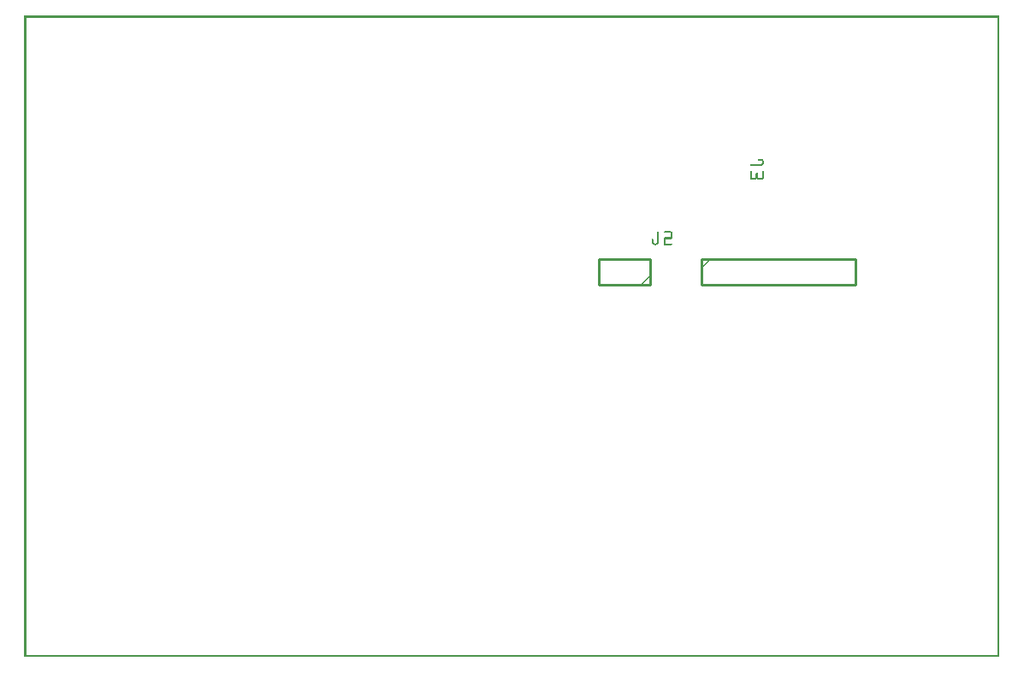
<source format=gbo>
G04 MADE WITH FRITZING*
G04 WWW.FRITZING.ORG*
G04 DOUBLE SIDED*
G04 HOLES PLATED*
G04 CONTOUR ON CENTER OF CONTOUR VECTOR*
%ASAXBY*%
%FSLAX23Y23*%
%MOIN*%
%OFA0B0*%
%SFA1.0B1.0*%
%ADD10C,0.010000*%
%ADD11R,0.001000X0.001000*%
%LNSILK0*%
G90*
G70*
G54D10*
X2438Y1451D02*
X2238Y1451D01*
D02*
X2238Y1451D02*
X2238Y1551D01*
D02*
X2238Y1551D02*
X2438Y1551D01*
D02*
X2438Y1551D02*
X2438Y1451D01*
D02*
X2638Y1551D02*
X3238Y1551D01*
D02*
X3238Y1551D02*
X3238Y1451D01*
D02*
X3238Y1451D02*
X2638Y1451D01*
D02*
X2638Y1451D02*
X2638Y1551D01*
G54D11*
X0Y2500D02*
X3798Y2500D01*
X0Y2499D02*
X3798Y2499D01*
X0Y2498D02*
X3798Y2498D01*
X0Y2497D02*
X3798Y2497D01*
X0Y2496D02*
X3798Y2496D01*
X0Y2495D02*
X3798Y2495D01*
X0Y2494D02*
X3798Y2494D01*
X0Y2493D02*
X3798Y2493D01*
X0Y2492D02*
X7Y2492D01*
X3791Y2492D02*
X3798Y2492D01*
X0Y2491D02*
X7Y2491D01*
X3791Y2491D02*
X3798Y2491D01*
X0Y2490D02*
X7Y2490D01*
X3791Y2490D02*
X3798Y2490D01*
X0Y2489D02*
X7Y2489D01*
X3791Y2489D02*
X3798Y2489D01*
X0Y2488D02*
X7Y2488D01*
X3791Y2488D02*
X3798Y2488D01*
X0Y2487D02*
X7Y2487D01*
X3791Y2487D02*
X3798Y2487D01*
X0Y2486D02*
X7Y2486D01*
X3791Y2486D02*
X3798Y2486D01*
X0Y2485D02*
X7Y2485D01*
X3791Y2485D02*
X3798Y2485D01*
X0Y2484D02*
X7Y2484D01*
X3791Y2484D02*
X3798Y2484D01*
X0Y2483D02*
X7Y2483D01*
X3791Y2483D02*
X3798Y2483D01*
X0Y2482D02*
X7Y2482D01*
X3791Y2482D02*
X3798Y2482D01*
X0Y2481D02*
X7Y2481D01*
X3791Y2481D02*
X3798Y2481D01*
X0Y2480D02*
X7Y2480D01*
X3791Y2480D02*
X3798Y2480D01*
X0Y2479D02*
X7Y2479D01*
X3791Y2479D02*
X3798Y2479D01*
X0Y2478D02*
X7Y2478D01*
X3791Y2478D02*
X3798Y2478D01*
X0Y2477D02*
X7Y2477D01*
X3791Y2477D02*
X3798Y2477D01*
X0Y2476D02*
X7Y2476D01*
X3791Y2476D02*
X3798Y2476D01*
X0Y2475D02*
X7Y2475D01*
X3791Y2475D02*
X3798Y2475D01*
X0Y2474D02*
X7Y2474D01*
X3791Y2474D02*
X3798Y2474D01*
X0Y2473D02*
X7Y2473D01*
X3791Y2473D02*
X3798Y2473D01*
X0Y2472D02*
X7Y2472D01*
X3791Y2472D02*
X3798Y2472D01*
X0Y2471D02*
X7Y2471D01*
X3791Y2471D02*
X3798Y2471D01*
X0Y2470D02*
X7Y2470D01*
X3791Y2470D02*
X3798Y2470D01*
X0Y2469D02*
X7Y2469D01*
X3791Y2469D02*
X3798Y2469D01*
X0Y2468D02*
X7Y2468D01*
X3791Y2468D02*
X3798Y2468D01*
X0Y2467D02*
X7Y2467D01*
X3791Y2467D02*
X3798Y2467D01*
X0Y2466D02*
X7Y2466D01*
X3791Y2466D02*
X3798Y2466D01*
X0Y2465D02*
X7Y2465D01*
X3791Y2465D02*
X3798Y2465D01*
X0Y2464D02*
X7Y2464D01*
X3791Y2464D02*
X3798Y2464D01*
X0Y2463D02*
X7Y2463D01*
X3791Y2463D02*
X3798Y2463D01*
X0Y2462D02*
X7Y2462D01*
X3791Y2462D02*
X3798Y2462D01*
X0Y2461D02*
X7Y2461D01*
X3791Y2461D02*
X3798Y2461D01*
X0Y2460D02*
X7Y2460D01*
X3791Y2460D02*
X3798Y2460D01*
X0Y2459D02*
X7Y2459D01*
X3791Y2459D02*
X3798Y2459D01*
X0Y2458D02*
X7Y2458D01*
X3791Y2458D02*
X3798Y2458D01*
X0Y2457D02*
X7Y2457D01*
X3791Y2457D02*
X3798Y2457D01*
X0Y2456D02*
X7Y2456D01*
X3791Y2456D02*
X3798Y2456D01*
X0Y2455D02*
X7Y2455D01*
X3791Y2455D02*
X3798Y2455D01*
X0Y2454D02*
X7Y2454D01*
X3791Y2454D02*
X3798Y2454D01*
X0Y2453D02*
X7Y2453D01*
X3791Y2453D02*
X3798Y2453D01*
X0Y2452D02*
X7Y2452D01*
X3791Y2452D02*
X3798Y2452D01*
X0Y2451D02*
X7Y2451D01*
X3791Y2451D02*
X3798Y2451D01*
X0Y2450D02*
X7Y2450D01*
X3791Y2450D02*
X3798Y2450D01*
X0Y2449D02*
X7Y2449D01*
X3791Y2449D02*
X3798Y2449D01*
X0Y2448D02*
X7Y2448D01*
X3791Y2448D02*
X3798Y2448D01*
X0Y2447D02*
X7Y2447D01*
X3791Y2447D02*
X3798Y2447D01*
X0Y2446D02*
X7Y2446D01*
X3791Y2446D02*
X3798Y2446D01*
X0Y2445D02*
X7Y2445D01*
X3791Y2445D02*
X3798Y2445D01*
X0Y2444D02*
X7Y2444D01*
X3791Y2444D02*
X3798Y2444D01*
X0Y2443D02*
X7Y2443D01*
X3791Y2443D02*
X3798Y2443D01*
X0Y2442D02*
X7Y2442D01*
X3791Y2442D02*
X3798Y2442D01*
X0Y2441D02*
X7Y2441D01*
X3791Y2441D02*
X3798Y2441D01*
X0Y2440D02*
X7Y2440D01*
X3791Y2440D02*
X3798Y2440D01*
X0Y2439D02*
X7Y2439D01*
X3791Y2439D02*
X3798Y2439D01*
X0Y2438D02*
X7Y2438D01*
X3791Y2438D02*
X3798Y2438D01*
X0Y2437D02*
X7Y2437D01*
X3791Y2437D02*
X3798Y2437D01*
X0Y2436D02*
X7Y2436D01*
X3791Y2436D02*
X3798Y2436D01*
X0Y2435D02*
X7Y2435D01*
X3791Y2435D02*
X3798Y2435D01*
X0Y2434D02*
X7Y2434D01*
X3791Y2434D02*
X3798Y2434D01*
X0Y2433D02*
X7Y2433D01*
X3791Y2433D02*
X3798Y2433D01*
X0Y2432D02*
X7Y2432D01*
X3791Y2432D02*
X3798Y2432D01*
X0Y2431D02*
X7Y2431D01*
X3791Y2431D02*
X3798Y2431D01*
X0Y2430D02*
X7Y2430D01*
X3791Y2430D02*
X3798Y2430D01*
X0Y2429D02*
X7Y2429D01*
X3791Y2429D02*
X3798Y2429D01*
X0Y2428D02*
X7Y2428D01*
X3791Y2428D02*
X3798Y2428D01*
X0Y2427D02*
X7Y2427D01*
X3791Y2427D02*
X3798Y2427D01*
X0Y2426D02*
X7Y2426D01*
X3791Y2426D02*
X3798Y2426D01*
X0Y2425D02*
X7Y2425D01*
X3791Y2425D02*
X3798Y2425D01*
X0Y2424D02*
X7Y2424D01*
X3791Y2424D02*
X3798Y2424D01*
X0Y2423D02*
X7Y2423D01*
X3791Y2423D02*
X3798Y2423D01*
X0Y2422D02*
X7Y2422D01*
X3791Y2422D02*
X3798Y2422D01*
X0Y2421D02*
X7Y2421D01*
X3791Y2421D02*
X3798Y2421D01*
X0Y2420D02*
X7Y2420D01*
X3791Y2420D02*
X3798Y2420D01*
X0Y2419D02*
X7Y2419D01*
X3791Y2419D02*
X3798Y2419D01*
X0Y2418D02*
X7Y2418D01*
X3791Y2418D02*
X3798Y2418D01*
X0Y2417D02*
X7Y2417D01*
X3791Y2417D02*
X3798Y2417D01*
X0Y2416D02*
X7Y2416D01*
X3791Y2416D02*
X3798Y2416D01*
X0Y2415D02*
X7Y2415D01*
X3791Y2415D02*
X3798Y2415D01*
X0Y2414D02*
X7Y2414D01*
X3791Y2414D02*
X3798Y2414D01*
X0Y2413D02*
X7Y2413D01*
X3791Y2413D02*
X3798Y2413D01*
X0Y2412D02*
X7Y2412D01*
X3791Y2412D02*
X3798Y2412D01*
X0Y2411D02*
X7Y2411D01*
X3791Y2411D02*
X3798Y2411D01*
X0Y2410D02*
X7Y2410D01*
X3791Y2410D02*
X3798Y2410D01*
X0Y2409D02*
X7Y2409D01*
X3791Y2409D02*
X3798Y2409D01*
X0Y2408D02*
X7Y2408D01*
X3791Y2408D02*
X3798Y2408D01*
X0Y2407D02*
X7Y2407D01*
X3791Y2407D02*
X3798Y2407D01*
X0Y2406D02*
X7Y2406D01*
X3791Y2406D02*
X3798Y2406D01*
X0Y2405D02*
X7Y2405D01*
X3791Y2405D02*
X3798Y2405D01*
X0Y2404D02*
X7Y2404D01*
X3791Y2404D02*
X3798Y2404D01*
X0Y2403D02*
X7Y2403D01*
X3791Y2403D02*
X3798Y2403D01*
X0Y2402D02*
X7Y2402D01*
X3791Y2402D02*
X3798Y2402D01*
X0Y2401D02*
X7Y2401D01*
X3791Y2401D02*
X3798Y2401D01*
X0Y2400D02*
X7Y2400D01*
X3791Y2400D02*
X3798Y2400D01*
X0Y2399D02*
X7Y2399D01*
X3791Y2399D02*
X3798Y2399D01*
X0Y2398D02*
X7Y2398D01*
X3791Y2398D02*
X3798Y2398D01*
X0Y2397D02*
X7Y2397D01*
X3791Y2397D02*
X3798Y2397D01*
X0Y2396D02*
X7Y2396D01*
X3791Y2396D02*
X3798Y2396D01*
X0Y2395D02*
X7Y2395D01*
X3791Y2395D02*
X3798Y2395D01*
X0Y2394D02*
X7Y2394D01*
X3791Y2394D02*
X3798Y2394D01*
X0Y2393D02*
X7Y2393D01*
X3791Y2393D02*
X3798Y2393D01*
X0Y2392D02*
X7Y2392D01*
X3791Y2392D02*
X3798Y2392D01*
X0Y2391D02*
X7Y2391D01*
X3791Y2391D02*
X3798Y2391D01*
X0Y2390D02*
X7Y2390D01*
X3791Y2390D02*
X3798Y2390D01*
X0Y2389D02*
X7Y2389D01*
X3791Y2389D02*
X3798Y2389D01*
X0Y2388D02*
X7Y2388D01*
X3791Y2388D02*
X3798Y2388D01*
X0Y2387D02*
X7Y2387D01*
X3791Y2387D02*
X3798Y2387D01*
X0Y2386D02*
X7Y2386D01*
X3791Y2386D02*
X3798Y2386D01*
X0Y2385D02*
X7Y2385D01*
X3791Y2385D02*
X3798Y2385D01*
X0Y2384D02*
X7Y2384D01*
X3791Y2384D02*
X3798Y2384D01*
X0Y2383D02*
X7Y2383D01*
X3791Y2383D02*
X3798Y2383D01*
X0Y2382D02*
X7Y2382D01*
X3791Y2382D02*
X3798Y2382D01*
X0Y2381D02*
X7Y2381D01*
X3791Y2381D02*
X3798Y2381D01*
X0Y2380D02*
X7Y2380D01*
X3791Y2380D02*
X3798Y2380D01*
X0Y2379D02*
X7Y2379D01*
X3791Y2379D02*
X3798Y2379D01*
X0Y2378D02*
X7Y2378D01*
X3791Y2378D02*
X3798Y2378D01*
X0Y2377D02*
X7Y2377D01*
X3791Y2377D02*
X3798Y2377D01*
X0Y2376D02*
X7Y2376D01*
X3791Y2376D02*
X3798Y2376D01*
X0Y2375D02*
X7Y2375D01*
X3791Y2375D02*
X3798Y2375D01*
X0Y2374D02*
X7Y2374D01*
X3791Y2374D02*
X3798Y2374D01*
X0Y2373D02*
X7Y2373D01*
X3791Y2373D02*
X3798Y2373D01*
X0Y2372D02*
X7Y2372D01*
X3791Y2372D02*
X3798Y2372D01*
X0Y2371D02*
X7Y2371D01*
X3791Y2371D02*
X3798Y2371D01*
X0Y2370D02*
X7Y2370D01*
X3791Y2370D02*
X3798Y2370D01*
X0Y2369D02*
X7Y2369D01*
X3791Y2369D02*
X3798Y2369D01*
X0Y2368D02*
X7Y2368D01*
X3791Y2368D02*
X3798Y2368D01*
X0Y2367D02*
X7Y2367D01*
X3791Y2367D02*
X3798Y2367D01*
X0Y2366D02*
X7Y2366D01*
X3791Y2366D02*
X3798Y2366D01*
X0Y2365D02*
X7Y2365D01*
X3791Y2365D02*
X3798Y2365D01*
X0Y2364D02*
X7Y2364D01*
X3791Y2364D02*
X3798Y2364D01*
X0Y2363D02*
X7Y2363D01*
X3791Y2363D02*
X3798Y2363D01*
X0Y2362D02*
X7Y2362D01*
X3791Y2362D02*
X3798Y2362D01*
X0Y2361D02*
X7Y2361D01*
X3791Y2361D02*
X3798Y2361D01*
X0Y2360D02*
X7Y2360D01*
X3791Y2360D02*
X3798Y2360D01*
X0Y2359D02*
X7Y2359D01*
X3791Y2359D02*
X3798Y2359D01*
X0Y2358D02*
X7Y2358D01*
X3791Y2358D02*
X3798Y2358D01*
X0Y2357D02*
X7Y2357D01*
X3791Y2357D02*
X3798Y2357D01*
X0Y2356D02*
X7Y2356D01*
X3791Y2356D02*
X3798Y2356D01*
X0Y2355D02*
X7Y2355D01*
X3791Y2355D02*
X3798Y2355D01*
X0Y2354D02*
X7Y2354D01*
X3791Y2354D02*
X3798Y2354D01*
X0Y2353D02*
X7Y2353D01*
X3791Y2353D02*
X3798Y2353D01*
X0Y2352D02*
X7Y2352D01*
X3791Y2352D02*
X3798Y2352D01*
X0Y2351D02*
X7Y2351D01*
X3791Y2351D02*
X3798Y2351D01*
X0Y2350D02*
X7Y2350D01*
X3791Y2350D02*
X3798Y2350D01*
X0Y2349D02*
X7Y2349D01*
X3791Y2349D02*
X3798Y2349D01*
X0Y2348D02*
X7Y2348D01*
X3791Y2348D02*
X3798Y2348D01*
X0Y2347D02*
X7Y2347D01*
X3791Y2347D02*
X3798Y2347D01*
X0Y2346D02*
X7Y2346D01*
X3791Y2346D02*
X3798Y2346D01*
X0Y2345D02*
X7Y2345D01*
X3791Y2345D02*
X3798Y2345D01*
X0Y2344D02*
X7Y2344D01*
X3791Y2344D02*
X3798Y2344D01*
X0Y2343D02*
X7Y2343D01*
X3791Y2343D02*
X3798Y2343D01*
X0Y2342D02*
X7Y2342D01*
X3791Y2342D02*
X3798Y2342D01*
X0Y2341D02*
X7Y2341D01*
X3791Y2341D02*
X3798Y2341D01*
X0Y2340D02*
X7Y2340D01*
X3791Y2340D02*
X3798Y2340D01*
X0Y2339D02*
X7Y2339D01*
X3791Y2339D02*
X3798Y2339D01*
X0Y2338D02*
X7Y2338D01*
X3791Y2338D02*
X3798Y2338D01*
X0Y2337D02*
X7Y2337D01*
X3791Y2337D02*
X3798Y2337D01*
X0Y2336D02*
X7Y2336D01*
X3791Y2336D02*
X3798Y2336D01*
X0Y2335D02*
X7Y2335D01*
X3791Y2335D02*
X3798Y2335D01*
X0Y2334D02*
X7Y2334D01*
X3791Y2334D02*
X3798Y2334D01*
X0Y2333D02*
X7Y2333D01*
X3791Y2333D02*
X3798Y2333D01*
X0Y2332D02*
X7Y2332D01*
X3791Y2332D02*
X3798Y2332D01*
X0Y2331D02*
X7Y2331D01*
X3791Y2331D02*
X3798Y2331D01*
X0Y2330D02*
X7Y2330D01*
X3791Y2330D02*
X3798Y2330D01*
X0Y2329D02*
X7Y2329D01*
X3791Y2329D02*
X3798Y2329D01*
X0Y2328D02*
X7Y2328D01*
X3791Y2328D02*
X3798Y2328D01*
X0Y2327D02*
X7Y2327D01*
X3791Y2327D02*
X3798Y2327D01*
X0Y2326D02*
X7Y2326D01*
X3791Y2326D02*
X3798Y2326D01*
X0Y2325D02*
X7Y2325D01*
X3791Y2325D02*
X3798Y2325D01*
X0Y2324D02*
X7Y2324D01*
X3791Y2324D02*
X3798Y2324D01*
X0Y2323D02*
X7Y2323D01*
X3791Y2323D02*
X3798Y2323D01*
X0Y2322D02*
X7Y2322D01*
X3791Y2322D02*
X3798Y2322D01*
X0Y2321D02*
X7Y2321D01*
X3791Y2321D02*
X3798Y2321D01*
X0Y2320D02*
X7Y2320D01*
X3791Y2320D02*
X3798Y2320D01*
X0Y2319D02*
X7Y2319D01*
X3791Y2319D02*
X3798Y2319D01*
X0Y2318D02*
X7Y2318D01*
X3791Y2318D02*
X3798Y2318D01*
X0Y2317D02*
X7Y2317D01*
X3791Y2317D02*
X3798Y2317D01*
X0Y2316D02*
X7Y2316D01*
X3791Y2316D02*
X3798Y2316D01*
X0Y2315D02*
X7Y2315D01*
X3791Y2315D02*
X3798Y2315D01*
X0Y2314D02*
X7Y2314D01*
X3791Y2314D02*
X3798Y2314D01*
X0Y2313D02*
X7Y2313D01*
X3791Y2313D02*
X3798Y2313D01*
X0Y2312D02*
X7Y2312D01*
X3791Y2312D02*
X3798Y2312D01*
X0Y2311D02*
X7Y2311D01*
X3791Y2311D02*
X3798Y2311D01*
X0Y2310D02*
X7Y2310D01*
X3791Y2310D02*
X3798Y2310D01*
X0Y2309D02*
X7Y2309D01*
X3791Y2309D02*
X3798Y2309D01*
X0Y2308D02*
X7Y2308D01*
X3791Y2308D02*
X3798Y2308D01*
X0Y2307D02*
X7Y2307D01*
X3791Y2307D02*
X3798Y2307D01*
X0Y2306D02*
X7Y2306D01*
X3791Y2306D02*
X3798Y2306D01*
X0Y2305D02*
X7Y2305D01*
X3791Y2305D02*
X3798Y2305D01*
X0Y2304D02*
X7Y2304D01*
X3791Y2304D02*
X3798Y2304D01*
X0Y2303D02*
X7Y2303D01*
X3791Y2303D02*
X3798Y2303D01*
X0Y2302D02*
X7Y2302D01*
X3791Y2302D02*
X3798Y2302D01*
X0Y2301D02*
X7Y2301D01*
X3791Y2301D02*
X3798Y2301D01*
X0Y2300D02*
X7Y2300D01*
X3791Y2300D02*
X3798Y2300D01*
X0Y2299D02*
X7Y2299D01*
X3791Y2299D02*
X3798Y2299D01*
X0Y2298D02*
X7Y2298D01*
X3791Y2298D02*
X3798Y2298D01*
X0Y2297D02*
X7Y2297D01*
X3791Y2297D02*
X3798Y2297D01*
X0Y2296D02*
X7Y2296D01*
X3791Y2296D02*
X3798Y2296D01*
X0Y2295D02*
X7Y2295D01*
X3791Y2295D02*
X3798Y2295D01*
X0Y2294D02*
X7Y2294D01*
X3791Y2294D02*
X3798Y2294D01*
X0Y2293D02*
X7Y2293D01*
X3791Y2293D02*
X3798Y2293D01*
X0Y2292D02*
X7Y2292D01*
X3791Y2292D02*
X3798Y2292D01*
X0Y2291D02*
X7Y2291D01*
X3791Y2291D02*
X3798Y2291D01*
X0Y2290D02*
X7Y2290D01*
X3791Y2290D02*
X3798Y2290D01*
X0Y2289D02*
X7Y2289D01*
X3791Y2289D02*
X3798Y2289D01*
X0Y2288D02*
X7Y2288D01*
X3791Y2288D02*
X3798Y2288D01*
X0Y2287D02*
X7Y2287D01*
X3791Y2287D02*
X3798Y2287D01*
X0Y2286D02*
X7Y2286D01*
X3791Y2286D02*
X3798Y2286D01*
X0Y2285D02*
X7Y2285D01*
X3791Y2285D02*
X3798Y2285D01*
X0Y2284D02*
X7Y2284D01*
X3791Y2284D02*
X3798Y2284D01*
X0Y2283D02*
X7Y2283D01*
X3791Y2283D02*
X3798Y2283D01*
X0Y2282D02*
X7Y2282D01*
X3791Y2282D02*
X3798Y2282D01*
X0Y2281D02*
X7Y2281D01*
X3791Y2281D02*
X3798Y2281D01*
X0Y2280D02*
X7Y2280D01*
X3791Y2280D02*
X3798Y2280D01*
X0Y2279D02*
X7Y2279D01*
X3791Y2279D02*
X3798Y2279D01*
X0Y2278D02*
X7Y2278D01*
X3791Y2278D02*
X3798Y2278D01*
X0Y2277D02*
X7Y2277D01*
X3791Y2277D02*
X3798Y2277D01*
X0Y2276D02*
X7Y2276D01*
X3791Y2276D02*
X3798Y2276D01*
X0Y2275D02*
X7Y2275D01*
X3791Y2275D02*
X3798Y2275D01*
X0Y2274D02*
X7Y2274D01*
X3791Y2274D02*
X3798Y2274D01*
X0Y2273D02*
X7Y2273D01*
X3791Y2273D02*
X3798Y2273D01*
X0Y2272D02*
X7Y2272D01*
X3791Y2272D02*
X3798Y2272D01*
X0Y2271D02*
X7Y2271D01*
X3791Y2271D02*
X3798Y2271D01*
X0Y2270D02*
X7Y2270D01*
X3791Y2270D02*
X3798Y2270D01*
X0Y2269D02*
X7Y2269D01*
X3791Y2269D02*
X3798Y2269D01*
X0Y2268D02*
X7Y2268D01*
X3791Y2268D02*
X3798Y2268D01*
X0Y2267D02*
X7Y2267D01*
X3791Y2267D02*
X3798Y2267D01*
X0Y2266D02*
X7Y2266D01*
X3791Y2266D02*
X3798Y2266D01*
X0Y2265D02*
X7Y2265D01*
X3791Y2265D02*
X3798Y2265D01*
X0Y2264D02*
X7Y2264D01*
X3791Y2264D02*
X3798Y2264D01*
X0Y2263D02*
X7Y2263D01*
X3791Y2263D02*
X3798Y2263D01*
X0Y2262D02*
X7Y2262D01*
X3791Y2262D02*
X3798Y2262D01*
X0Y2261D02*
X7Y2261D01*
X3791Y2261D02*
X3798Y2261D01*
X0Y2260D02*
X7Y2260D01*
X3791Y2260D02*
X3798Y2260D01*
X0Y2259D02*
X7Y2259D01*
X3791Y2259D02*
X3798Y2259D01*
X0Y2258D02*
X7Y2258D01*
X3791Y2258D02*
X3798Y2258D01*
X0Y2257D02*
X7Y2257D01*
X3791Y2257D02*
X3798Y2257D01*
X0Y2256D02*
X7Y2256D01*
X3791Y2256D02*
X3798Y2256D01*
X0Y2255D02*
X7Y2255D01*
X3791Y2255D02*
X3798Y2255D01*
X0Y2254D02*
X7Y2254D01*
X3791Y2254D02*
X3798Y2254D01*
X0Y2253D02*
X7Y2253D01*
X3791Y2253D02*
X3798Y2253D01*
X0Y2252D02*
X7Y2252D01*
X3791Y2252D02*
X3798Y2252D01*
X0Y2251D02*
X7Y2251D01*
X3791Y2251D02*
X3798Y2251D01*
X0Y2250D02*
X7Y2250D01*
X3791Y2250D02*
X3798Y2250D01*
X0Y2249D02*
X7Y2249D01*
X3791Y2249D02*
X3798Y2249D01*
X0Y2248D02*
X7Y2248D01*
X3791Y2248D02*
X3798Y2248D01*
X0Y2247D02*
X7Y2247D01*
X3791Y2247D02*
X3798Y2247D01*
X0Y2246D02*
X7Y2246D01*
X3791Y2246D02*
X3798Y2246D01*
X0Y2245D02*
X7Y2245D01*
X3791Y2245D02*
X3798Y2245D01*
X0Y2244D02*
X7Y2244D01*
X3791Y2244D02*
X3798Y2244D01*
X0Y2243D02*
X7Y2243D01*
X3791Y2243D02*
X3798Y2243D01*
X0Y2242D02*
X7Y2242D01*
X3791Y2242D02*
X3798Y2242D01*
X0Y2241D02*
X7Y2241D01*
X3791Y2241D02*
X3798Y2241D01*
X0Y2240D02*
X7Y2240D01*
X3791Y2240D02*
X3798Y2240D01*
X0Y2239D02*
X7Y2239D01*
X3791Y2239D02*
X3798Y2239D01*
X0Y2238D02*
X7Y2238D01*
X3791Y2238D02*
X3798Y2238D01*
X0Y2237D02*
X7Y2237D01*
X3791Y2237D02*
X3798Y2237D01*
X0Y2236D02*
X7Y2236D01*
X3791Y2236D02*
X3798Y2236D01*
X0Y2235D02*
X7Y2235D01*
X3791Y2235D02*
X3798Y2235D01*
X0Y2234D02*
X7Y2234D01*
X3791Y2234D02*
X3798Y2234D01*
X0Y2233D02*
X7Y2233D01*
X3791Y2233D02*
X3798Y2233D01*
X0Y2232D02*
X7Y2232D01*
X3791Y2232D02*
X3798Y2232D01*
X0Y2231D02*
X7Y2231D01*
X3791Y2231D02*
X3798Y2231D01*
X0Y2230D02*
X7Y2230D01*
X3791Y2230D02*
X3798Y2230D01*
X0Y2229D02*
X7Y2229D01*
X3791Y2229D02*
X3798Y2229D01*
X0Y2228D02*
X7Y2228D01*
X3791Y2228D02*
X3798Y2228D01*
X0Y2227D02*
X7Y2227D01*
X3791Y2227D02*
X3798Y2227D01*
X0Y2226D02*
X7Y2226D01*
X3791Y2226D02*
X3798Y2226D01*
X0Y2225D02*
X7Y2225D01*
X3791Y2225D02*
X3798Y2225D01*
X0Y2224D02*
X7Y2224D01*
X3791Y2224D02*
X3798Y2224D01*
X0Y2223D02*
X7Y2223D01*
X3791Y2223D02*
X3798Y2223D01*
X0Y2222D02*
X7Y2222D01*
X3791Y2222D02*
X3798Y2222D01*
X0Y2221D02*
X7Y2221D01*
X3791Y2221D02*
X3798Y2221D01*
X0Y2220D02*
X7Y2220D01*
X3791Y2220D02*
X3798Y2220D01*
X0Y2219D02*
X7Y2219D01*
X3791Y2219D02*
X3798Y2219D01*
X0Y2218D02*
X7Y2218D01*
X3791Y2218D02*
X3798Y2218D01*
X0Y2217D02*
X7Y2217D01*
X3791Y2217D02*
X3798Y2217D01*
X0Y2216D02*
X7Y2216D01*
X3791Y2216D02*
X3798Y2216D01*
X0Y2215D02*
X7Y2215D01*
X3791Y2215D02*
X3798Y2215D01*
X0Y2214D02*
X7Y2214D01*
X3791Y2214D02*
X3798Y2214D01*
X0Y2213D02*
X7Y2213D01*
X3791Y2213D02*
X3798Y2213D01*
X0Y2212D02*
X7Y2212D01*
X3791Y2212D02*
X3798Y2212D01*
X0Y2211D02*
X7Y2211D01*
X3791Y2211D02*
X3798Y2211D01*
X0Y2210D02*
X7Y2210D01*
X3791Y2210D02*
X3798Y2210D01*
X0Y2209D02*
X7Y2209D01*
X3791Y2209D02*
X3798Y2209D01*
X0Y2208D02*
X7Y2208D01*
X3791Y2208D02*
X3798Y2208D01*
X0Y2207D02*
X7Y2207D01*
X3791Y2207D02*
X3798Y2207D01*
X0Y2206D02*
X7Y2206D01*
X3791Y2206D02*
X3798Y2206D01*
X0Y2205D02*
X7Y2205D01*
X3791Y2205D02*
X3798Y2205D01*
X0Y2204D02*
X7Y2204D01*
X3791Y2204D02*
X3798Y2204D01*
X0Y2203D02*
X7Y2203D01*
X3791Y2203D02*
X3798Y2203D01*
X0Y2202D02*
X7Y2202D01*
X3791Y2202D02*
X3798Y2202D01*
X0Y2201D02*
X7Y2201D01*
X3791Y2201D02*
X3798Y2201D01*
X0Y2200D02*
X7Y2200D01*
X3791Y2200D02*
X3798Y2200D01*
X0Y2199D02*
X7Y2199D01*
X3791Y2199D02*
X3798Y2199D01*
X0Y2198D02*
X7Y2198D01*
X3791Y2198D02*
X3798Y2198D01*
X0Y2197D02*
X7Y2197D01*
X3791Y2197D02*
X3798Y2197D01*
X0Y2196D02*
X7Y2196D01*
X3791Y2196D02*
X3798Y2196D01*
X0Y2195D02*
X7Y2195D01*
X3791Y2195D02*
X3798Y2195D01*
X0Y2194D02*
X7Y2194D01*
X3791Y2194D02*
X3798Y2194D01*
X0Y2193D02*
X7Y2193D01*
X3791Y2193D02*
X3798Y2193D01*
X0Y2192D02*
X7Y2192D01*
X3791Y2192D02*
X3798Y2192D01*
X0Y2191D02*
X7Y2191D01*
X3791Y2191D02*
X3798Y2191D01*
X0Y2190D02*
X7Y2190D01*
X3791Y2190D02*
X3798Y2190D01*
X0Y2189D02*
X7Y2189D01*
X3791Y2189D02*
X3798Y2189D01*
X0Y2188D02*
X7Y2188D01*
X3791Y2188D02*
X3798Y2188D01*
X0Y2187D02*
X7Y2187D01*
X3791Y2187D02*
X3798Y2187D01*
X0Y2186D02*
X7Y2186D01*
X3791Y2186D02*
X3798Y2186D01*
X0Y2185D02*
X7Y2185D01*
X3791Y2185D02*
X3798Y2185D01*
X0Y2184D02*
X7Y2184D01*
X3791Y2184D02*
X3798Y2184D01*
X0Y2183D02*
X7Y2183D01*
X3791Y2183D02*
X3798Y2183D01*
X0Y2182D02*
X7Y2182D01*
X3791Y2182D02*
X3798Y2182D01*
X0Y2181D02*
X7Y2181D01*
X3791Y2181D02*
X3798Y2181D01*
X0Y2180D02*
X7Y2180D01*
X3791Y2180D02*
X3798Y2180D01*
X0Y2179D02*
X7Y2179D01*
X3791Y2179D02*
X3798Y2179D01*
X0Y2178D02*
X7Y2178D01*
X3791Y2178D02*
X3798Y2178D01*
X0Y2177D02*
X7Y2177D01*
X3791Y2177D02*
X3798Y2177D01*
X0Y2176D02*
X7Y2176D01*
X3791Y2176D02*
X3798Y2176D01*
X0Y2175D02*
X7Y2175D01*
X3791Y2175D02*
X3798Y2175D01*
X0Y2174D02*
X7Y2174D01*
X3791Y2174D02*
X3798Y2174D01*
X0Y2173D02*
X7Y2173D01*
X3791Y2173D02*
X3798Y2173D01*
X0Y2172D02*
X7Y2172D01*
X3791Y2172D02*
X3798Y2172D01*
X0Y2171D02*
X7Y2171D01*
X3791Y2171D02*
X3798Y2171D01*
X0Y2170D02*
X7Y2170D01*
X3791Y2170D02*
X3798Y2170D01*
X0Y2169D02*
X7Y2169D01*
X3791Y2169D02*
X3798Y2169D01*
X0Y2168D02*
X7Y2168D01*
X3791Y2168D02*
X3798Y2168D01*
X0Y2167D02*
X7Y2167D01*
X3791Y2167D02*
X3798Y2167D01*
X0Y2166D02*
X7Y2166D01*
X3791Y2166D02*
X3798Y2166D01*
X0Y2165D02*
X7Y2165D01*
X3791Y2165D02*
X3798Y2165D01*
X0Y2164D02*
X7Y2164D01*
X3791Y2164D02*
X3798Y2164D01*
X0Y2163D02*
X7Y2163D01*
X3791Y2163D02*
X3798Y2163D01*
X0Y2162D02*
X7Y2162D01*
X3791Y2162D02*
X3798Y2162D01*
X0Y2161D02*
X7Y2161D01*
X3791Y2161D02*
X3798Y2161D01*
X0Y2160D02*
X7Y2160D01*
X3791Y2160D02*
X3798Y2160D01*
X0Y2159D02*
X7Y2159D01*
X3791Y2159D02*
X3798Y2159D01*
X0Y2158D02*
X7Y2158D01*
X3791Y2158D02*
X3798Y2158D01*
X0Y2157D02*
X7Y2157D01*
X3791Y2157D02*
X3798Y2157D01*
X0Y2156D02*
X7Y2156D01*
X3791Y2156D02*
X3798Y2156D01*
X0Y2155D02*
X7Y2155D01*
X3791Y2155D02*
X3798Y2155D01*
X0Y2154D02*
X7Y2154D01*
X3791Y2154D02*
X3798Y2154D01*
X0Y2153D02*
X7Y2153D01*
X3791Y2153D02*
X3798Y2153D01*
X0Y2152D02*
X7Y2152D01*
X3791Y2152D02*
X3798Y2152D01*
X0Y2151D02*
X7Y2151D01*
X3791Y2151D02*
X3798Y2151D01*
X0Y2150D02*
X7Y2150D01*
X3791Y2150D02*
X3798Y2150D01*
X0Y2149D02*
X7Y2149D01*
X3791Y2149D02*
X3798Y2149D01*
X0Y2148D02*
X7Y2148D01*
X3791Y2148D02*
X3798Y2148D01*
X0Y2147D02*
X7Y2147D01*
X3791Y2147D02*
X3798Y2147D01*
X0Y2146D02*
X7Y2146D01*
X3791Y2146D02*
X3798Y2146D01*
X0Y2145D02*
X7Y2145D01*
X3791Y2145D02*
X3798Y2145D01*
X0Y2144D02*
X7Y2144D01*
X3791Y2144D02*
X3798Y2144D01*
X0Y2143D02*
X7Y2143D01*
X3791Y2143D02*
X3798Y2143D01*
X0Y2142D02*
X7Y2142D01*
X3791Y2142D02*
X3798Y2142D01*
X0Y2141D02*
X7Y2141D01*
X3791Y2141D02*
X3798Y2141D01*
X0Y2140D02*
X7Y2140D01*
X3791Y2140D02*
X3798Y2140D01*
X0Y2139D02*
X7Y2139D01*
X3791Y2139D02*
X3798Y2139D01*
X0Y2138D02*
X7Y2138D01*
X3791Y2138D02*
X3798Y2138D01*
X0Y2137D02*
X7Y2137D01*
X3791Y2137D02*
X3798Y2137D01*
X0Y2136D02*
X7Y2136D01*
X3791Y2136D02*
X3798Y2136D01*
X0Y2135D02*
X7Y2135D01*
X3791Y2135D02*
X3798Y2135D01*
X0Y2134D02*
X7Y2134D01*
X3791Y2134D02*
X3798Y2134D01*
X0Y2133D02*
X7Y2133D01*
X3791Y2133D02*
X3798Y2133D01*
X0Y2132D02*
X7Y2132D01*
X3791Y2132D02*
X3798Y2132D01*
X0Y2131D02*
X7Y2131D01*
X3791Y2131D02*
X3798Y2131D01*
X0Y2130D02*
X7Y2130D01*
X3791Y2130D02*
X3798Y2130D01*
X0Y2129D02*
X7Y2129D01*
X3791Y2129D02*
X3798Y2129D01*
X0Y2128D02*
X7Y2128D01*
X3791Y2128D02*
X3798Y2128D01*
X0Y2127D02*
X7Y2127D01*
X3791Y2127D02*
X3798Y2127D01*
X0Y2126D02*
X7Y2126D01*
X3791Y2126D02*
X3798Y2126D01*
X0Y2125D02*
X7Y2125D01*
X3791Y2125D02*
X3798Y2125D01*
X0Y2124D02*
X7Y2124D01*
X3791Y2124D02*
X3798Y2124D01*
X0Y2123D02*
X7Y2123D01*
X3791Y2123D02*
X3798Y2123D01*
X0Y2122D02*
X7Y2122D01*
X3791Y2122D02*
X3798Y2122D01*
X0Y2121D02*
X7Y2121D01*
X3791Y2121D02*
X3798Y2121D01*
X0Y2120D02*
X7Y2120D01*
X3791Y2120D02*
X3798Y2120D01*
X0Y2119D02*
X7Y2119D01*
X3791Y2119D02*
X3798Y2119D01*
X0Y2118D02*
X7Y2118D01*
X3791Y2118D02*
X3798Y2118D01*
X0Y2117D02*
X7Y2117D01*
X3791Y2117D02*
X3798Y2117D01*
X0Y2116D02*
X7Y2116D01*
X3791Y2116D02*
X3798Y2116D01*
X0Y2115D02*
X7Y2115D01*
X3791Y2115D02*
X3798Y2115D01*
X0Y2114D02*
X7Y2114D01*
X3791Y2114D02*
X3798Y2114D01*
X0Y2113D02*
X7Y2113D01*
X3791Y2113D02*
X3798Y2113D01*
X0Y2112D02*
X7Y2112D01*
X3791Y2112D02*
X3798Y2112D01*
X0Y2111D02*
X7Y2111D01*
X3791Y2111D02*
X3798Y2111D01*
X0Y2110D02*
X7Y2110D01*
X3791Y2110D02*
X3798Y2110D01*
X0Y2109D02*
X7Y2109D01*
X3791Y2109D02*
X3798Y2109D01*
X0Y2108D02*
X7Y2108D01*
X3791Y2108D02*
X3798Y2108D01*
X0Y2107D02*
X7Y2107D01*
X3791Y2107D02*
X3798Y2107D01*
X0Y2106D02*
X7Y2106D01*
X3791Y2106D02*
X3798Y2106D01*
X0Y2105D02*
X7Y2105D01*
X3791Y2105D02*
X3798Y2105D01*
X0Y2104D02*
X7Y2104D01*
X3791Y2104D02*
X3798Y2104D01*
X0Y2103D02*
X7Y2103D01*
X3791Y2103D02*
X3798Y2103D01*
X0Y2102D02*
X7Y2102D01*
X3791Y2102D02*
X3798Y2102D01*
X0Y2101D02*
X7Y2101D01*
X3791Y2101D02*
X3798Y2101D01*
X0Y2100D02*
X7Y2100D01*
X3791Y2100D02*
X3798Y2100D01*
X0Y2099D02*
X7Y2099D01*
X3791Y2099D02*
X3798Y2099D01*
X0Y2098D02*
X7Y2098D01*
X3791Y2098D02*
X3798Y2098D01*
X0Y2097D02*
X7Y2097D01*
X3791Y2097D02*
X3798Y2097D01*
X0Y2096D02*
X7Y2096D01*
X3791Y2096D02*
X3798Y2096D01*
X0Y2095D02*
X7Y2095D01*
X3791Y2095D02*
X3798Y2095D01*
X0Y2094D02*
X7Y2094D01*
X3791Y2094D02*
X3798Y2094D01*
X0Y2093D02*
X7Y2093D01*
X3791Y2093D02*
X3798Y2093D01*
X0Y2092D02*
X7Y2092D01*
X3791Y2092D02*
X3798Y2092D01*
X0Y2091D02*
X7Y2091D01*
X3791Y2091D02*
X3798Y2091D01*
X0Y2090D02*
X7Y2090D01*
X3791Y2090D02*
X3798Y2090D01*
X0Y2089D02*
X7Y2089D01*
X3791Y2089D02*
X3798Y2089D01*
X0Y2088D02*
X7Y2088D01*
X3791Y2088D02*
X3798Y2088D01*
X0Y2087D02*
X7Y2087D01*
X3791Y2087D02*
X3798Y2087D01*
X0Y2086D02*
X7Y2086D01*
X3791Y2086D02*
X3798Y2086D01*
X0Y2085D02*
X7Y2085D01*
X3791Y2085D02*
X3798Y2085D01*
X0Y2084D02*
X7Y2084D01*
X3791Y2084D02*
X3798Y2084D01*
X0Y2083D02*
X7Y2083D01*
X3791Y2083D02*
X3798Y2083D01*
X0Y2082D02*
X7Y2082D01*
X3791Y2082D02*
X3798Y2082D01*
X0Y2081D02*
X7Y2081D01*
X3791Y2081D02*
X3798Y2081D01*
X0Y2080D02*
X7Y2080D01*
X3791Y2080D02*
X3798Y2080D01*
X0Y2079D02*
X7Y2079D01*
X3791Y2079D02*
X3798Y2079D01*
X0Y2078D02*
X7Y2078D01*
X3791Y2078D02*
X3798Y2078D01*
X0Y2077D02*
X7Y2077D01*
X3791Y2077D02*
X3798Y2077D01*
X0Y2076D02*
X7Y2076D01*
X3791Y2076D02*
X3798Y2076D01*
X0Y2075D02*
X7Y2075D01*
X3791Y2075D02*
X3798Y2075D01*
X0Y2074D02*
X7Y2074D01*
X3791Y2074D02*
X3798Y2074D01*
X0Y2073D02*
X7Y2073D01*
X3791Y2073D02*
X3798Y2073D01*
X0Y2072D02*
X7Y2072D01*
X3791Y2072D02*
X3798Y2072D01*
X0Y2071D02*
X7Y2071D01*
X3791Y2071D02*
X3798Y2071D01*
X0Y2070D02*
X7Y2070D01*
X3791Y2070D02*
X3798Y2070D01*
X0Y2069D02*
X7Y2069D01*
X3791Y2069D02*
X3798Y2069D01*
X0Y2068D02*
X7Y2068D01*
X3791Y2068D02*
X3798Y2068D01*
X0Y2067D02*
X7Y2067D01*
X3791Y2067D02*
X3798Y2067D01*
X0Y2066D02*
X7Y2066D01*
X3791Y2066D02*
X3798Y2066D01*
X0Y2065D02*
X7Y2065D01*
X3791Y2065D02*
X3798Y2065D01*
X0Y2064D02*
X7Y2064D01*
X3791Y2064D02*
X3798Y2064D01*
X0Y2063D02*
X7Y2063D01*
X3791Y2063D02*
X3798Y2063D01*
X0Y2062D02*
X7Y2062D01*
X3791Y2062D02*
X3798Y2062D01*
X0Y2061D02*
X7Y2061D01*
X3791Y2061D02*
X3798Y2061D01*
X0Y2060D02*
X7Y2060D01*
X3791Y2060D02*
X3798Y2060D01*
X0Y2059D02*
X7Y2059D01*
X3791Y2059D02*
X3798Y2059D01*
X0Y2058D02*
X7Y2058D01*
X3791Y2058D02*
X3798Y2058D01*
X0Y2057D02*
X7Y2057D01*
X3791Y2057D02*
X3798Y2057D01*
X0Y2056D02*
X7Y2056D01*
X3791Y2056D02*
X3798Y2056D01*
X0Y2055D02*
X7Y2055D01*
X3791Y2055D02*
X3798Y2055D01*
X0Y2054D02*
X7Y2054D01*
X3791Y2054D02*
X3798Y2054D01*
X0Y2053D02*
X7Y2053D01*
X3791Y2053D02*
X3798Y2053D01*
X0Y2052D02*
X7Y2052D01*
X3791Y2052D02*
X3798Y2052D01*
X0Y2051D02*
X7Y2051D01*
X3791Y2051D02*
X3798Y2051D01*
X0Y2050D02*
X7Y2050D01*
X3791Y2050D02*
X3798Y2050D01*
X0Y2049D02*
X7Y2049D01*
X3791Y2049D02*
X3798Y2049D01*
X0Y2048D02*
X7Y2048D01*
X3791Y2048D02*
X3798Y2048D01*
X0Y2047D02*
X7Y2047D01*
X3791Y2047D02*
X3798Y2047D01*
X0Y2046D02*
X7Y2046D01*
X3791Y2046D02*
X3798Y2046D01*
X0Y2045D02*
X7Y2045D01*
X3791Y2045D02*
X3798Y2045D01*
X0Y2044D02*
X7Y2044D01*
X3791Y2044D02*
X3798Y2044D01*
X0Y2043D02*
X7Y2043D01*
X3791Y2043D02*
X3798Y2043D01*
X0Y2042D02*
X7Y2042D01*
X3791Y2042D02*
X3798Y2042D01*
X0Y2041D02*
X7Y2041D01*
X3791Y2041D02*
X3798Y2041D01*
X0Y2040D02*
X7Y2040D01*
X3791Y2040D02*
X3798Y2040D01*
X0Y2039D02*
X7Y2039D01*
X3791Y2039D02*
X3798Y2039D01*
X0Y2038D02*
X7Y2038D01*
X3791Y2038D02*
X3798Y2038D01*
X0Y2037D02*
X7Y2037D01*
X3791Y2037D02*
X3798Y2037D01*
X0Y2036D02*
X7Y2036D01*
X3791Y2036D02*
X3798Y2036D01*
X0Y2035D02*
X7Y2035D01*
X3791Y2035D02*
X3798Y2035D01*
X0Y2034D02*
X7Y2034D01*
X3791Y2034D02*
X3798Y2034D01*
X0Y2033D02*
X7Y2033D01*
X3791Y2033D02*
X3798Y2033D01*
X0Y2032D02*
X7Y2032D01*
X3791Y2032D02*
X3798Y2032D01*
X0Y2031D02*
X7Y2031D01*
X3791Y2031D02*
X3798Y2031D01*
X0Y2030D02*
X7Y2030D01*
X3791Y2030D02*
X3798Y2030D01*
X0Y2029D02*
X7Y2029D01*
X3791Y2029D02*
X3798Y2029D01*
X0Y2028D02*
X7Y2028D01*
X3791Y2028D02*
X3798Y2028D01*
X0Y2027D02*
X7Y2027D01*
X3791Y2027D02*
X3798Y2027D01*
X0Y2026D02*
X7Y2026D01*
X3791Y2026D02*
X3798Y2026D01*
X0Y2025D02*
X7Y2025D01*
X3791Y2025D02*
X3798Y2025D01*
X0Y2024D02*
X7Y2024D01*
X3791Y2024D02*
X3798Y2024D01*
X0Y2023D02*
X7Y2023D01*
X3791Y2023D02*
X3798Y2023D01*
X0Y2022D02*
X7Y2022D01*
X3791Y2022D02*
X3798Y2022D01*
X0Y2021D02*
X7Y2021D01*
X3791Y2021D02*
X3798Y2021D01*
X0Y2020D02*
X7Y2020D01*
X3791Y2020D02*
X3798Y2020D01*
X0Y2019D02*
X7Y2019D01*
X3791Y2019D02*
X3798Y2019D01*
X0Y2018D02*
X7Y2018D01*
X3791Y2018D02*
X3798Y2018D01*
X0Y2017D02*
X7Y2017D01*
X3791Y2017D02*
X3798Y2017D01*
X0Y2016D02*
X7Y2016D01*
X3791Y2016D02*
X3798Y2016D01*
X0Y2015D02*
X7Y2015D01*
X3791Y2015D02*
X3798Y2015D01*
X0Y2014D02*
X7Y2014D01*
X3791Y2014D02*
X3798Y2014D01*
X0Y2013D02*
X7Y2013D01*
X3791Y2013D02*
X3798Y2013D01*
X0Y2012D02*
X7Y2012D01*
X3791Y2012D02*
X3798Y2012D01*
X0Y2011D02*
X7Y2011D01*
X3791Y2011D02*
X3798Y2011D01*
X0Y2010D02*
X7Y2010D01*
X3791Y2010D02*
X3798Y2010D01*
X0Y2009D02*
X7Y2009D01*
X3791Y2009D02*
X3798Y2009D01*
X0Y2008D02*
X7Y2008D01*
X3791Y2008D02*
X3798Y2008D01*
X0Y2007D02*
X7Y2007D01*
X3791Y2007D02*
X3798Y2007D01*
X0Y2006D02*
X7Y2006D01*
X3791Y2006D02*
X3798Y2006D01*
X0Y2005D02*
X7Y2005D01*
X3791Y2005D02*
X3798Y2005D01*
X0Y2004D02*
X7Y2004D01*
X3791Y2004D02*
X3798Y2004D01*
X0Y2003D02*
X7Y2003D01*
X3791Y2003D02*
X3798Y2003D01*
X0Y2002D02*
X7Y2002D01*
X3791Y2002D02*
X3798Y2002D01*
X0Y2001D02*
X7Y2001D01*
X3791Y2001D02*
X3798Y2001D01*
X0Y2000D02*
X7Y2000D01*
X3791Y2000D02*
X3798Y2000D01*
X0Y1999D02*
X7Y1999D01*
X3791Y1999D02*
X3798Y1999D01*
X0Y1998D02*
X7Y1998D01*
X3791Y1998D02*
X3798Y1998D01*
X0Y1997D02*
X7Y1997D01*
X3791Y1997D02*
X3798Y1997D01*
X0Y1996D02*
X7Y1996D01*
X3791Y1996D02*
X3798Y1996D01*
X0Y1995D02*
X7Y1995D01*
X3791Y1995D02*
X3798Y1995D01*
X0Y1994D02*
X7Y1994D01*
X3791Y1994D02*
X3798Y1994D01*
X0Y1993D02*
X7Y1993D01*
X3791Y1993D02*
X3798Y1993D01*
X0Y1992D02*
X7Y1992D01*
X3791Y1992D02*
X3798Y1992D01*
X0Y1991D02*
X7Y1991D01*
X3791Y1991D02*
X3798Y1991D01*
X0Y1990D02*
X7Y1990D01*
X3791Y1990D02*
X3798Y1990D01*
X0Y1989D02*
X7Y1989D01*
X3791Y1989D02*
X3798Y1989D01*
X0Y1988D02*
X7Y1988D01*
X3791Y1988D02*
X3798Y1988D01*
X0Y1987D02*
X7Y1987D01*
X3791Y1987D02*
X3798Y1987D01*
X0Y1986D02*
X7Y1986D01*
X3791Y1986D02*
X3798Y1986D01*
X0Y1985D02*
X7Y1985D01*
X3791Y1985D02*
X3798Y1985D01*
X0Y1984D02*
X7Y1984D01*
X3791Y1984D02*
X3798Y1984D01*
X0Y1983D02*
X7Y1983D01*
X3791Y1983D02*
X3798Y1983D01*
X0Y1982D02*
X7Y1982D01*
X3791Y1982D02*
X3798Y1982D01*
X0Y1981D02*
X7Y1981D01*
X3791Y1981D02*
X3798Y1981D01*
X0Y1980D02*
X7Y1980D01*
X3791Y1980D02*
X3798Y1980D01*
X0Y1979D02*
X7Y1979D01*
X3791Y1979D02*
X3798Y1979D01*
X0Y1978D02*
X7Y1978D01*
X3791Y1978D02*
X3798Y1978D01*
X0Y1977D02*
X7Y1977D01*
X3791Y1977D02*
X3798Y1977D01*
X0Y1976D02*
X7Y1976D01*
X3791Y1976D02*
X3798Y1976D01*
X0Y1975D02*
X7Y1975D01*
X3791Y1975D02*
X3798Y1975D01*
X0Y1974D02*
X7Y1974D01*
X3791Y1974D02*
X3798Y1974D01*
X0Y1973D02*
X7Y1973D01*
X3791Y1973D02*
X3798Y1973D01*
X0Y1972D02*
X7Y1972D01*
X3791Y1972D02*
X3798Y1972D01*
X0Y1971D02*
X7Y1971D01*
X3791Y1971D02*
X3798Y1971D01*
X0Y1970D02*
X7Y1970D01*
X3791Y1970D02*
X3798Y1970D01*
X0Y1969D02*
X7Y1969D01*
X3791Y1969D02*
X3798Y1969D01*
X0Y1968D02*
X7Y1968D01*
X3791Y1968D02*
X3798Y1968D01*
X0Y1967D02*
X7Y1967D01*
X3791Y1967D02*
X3798Y1967D01*
X0Y1966D02*
X7Y1966D01*
X3791Y1966D02*
X3798Y1966D01*
X0Y1965D02*
X7Y1965D01*
X3791Y1965D02*
X3798Y1965D01*
X0Y1964D02*
X7Y1964D01*
X3791Y1964D02*
X3798Y1964D01*
X0Y1963D02*
X7Y1963D01*
X3791Y1963D02*
X3798Y1963D01*
X0Y1962D02*
X7Y1962D01*
X3791Y1962D02*
X3798Y1962D01*
X0Y1961D02*
X7Y1961D01*
X3791Y1961D02*
X3798Y1961D01*
X0Y1960D02*
X7Y1960D01*
X3791Y1960D02*
X3798Y1960D01*
X0Y1959D02*
X7Y1959D01*
X3791Y1959D02*
X3798Y1959D01*
X0Y1958D02*
X7Y1958D01*
X3791Y1958D02*
X3798Y1958D01*
X0Y1957D02*
X7Y1957D01*
X3791Y1957D02*
X3798Y1957D01*
X0Y1956D02*
X7Y1956D01*
X3791Y1956D02*
X3798Y1956D01*
X0Y1955D02*
X7Y1955D01*
X3791Y1955D02*
X3798Y1955D01*
X0Y1954D02*
X7Y1954D01*
X3791Y1954D02*
X3798Y1954D01*
X0Y1953D02*
X7Y1953D01*
X3791Y1953D02*
X3798Y1953D01*
X0Y1952D02*
X7Y1952D01*
X3791Y1952D02*
X3798Y1952D01*
X0Y1951D02*
X7Y1951D01*
X3791Y1951D02*
X3798Y1951D01*
X0Y1950D02*
X7Y1950D01*
X3791Y1950D02*
X3798Y1950D01*
X0Y1949D02*
X7Y1949D01*
X3791Y1949D02*
X3798Y1949D01*
X0Y1948D02*
X7Y1948D01*
X3791Y1948D02*
X3798Y1948D01*
X0Y1947D02*
X7Y1947D01*
X3791Y1947D02*
X3798Y1947D01*
X0Y1946D02*
X7Y1946D01*
X3791Y1946D02*
X3798Y1946D01*
X0Y1945D02*
X7Y1945D01*
X3791Y1945D02*
X3798Y1945D01*
X0Y1944D02*
X7Y1944D01*
X3791Y1944D02*
X3798Y1944D01*
X0Y1943D02*
X7Y1943D01*
X3791Y1943D02*
X3798Y1943D01*
X0Y1942D02*
X7Y1942D01*
X2859Y1942D02*
X2872Y1942D01*
X3791Y1942D02*
X3798Y1942D01*
X0Y1941D02*
X7Y1941D01*
X2857Y1941D02*
X2874Y1941D01*
X3791Y1941D02*
X3798Y1941D01*
X0Y1940D02*
X7Y1940D01*
X2857Y1940D02*
X2876Y1940D01*
X3791Y1940D02*
X3798Y1940D01*
X0Y1939D02*
X7Y1939D01*
X2856Y1939D02*
X2877Y1939D01*
X3791Y1939D02*
X3798Y1939D01*
X0Y1938D02*
X7Y1938D01*
X2857Y1938D02*
X2878Y1938D01*
X3791Y1938D02*
X3798Y1938D01*
X0Y1937D02*
X7Y1937D01*
X2857Y1937D02*
X2879Y1937D01*
X3791Y1937D02*
X3798Y1937D01*
X0Y1936D02*
X7Y1936D01*
X2858Y1936D02*
X2879Y1936D01*
X3791Y1936D02*
X3798Y1936D01*
X0Y1935D02*
X7Y1935D01*
X2872Y1935D02*
X2880Y1935D01*
X3791Y1935D02*
X3798Y1935D01*
X0Y1934D02*
X7Y1934D01*
X2873Y1934D02*
X2880Y1934D01*
X3791Y1934D02*
X3798Y1934D01*
X0Y1933D02*
X7Y1933D01*
X2874Y1933D02*
X2880Y1933D01*
X3791Y1933D02*
X3798Y1933D01*
X0Y1932D02*
X7Y1932D01*
X2874Y1932D02*
X2880Y1932D01*
X3791Y1932D02*
X3798Y1932D01*
X0Y1931D02*
X7Y1931D01*
X2874Y1931D02*
X2880Y1931D01*
X3791Y1931D02*
X3798Y1931D01*
X0Y1930D02*
X7Y1930D01*
X2874Y1930D02*
X2880Y1930D01*
X3791Y1930D02*
X3798Y1930D01*
X0Y1929D02*
X7Y1929D01*
X2874Y1929D02*
X2880Y1929D01*
X3791Y1929D02*
X3798Y1929D01*
X0Y1928D02*
X7Y1928D01*
X2874Y1928D02*
X2880Y1928D01*
X3791Y1928D02*
X3798Y1928D01*
X0Y1927D02*
X7Y1927D01*
X2874Y1927D02*
X2880Y1927D01*
X3791Y1927D02*
X3798Y1927D01*
X0Y1926D02*
X7Y1926D01*
X2874Y1926D02*
X2880Y1926D01*
X3791Y1926D02*
X3798Y1926D01*
X0Y1925D02*
X7Y1925D01*
X2874Y1925D02*
X2880Y1925D01*
X3791Y1925D02*
X3798Y1925D01*
X0Y1924D02*
X7Y1924D01*
X2874Y1924D02*
X2880Y1924D01*
X3791Y1924D02*
X3798Y1924D01*
X0Y1923D02*
X7Y1923D01*
X2873Y1923D02*
X2880Y1923D01*
X3791Y1923D02*
X3798Y1923D01*
X0Y1922D02*
X7Y1922D01*
X2872Y1922D02*
X2880Y1922D01*
X3791Y1922D02*
X3798Y1922D01*
X0Y1921D02*
X7Y1921D01*
X2829Y1921D02*
X2879Y1921D01*
X3791Y1921D02*
X3798Y1921D01*
X0Y1920D02*
X7Y1920D01*
X2828Y1920D02*
X2879Y1920D01*
X3791Y1920D02*
X3798Y1920D01*
X0Y1919D02*
X7Y1919D01*
X2827Y1919D02*
X2878Y1919D01*
X3791Y1919D02*
X3798Y1919D01*
X0Y1918D02*
X7Y1918D01*
X2827Y1918D02*
X2877Y1918D01*
X3791Y1918D02*
X3798Y1918D01*
X0Y1917D02*
X7Y1917D01*
X2827Y1917D02*
X2876Y1917D01*
X3791Y1917D02*
X3798Y1917D01*
X0Y1916D02*
X7Y1916D01*
X2828Y1916D02*
X2875Y1916D01*
X3791Y1916D02*
X3798Y1916D01*
X0Y1915D02*
X7Y1915D01*
X2829Y1915D02*
X2873Y1915D01*
X3791Y1915D02*
X3798Y1915D01*
X0Y1914D02*
X7Y1914D01*
X3791Y1914D02*
X3798Y1914D01*
X0Y1913D02*
X7Y1913D01*
X3791Y1913D02*
X3798Y1913D01*
X0Y1912D02*
X7Y1912D01*
X3791Y1912D02*
X3798Y1912D01*
X0Y1911D02*
X7Y1911D01*
X3791Y1911D02*
X3798Y1911D01*
X0Y1910D02*
X7Y1910D01*
X3791Y1910D02*
X3798Y1910D01*
X0Y1909D02*
X7Y1909D01*
X3791Y1909D02*
X3798Y1909D01*
X0Y1908D02*
X7Y1908D01*
X3791Y1908D02*
X3798Y1908D01*
X0Y1907D02*
X7Y1907D01*
X3791Y1907D02*
X3798Y1907D01*
X0Y1906D02*
X7Y1906D01*
X3791Y1906D02*
X3798Y1906D01*
X0Y1905D02*
X7Y1905D01*
X3791Y1905D02*
X3798Y1905D01*
X0Y1904D02*
X7Y1904D01*
X3791Y1904D02*
X3798Y1904D01*
X0Y1903D02*
X7Y1903D01*
X3791Y1903D02*
X3798Y1903D01*
X0Y1902D02*
X7Y1902D01*
X3791Y1902D02*
X3798Y1902D01*
X0Y1901D02*
X7Y1901D01*
X3791Y1901D02*
X3798Y1901D01*
X0Y1900D02*
X7Y1900D01*
X3791Y1900D02*
X3798Y1900D01*
X0Y1899D02*
X7Y1899D01*
X3791Y1899D02*
X3798Y1899D01*
X0Y1898D02*
X7Y1898D01*
X3791Y1898D02*
X3798Y1898D01*
X0Y1897D02*
X7Y1897D01*
X3791Y1897D02*
X3798Y1897D01*
X0Y1896D02*
X7Y1896D01*
X3791Y1896D02*
X3798Y1896D01*
X0Y1895D02*
X7Y1895D01*
X2829Y1895D02*
X2831Y1895D01*
X2876Y1895D02*
X2878Y1895D01*
X3791Y1895D02*
X3798Y1895D01*
X0Y1894D02*
X7Y1894D01*
X2828Y1894D02*
X2832Y1894D01*
X2875Y1894D02*
X2879Y1894D01*
X3791Y1894D02*
X3798Y1894D01*
X0Y1893D02*
X7Y1893D01*
X2827Y1893D02*
X2833Y1893D01*
X2874Y1893D02*
X2880Y1893D01*
X3791Y1893D02*
X3798Y1893D01*
X0Y1892D02*
X7Y1892D01*
X2827Y1892D02*
X2833Y1892D01*
X2874Y1892D02*
X2880Y1892D01*
X3791Y1892D02*
X3798Y1892D01*
X0Y1891D02*
X7Y1891D01*
X2827Y1891D02*
X2833Y1891D01*
X2874Y1891D02*
X2880Y1891D01*
X3791Y1891D02*
X3798Y1891D01*
X0Y1890D02*
X7Y1890D01*
X2827Y1890D02*
X2833Y1890D01*
X2874Y1890D02*
X2880Y1890D01*
X3791Y1890D02*
X3798Y1890D01*
X0Y1889D02*
X7Y1889D01*
X2827Y1889D02*
X2833Y1889D01*
X2874Y1889D02*
X2880Y1889D01*
X3791Y1889D02*
X3798Y1889D01*
X0Y1888D02*
X7Y1888D01*
X2827Y1888D02*
X2833Y1888D01*
X2852Y1888D02*
X2855Y1888D01*
X2874Y1888D02*
X2880Y1888D01*
X3791Y1888D02*
X3798Y1888D01*
X0Y1887D02*
X7Y1887D01*
X2827Y1887D02*
X2833Y1887D01*
X2851Y1887D02*
X2856Y1887D01*
X2874Y1887D02*
X2880Y1887D01*
X3791Y1887D02*
X3798Y1887D01*
X0Y1886D02*
X7Y1886D01*
X2827Y1886D02*
X2833Y1886D01*
X2851Y1886D02*
X2856Y1886D01*
X2874Y1886D02*
X2880Y1886D01*
X3791Y1886D02*
X3798Y1886D01*
X0Y1885D02*
X7Y1885D01*
X2827Y1885D02*
X2833Y1885D01*
X2850Y1885D02*
X2856Y1885D01*
X2874Y1885D02*
X2880Y1885D01*
X3791Y1885D02*
X3798Y1885D01*
X0Y1884D02*
X7Y1884D01*
X2827Y1884D02*
X2833Y1884D01*
X2850Y1884D02*
X2856Y1884D01*
X2874Y1884D02*
X2880Y1884D01*
X3791Y1884D02*
X3798Y1884D01*
X0Y1883D02*
X7Y1883D01*
X2827Y1883D02*
X2833Y1883D01*
X2850Y1883D02*
X2856Y1883D01*
X2874Y1883D02*
X2880Y1883D01*
X3791Y1883D02*
X3798Y1883D01*
X0Y1882D02*
X7Y1882D01*
X2827Y1882D02*
X2833Y1882D01*
X2850Y1882D02*
X2856Y1882D01*
X2874Y1882D02*
X2880Y1882D01*
X3791Y1882D02*
X3798Y1882D01*
X0Y1881D02*
X7Y1881D01*
X2827Y1881D02*
X2833Y1881D01*
X2850Y1881D02*
X2856Y1881D01*
X2874Y1881D02*
X2880Y1881D01*
X3791Y1881D02*
X3798Y1881D01*
X0Y1880D02*
X7Y1880D01*
X2827Y1880D02*
X2833Y1880D01*
X2850Y1880D02*
X2856Y1880D01*
X2874Y1880D02*
X2880Y1880D01*
X3791Y1880D02*
X3798Y1880D01*
X0Y1879D02*
X7Y1879D01*
X2827Y1879D02*
X2833Y1879D01*
X2850Y1879D02*
X2856Y1879D01*
X2874Y1879D02*
X2880Y1879D01*
X3791Y1879D02*
X3798Y1879D01*
X0Y1878D02*
X7Y1878D01*
X2827Y1878D02*
X2833Y1878D01*
X2850Y1878D02*
X2856Y1878D01*
X2874Y1878D02*
X2880Y1878D01*
X3791Y1878D02*
X3798Y1878D01*
X0Y1877D02*
X7Y1877D01*
X2827Y1877D02*
X2833Y1877D01*
X2850Y1877D02*
X2856Y1877D01*
X2874Y1877D02*
X2880Y1877D01*
X3791Y1877D02*
X3798Y1877D01*
X0Y1876D02*
X7Y1876D01*
X2827Y1876D02*
X2833Y1876D01*
X2850Y1876D02*
X2856Y1876D01*
X2874Y1876D02*
X2880Y1876D01*
X3791Y1876D02*
X3798Y1876D01*
X0Y1875D02*
X7Y1875D01*
X2827Y1875D02*
X2833Y1875D01*
X2850Y1875D02*
X2856Y1875D01*
X2874Y1875D02*
X2880Y1875D01*
X3791Y1875D02*
X3798Y1875D01*
X0Y1874D02*
X7Y1874D01*
X2827Y1874D02*
X2833Y1874D01*
X2850Y1874D02*
X2856Y1874D01*
X2874Y1874D02*
X2880Y1874D01*
X3791Y1874D02*
X3798Y1874D01*
X0Y1873D02*
X7Y1873D01*
X2827Y1873D02*
X2833Y1873D01*
X2850Y1873D02*
X2856Y1873D01*
X2874Y1873D02*
X2880Y1873D01*
X3791Y1873D02*
X3798Y1873D01*
X0Y1872D02*
X7Y1872D01*
X2827Y1872D02*
X2833Y1872D01*
X2850Y1872D02*
X2856Y1872D01*
X2874Y1872D02*
X2880Y1872D01*
X3791Y1872D02*
X3798Y1872D01*
X0Y1871D02*
X7Y1871D01*
X2827Y1871D02*
X2833Y1871D01*
X2850Y1871D02*
X2857Y1871D01*
X2874Y1871D02*
X2880Y1871D01*
X3791Y1871D02*
X3798Y1871D01*
X0Y1870D02*
X7Y1870D01*
X2827Y1870D02*
X2833Y1870D01*
X2850Y1870D02*
X2857Y1870D01*
X2874Y1870D02*
X2880Y1870D01*
X3791Y1870D02*
X3798Y1870D01*
X0Y1869D02*
X7Y1869D01*
X2827Y1869D02*
X2833Y1869D01*
X2849Y1869D02*
X2858Y1869D01*
X2874Y1869D02*
X2880Y1869D01*
X3791Y1869D02*
X3798Y1869D01*
X0Y1868D02*
X7Y1868D01*
X2827Y1868D02*
X2880Y1868D01*
X3791Y1868D02*
X3798Y1868D01*
X0Y1867D02*
X7Y1867D01*
X2827Y1867D02*
X2880Y1867D01*
X3791Y1867D02*
X3798Y1867D01*
X0Y1866D02*
X7Y1866D01*
X2827Y1866D02*
X2880Y1866D01*
X3791Y1866D02*
X3798Y1866D01*
X0Y1865D02*
X7Y1865D01*
X2828Y1865D02*
X2879Y1865D01*
X3791Y1865D02*
X3798Y1865D01*
X0Y1864D02*
X7Y1864D01*
X2828Y1864D02*
X2879Y1864D01*
X3791Y1864D02*
X3798Y1864D01*
X0Y1863D02*
X7Y1863D01*
X2829Y1863D02*
X2852Y1863D01*
X2855Y1863D02*
X2878Y1863D01*
X3791Y1863D02*
X3798Y1863D01*
X0Y1862D02*
X7Y1862D01*
X2831Y1862D02*
X2850Y1862D01*
X2857Y1862D02*
X2877Y1862D01*
X3791Y1862D02*
X3798Y1862D01*
X0Y1861D02*
X7Y1861D01*
X3791Y1861D02*
X3798Y1861D01*
X0Y1860D02*
X7Y1860D01*
X3791Y1860D02*
X3798Y1860D01*
X0Y1859D02*
X7Y1859D01*
X3791Y1859D02*
X3798Y1859D01*
X0Y1858D02*
X7Y1858D01*
X3791Y1858D02*
X3798Y1858D01*
X0Y1857D02*
X7Y1857D01*
X3791Y1857D02*
X3798Y1857D01*
X0Y1856D02*
X7Y1856D01*
X3791Y1856D02*
X3798Y1856D01*
X0Y1855D02*
X7Y1855D01*
X3791Y1855D02*
X3798Y1855D01*
X0Y1854D02*
X7Y1854D01*
X3791Y1854D02*
X3798Y1854D01*
X0Y1853D02*
X7Y1853D01*
X3791Y1853D02*
X3798Y1853D01*
X0Y1852D02*
X7Y1852D01*
X3791Y1852D02*
X3798Y1852D01*
X0Y1851D02*
X7Y1851D01*
X3791Y1851D02*
X3798Y1851D01*
X0Y1850D02*
X7Y1850D01*
X3791Y1850D02*
X3798Y1850D01*
X0Y1849D02*
X7Y1849D01*
X3791Y1849D02*
X3798Y1849D01*
X0Y1848D02*
X7Y1848D01*
X3791Y1848D02*
X3798Y1848D01*
X0Y1847D02*
X7Y1847D01*
X3791Y1847D02*
X3798Y1847D01*
X0Y1846D02*
X7Y1846D01*
X3791Y1846D02*
X3798Y1846D01*
X0Y1845D02*
X7Y1845D01*
X3791Y1845D02*
X3798Y1845D01*
X0Y1844D02*
X7Y1844D01*
X3791Y1844D02*
X3798Y1844D01*
X0Y1843D02*
X7Y1843D01*
X3791Y1843D02*
X3798Y1843D01*
X0Y1842D02*
X7Y1842D01*
X3791Y1842D02*
X3798Y1842D01*
X0Y1841D02*
X7Y1841D01*
X3791Y1841D02*
X3798Y1841D01*
X0Y1840D02*
X7Y1840D01*
X3791Y1840D02*
X3798Y1840D01*
X0Y1839D02*
X7Y1839D01*
X3791Y1839D02*
X3798Y1839D01*
X0Y1838D02*
X7Y1838D01*
X3791Y1838D02*
X3798Y1838D01*
X0Y1837D02*
X7Y1837D01*
X3791Y1837D02*
X3798Y1837D01*
X0Y1836D02*
X7Y1836D01*
X3791Y1836D02*
X3798Y1836D01*
X0Y1835D02*
X7Y1835D01*
X3791Y1835D02*
X3798Y1835D01*
X0Y1834D02*
X7Y1834D01*
X3791Y1834D02*
X3798Y1834D01*
X0Y1833D02*
X7Y1833D01*
X3791Y1833D02*
X3798Y1833D01*
X0Y1832D02*
X7Y1832D01*
X3791Y1832D02*
X3798Y1832D01*
X0Y1831D02*
X7Y1831D01*
X3791Y1831D02*
X3798Y1831D01*
X0Y1830D02*
X7Y1830D01*
X3791Y1830D02*
X3798Y1830D01*
X0Y1829D02*
X7Y1829D01*
X3791Y1829D02*
X3798Y1829D01*
X0Y1828D02*
X7Y1828D01*
X3791Y1828D02*
X3798Y1828D01*
X0Y1827D02*
X7Y1827D01*
X3791Y1827D02*
X3798Y1827D01*
X0Y1826D02*
X7Y1826D01*
X3791Y1826D02*
X3798Y1826D01*
X0Y1825D02*
X7Y1825D01*
X3791Y1825D02*
X3798Y1825D01*
X0Y1824D02*
X7Y1824D01*
X3791Y1824D02*
X3798Y1824D01*
X0Y1823D02*
X7Y1823D01*
X3791Y1823D02*
X3798Y1823D01*
X0Y1822D02*
X7Y1822D01*
X3791Y1822D02*
X3798Y1822D01*
X0Y1821D02*
X7Y1821D01*
X3791Y1821D02*
X3798Y1821D01*
X0Y1820D02*
X7Y1820D01*
X3791Y1820D02*
X3798Y1820D01*
X0Y1819D02*
X7Y1819D01*
X3791Y1819D02*
X3798Y1819D01*
X0Y1818D02*
X7Y1818D01*
X3791Y1818D02*
X3798Y1818D01*
X0Y1817D02*
X7Y1817D01*
X3791Y1817D02*
X3798Y1817D01*
X0Y1816D02*
X7Y1816D01*
X3791Y1816D02*
X3798Y1816D01*
X0Y1815D02*
X7Y1815D01*
X3791Y1815D02*
X3798Y1815D01*
X0Y1814D02*
X7Y1814D01*
X3791Y1814D02*
X3798Y1814D01*
X0Y1813D02*
X7Y1813D01*
X3791Y1813D02*
X3798Y1813D01*
X0Y1812D02*
X7Y1812D01*
X3791Y1812D02*
X3798Y1812D01*
X0Y1811D02*
X7Y1811D01*
X3791Y1811D02*
X3798Y1811D01*
X0Y1810D02*
X7Y1810D01*
X3791Y1810D02*
X3798Y1810D01*
X0Y1809D02*
X7Y1809D01*
X3791Y1809D02*
X3798Y1809D01*
X0Y1808D02*
X7Y1808D01*
X3791Y1808D02*
X3798Y1808D01*
X0Y1807D02*
X7Y1807D01*
X3791Y1807D02*
X3798Y1807D01*
X0Y1806D02*
X7Y1806D01*
X3791Y1806D02*
X3798Y1806D01*
X0Y1805D02*
X7Y1805D01*
X3791Y1805D02*
X3798Y1805D01*
X0Y1804D02*
X7Y1804D01*
X3791Y1804D02*
X3798Y1804D01*
X0Y1803D02*
X7Y1803D01*
X3791Y1803D02*
X3798Y1803D01*
X0Y1802D02*
X7Y1802D01*
X3791Y1802D02*
X3798Y1802D01*
X0Y1801D02*
X7Y1801D01*
X3791Y1801D02*
X3798Y1801D01*
X0Y1800D02*
X7Y1800D01*
X3791Y1800D02*
X3798Y1800D01*
X0Y1799D02*
X7Y1799D01*
X3791Y1799D02*
X3798Y1799D01*
X0Y1798D02*
X7Y1798D01*
X3791Y1798D02*
X3798Y1798D01*
X0Y1797D02*
X7Y1797D01*
X3791Y1797D02*
X3798Y1797D01*
X0Y1796D02*
X7Y1796D01*
X3791Y1796D02*
X3798Y1796D01*
X0Y1795D02*
X7Y1795D01*
X3791Y1795D02*
X3798Y1795D01*
X0Y1794D02*
X7Y1794D01*
X3791Y1794D02*
X3798Y1794D01*
X0Y1793D02*
X7Y1793D01*
X3791Y1793D02*
X3798Y1793D01*
X0Y1792D02*
X7Y1792D01*
X3791Y1792D02*
X3798Y1792D01*
X0Y1791D02*
X7Y1791D01*
X3791Y1791D02*
X3798Y1791D01*
X0Y1790D02*
X7Y1790D01*
X3791Y1790D02*
X3798Y1790D01*
X0Y1789D02*
X7Y1789D01*
X3791Y1789D02*
X3798Y1789D01*
X0Y1788D02*
X7Y1788D01*
X3791Y1788D02*
X3798Y1788D01*
X0Y1787D02*
X7Y1787D01*
X3791Y1787D02*
X3798Y1787D01*
X0Y1786D02*
X7Y1786D01*
X3791Y1786D02*
X3798Y1786D01*
X0Y1785D02*
X7Y1785D01*
X3791Y1785D02*
X3798Y1785D01*
X0Y1784D02*
X7Y1784D01*
X3791Y1784D02*
X3798Y1784D01*
X0Y1783D02*
X7Y1783D01*
X3791Y1783D02*
X3798Y1783D01*
X0Y1782D02*
X7Y1782D01*
X3791Y1782D02*
X3798Y1782D01*
X0Y1781D02*
X7Y1781D01*
X3791Y1781D02*
X3798Y1781D01*
X0Y1780D02*
X7Y1780D01*
X3791Y1780D02*
X3798Y1780D01*
X0Y1779D02*
X7Y1779D01*
X3791Y1779D02*
X3798Y1779D01*
X0Y1778D02*
X7Y1778D01*
X3791Y1778D02*
X3798Y1778D01*
X0Y1777D02*
X7Y1777D01*
X3791Y1777D02*
X3798Y1777D01*
X0Y1776D02*
X7Y1776D01*
X3791Y1776D02*
X3798Y1776D01*
X0Y1775D02*
X7Y1775D01*
X3791Y1775D02*
X3798Y1775D01*
X0Y1774D02*
X7Y1774D01*
X3791Y1774D02*
X3798Y1774D01*
X0Y1773D02*
X7Y1773D01*
X3791Y1773D02*
X3798Y1773D01*
X0Y1772D02*
X7Y1772D01*
X3791Y1772D02*
X3798Y1772D01*
X0Y1771D02*
X7Y1771D01*
X3791Y1771D02*
X3798Y1771D01*
X0Y1770D02*
X7Y1770D01*
X3791Y1770D02*
X3798Y1770D01*
X0Y1769D02*
X7Y1769D01*
X3791Y1769D02*
X3798Y1769D01*
X0Y1768D02*
X7Y1768D01*
X3791Y1768D02*
X3798Y1768D01*
X0Y1767D02*
X7Y1767D01*
X3791Y1767D02*
X3798Y1767D01*
X0Y1766D02*
X7Y1766D01*
X3791Y1766D02*
X3798Y1766D01*
X0Y1765D02*
X7Y1765D01*
X3791Y1765D02*
X3798Y1765D01*
X0Y1764D02*
X7Y1764D01*
X3791Y1764D02*
X3798Y1764D01*
X0Y1763D02*
X7Y1763D01*
X3791Y1763D02*
X3798Y1763D01*
X0Y1762D02*
X7Y1762D01*
X3791Y1762D02*
X3798Y1762D01*
X0Y1761D02*
X7Y1761D01*
X3791Y1761D02*
X3798Y1761D01*
X0Y1760D02*
X7Y1760D01*
X3791Y1760D02*
X3798Y1760D01*
X0Y1759D02*
X7Y1759D01*
X3791Y1759D02*
X3798Y1759D01*
X0Y1758D02*
X7Y1758D01*
X3791Y1758D02*
X3798Y1758D01*
X0Y1757D02*
X7Y1757D01*
X3791Y1757D02*
X3798Y1757D01*
X0Y1756D02*
X7Y1756D01*
X3791Y1756D02*
X3798Y1756D01*
X0Y1755D02*
X7Y1755D01*
X3791Y1755D02*
X3798Y1755D01*
X0Y1754D02*
X7Y1754D01*
X3791Y1754D02*
X3798Y1754D01*
X0Y1753D02*
X7Y1753D01*
X3791Y1753D02*
X3798Y1753D01*
X0Y1752D02*
X7Y1752D01*
X3791Y1752D02*
X3798Y1752D01*
X0Y1751D02*
X7Y1751D01*
X3791Y1751D02*
X3798Y1751D01*
X0Y1750D02*
X7Y1750D01*
X3791Y1750D02*
X3798Y1750D01*
X0Y1749D02*
X7Y1749D01*
X3791Y1749D02*
X3798Y1749D01*
X0Y1748D02*
X7Y1748D01*
X3791Y1748D02*
X3798Y1748D01*
X0Y1747D02*
X7Y1747D01*
X3791Y1747D02*
X3798Y1747D01*
X0Y1746D02*
X7Y1746D01*
X3791Y1746D02*
X3798Y1746D01*
X0Y1745D02*
X7Y1745D01*
X3791Y1745D02*
X3798Y1745D01*
X0Y1744D02*
X7Y1744D01*
X3791Y1744D02*
X3798Y1744D01*
X0Y1743D02*
X7Y1743D01*
X3791Y1743D02*
X3798Y1743D01*
X0Y1742D02*
X7Y1742D01*
X3791Y1742D02*
X3798Y1742D01*
X0Y1741D02*
X7Y1741D01*
X3791Y1741D02*
X3798Y1741D01*
X0Y1740D02*
X7Y1740D01*
X3791Y1740D02*
X3798Y1740D01*
X0Y1739D02*
X7Y1739D01*
X3791Y1739D02*
X3798Y1739D01*
X0Y1738D02*
X7Y1738D01*
X3791Y1738D02*
X3798Y1738D01*
X0Y1737D02*
X7Y1737D01*
X3791Y1737D02*
X3798Y1737D01*
X0Y1736D02*
X7Y1736D01*
X3791Y1736D02*
X3798Y1736D01*
X0Y1735D02*
X7Y1735D01*
X3791Y1735D02*
X3798Y1735D01*
X0Y1734D02*
X7Y1734D01*
X3791Y1734D02*
X3798Y1734D01*
X0Y1733D02*
X7Y1733D01*
X3791Y1733D02*
X3798Y1733D01*
X0Y1732D02*
X7Y1732D01*
X3791Y1732D02*
X3798Y1732D01*
X0Y1731D02*
X7Y1731D01*
X3791Y1731D02*
X3798Y1731D01*
X0Y1730D02*
X7Y1730D01*
X3791Y1730D02*
X3798Y1730D01*
X0Y1729D02*
X7Y1729D01*
X3791Y1729D02*
X3798Y1729D01*
X0Y1728D02*
X7Y1728D01*
X3791Y1728D02*
X3798Y1728D01*
X0Y1727D02*
X7Y1727D01*
X3791Y1727D02*
X3798Y1727D01*
X0Y1726D02*
X7Y1726D01*
X3791Y1726D02*
X3798Y1726D01*
X0Y1725D02*
X7Y1725D01*
X3791Y1725D02*
X3798Y1725D01*
X0Y1724D02*
X7Y1724D01*
X3791Y1724D02*
X3798Y1724D01*
X0Y1723D02*
X7Y1723D01*
X3791Y1723D02*
X3798Y1723D01*
X0Y1722D02*
X7Y1722D01*
X3791Y1722D02*
X3798Y1722D01*
X0Y1721D02*
X7Y1721D01*
X3791Y1721D02*
X3798Y1721D01*
X0Y1720D02*
X7Y1720D01*
X3791Y1720D02*
X3798Y1720D01*
X0Y1719D02*
X7Y1719D01*
X3791Y1719D02*
X3798Y1719D01*
X0Y1718D02*
X7Y1718D01*
X3791Y1718D02*
X3798Y1718D01*
X0Y1717D02*
X7Y1717D01*
X3791Y1717D02*
X3798Y1717D01*
X0Y1716D02*
X7Y1716D01*
X3791Y1716D02*
X3798Y1716D01*
X0Y1715D02*
X7Y1715D01*
X3791Y1715D02*
X3798Y1715D01*
X0Y1714D02*
X7Y1714D01*
X3791Y1714D02*
X3798Y1714D01*
X0Y1713D02*
X7Y1713D01*
X3791Y1713D02*
X3798Y1713D01*
X0Y1712D02*
X7Y1712D01*
X3791Y1712D02*
X3798Y1712D01*
X0Y1711D02*
X7Y1711D01*
X3791Y1711D02*
X3798Y1711D01*
X0Y1710D02*
X7Y1710D01*
X3791Y1710D02*
X3798Y1710D01*
X0Y1709D02*
X7Y1709D01*
X3791Y1709D02*
X3798Y1709D01*
X0Y1708D02*
X7Y1708D01*
X3791Y1708D02*
X3798Y1708D01*
X0Y1707D02*
X7Y1707D01*
X3791Y1707D02*
X3798Y1707D01*
X0Y1706D02*
X7Y1706D01*
X3791Y1706D02*
X3798Y1706D01*
X0Y1705D02*
X7Y1705D01*
X3791Y1705D02*
X3798Y1705D01*
X0Y1704D02*
X7Y1704D01*
X3791Y1704D02*
X3798Y1704D01*
X0Y1703D02*
X7Y1703D01*
X3791Y1703D02*
X3798Y1703D01*
X0Y1702D02*
X7Y1702D01*
X3791Y1702D02*
X3798Y1702D01*
X0Y1701D02*
X7Y1701D01*
X3791Y1701D02*
X3798Y1701D01*
X0Y1700D02*
X7Y1700D01*
X3791Y1700D02*
X3798Y1700D01*
X0Y1699D02*
X7Y1699D01*
X3791Y1699D02*
X3798Y1699D01*
X0Y1698D02*
X7Y1698D01*
X3791Y1698D02*
X3798Y1698D01*
X0Y1697D02*
X7Y1697D01*
X3791Y1697D02*
X3798Y1697D01*
X0Y1696D02*
X7Y1696D01*
X3791Y1696D02*
X3798Y1696D01*
X0Y1695D02*
X7Y1695D01*
X3791Y1695D02*
X3798Y1695D01*
X0Y1694D02*
X7Y1694D01*
X3791Y1694D02*
X3798Y1694D01*
X0Y1693D02*
X7Y1693D01*
X3791Y1693D02*
X3798Y1693D01*
X0Y1692D02*
X7Y1692D01*
X3791Y1692D02*
X3798Y1692D01*
X0Y1691D02*
X7Y1691D01*
X3791Y1691D02*
X3798Y1691D01*
X0Y1690D02*
X7Y1690D01*
X3791Y1690D02*
X3798Y1690D01*
X0Y1689D02*
X7Y1689D01*
X3791Y1689D02*
X3798Y1689D01*
X0Y1688D02*
X7Y1688D01*
X3791Y1688D02*
X3798Y1688D01*
X0Y1687D02*
X7Y1687D01*
X3791Y1687D02*
X3798Y1687D01*
X0Y1686D02*
X7Y1686D01*
X3791Y1686D02*
X3798Y1686D01*
X0Y1685D02*
X7Y1685D01*
X3791Y1685D02*
X3798Y1685D01*
X0Y1684D02*
X7Y1684D01*
X3791Y1684D02*
X3798Y1684D01*
X0Y1683D02*
X7Y1683D01*
X3791Y1683D02*
X3798Y1683D01*
X0Y1682D02*
X7Y1682D01*
X3791Y1682D02*
X3798Y1682D01*
X0Y1681D02*
X7Y1681D01*
X3791Y1681D02*
X3798Y1681D01*
X0Y1680D02*
X7Y1680D01*
X3791Y1680D02*
X3798Y1680D01*
X0Y1679D02*
X7Y1679D01*
X3791Y1679D02*
X3798Y1679D01*
X0Y1678D02*
X7Y1678D01*
X3791Y1678D02*
X3798Y1678D01*
X0Y1677D02*
X7Y1677D01*
X3791Y1677D02*
X3798Y1677D01*
X0Y1676D02*
X7Y1676D01*
X3791Y1676D02*
X3798Y1676D01*
X0Y1675D02*
X7Y1675D01*
X3791Y1675D02*
X3798Y1675D01*
X0Y1674D02*
X7Y1674D01*
X3791Y1674D02*
X3798Y1674D01*
X0Y1673D02*
X7Y1673D01*
X3791Y1673D02*
X3798Y1673D01*
X0Y1672D02*
X7Y1672D01*
X3791Y1672D02*
X3798Y1672D01*
X0Y1671D02*
X7Y1671D01*
X3791Y1671D02*
X3798Y1671D01*
X0Y1670D02*
X7Y1670D01*
X3791Y1670D02*
X3798Y1670D01*
X0Y1669D02*
X7Y1669D01*
X3791Y1669D02*
X3798Y1669D01*
X0Y1668D02*
X7Y1668D01*
X3791Y1668D02*
X3798Y1668D01*
X0Y1667D02*
X7Y1667D01*
X3791Y1667D02*
X3798Y1667D01*
X0Y1666D02*
X7Y1666D01*
X3791Y1666D02*
X3798Y1666D01*
X0Y1665D02*
X7Y1665D01*
X3791Y1665D02*
X3798Y1665D01*
X0Y1664D02*
X7Y1664D01*
X3791Y1664D02*
X3798Y1664D01*
X0Y1663D02*
X7Y1663D01*
X3791Y1663D02*
X3798Y1663D01*
X0Y1662D02*
X7Y1662D01*
X3791Y1662D02*
X3798Y1662D01*
X0Y1661D02*
X7Y1661D01*
X3791Y1661D02*
X3798Y1661D01*
X0Y1660D02*
X7Y1660D01*
X2468Y1660D02*
X2468Y1660D01*
X2494Y1660D02*
X2519Y1660D01*
X3791Y1660D02*
X3798Y1660D01*
X0Y1659D02*
X7Y1659D01*
X2466Y1659D02*
X2470Y1659D01*
X2492Y1659D02*
X2521Y1659D01*
X3791Y1659D02*
X3798Y1659D01*
X0Y1658D02*
X7Y1658D01*
X2466Y1658D02*
X2471Y1658D01*
X2491Y1658D02*
X2523Y1658D01*
X3791Y1658D02*
X3798Y1658D01*
X0Y1657D02*
X7Y1657D01*
X2465Y1657D02*
X2471Y1657D01*
X2491Y1657D02*
X2523Y1657D01*
X3791Y1657D02*
X3798Y1657D01*
X0Y1656D02*
X7Y1656D01*
X2465Y1656D02*
X2471Y1656D01*
X2491Y1656D02*
X2524Y1656D01*
X3791Y1656D02*
X3798Y1656D01*
X0Y1655D02*
X7Y1655D01*
X2465Y1655D02*
X2471Y1655D01*
X2492Y1655D02*
X2524Y1655D01*
X3791Y1655D02*
X3798Y1655D01*
X0Y1654D02*
X7Y1654D01*
X2465Y1654D02*
X2471Y1654D01*
X2492Y1654D02*
X2525Y1654D01*
X3791Y1654D02*
X3798Y1654D01*
X0Y1653D02*
X7Y1653D01*
X2465Y1653D02*
X2471Y1653D01*
X2518Y1653D02*
X2525Y1653D01*
X3791Y1653D02*
X3798Y1653D01*
X0Y1652D02*
X7Y1652D01*
X2465Y1652D02*
X2471Y1652D01*
X2519Y1652D02*
X2525Y1652D01*
X3791Y1652D02*
X3798Y1652D01*
X0Y1651D02*
X7Y1651D01*
X2465Y1651D02*
X2471Y1651D01*
X2519Y1651D02*
X2525Y1651D01*
X3791Y1651D02*
X3798Y1651D01*
X0Y1650D02*
X7Y1650D01*
X2465Y1650D02*
X2471Y1650D01*
X2519Y1650D02*
X2525Y1650D01*
X3791Y1650D02*
X3798Y1650D01*
X0Y1649D02*
X7Y1649D01*
X2465Y1649D02*
X2471Y1649D01*
X2519Y1649D02*
X2525Y1649D01*
X3791Y1649D02*
X3798Y1649D01*
X0Y1648D02*
X7Y1648D01*
X2465Y1648D02*
X2471Y1648D01*
X2519Y1648D02*
X2525Y1648D01*
X3791Y1648D02*
X3798Y1648D01*
X0Y1647D02*
X7Y1647D01*
X2465Y1647D02*
X2471Y1647D01*
X2519Y1647D02*
X2525Y1647D01*
X3791Y1647D02*
X3798Y1647D01*
X0Y1646D02*
X7Y1646D01*
X2465Y1646D02*
X2471Y1646D01*
X2519Y1646D02*
X2525Y1646D01*
X3791Y1646D02*
X3798Y1646D01*
X0Y1645D02*
X7Y1645D01*
X2465Y1645D02*
X2471Y1645D01*
X2519Y1645D02*
X2525Y1645D01*
X3791Y1645D02*
X3798Y1645D01*
X0Y1644D02*
X7Y1644D01*
X2465Y1644D02*
X2471Y1644D01*
X2519Y1644D02*
X2525Y1644D01*
X3791Y1644D02*
X3798Y1644D01*
X0Y1643D02*
X7Y1643D01*
X2465Y1643D02*
X2471Y1643D01*
X2519Y1643D02*
X2525Y1643D01*
X3791Y1643D02*
X3798Y1643D01*
X0Y1642D02*
X7Y1642D01*
X2465Y1642D02*
X2471Y1642D01*
X2519Y1642D02*
X2525Y1642D01*
X3791Y1642D02*
X3798Y1642D01*
X0Y1641D02*
X7Y1641D01*
X2465Y1641D02*
X2471Y1641D01*
X2519Y1641D02*
X2525Y1641D01*
X3791Y1641D02*
X3798Y1641D01*
X0Y1640D02*
X7Y1640D01*
X2465Y1640D02*
X2471Y1640D01*
X2519Y1640D02*
X2525Y1640D01*
X3791Y1640D02*
X3798Y1640D01*
X0Y1639D02*
X7Y1639D01*
X2465Y1639D02*
X2471Y1639D01*
X2519Y1639D02*
X2525Y1639D01*
X3791Y1639D02*
X3798Y1639D01*
X0Y1638D02*
X7Y1638D01*
X2465Y1638D02*
X2471Y1638D01*
X2519Y1638D02*
X2525Y1638D01*
X3791Y1638D02*
X3798Y1638D01*
X0Y1637D02*
X7Y1637D01*
X2465Y1637D02*
X2471Y1637D01*
X2519Y1637D02*
X2525Y1637D01*
X3791Y1637D02*
X3798Y1637D01*
X0Y1636D02*
X7Y1636D01*
X2465Y1636D02*
X2471Y1636D01*
X2496Y1636D02*
X2525Y1636D01*
X3791Y1636D02*
X3798Y1636D01*
X0Y1635D02*
X7Y1635D01*
X2465Y1635D02*
X2471Y1635D01*
X2494Y1635D02*
X2525Y1635D01*
X3791Y1635D02*
X3798Y1635D01*
X0Y1634D02*
X7Y1634D01*
X2465Y1634D02*
X2471Y1634D01*
X2493Y1634D02*
X2524Y1634D01*
X3791Y1634D02*
X3798Y1634D01*
X0Y1633D02*
X7Y1633D01*
X2465Y1633D02*
X2471Y1633D01*
X2492Y1633D02*
X2524Y1633D01*
X3791Y1633D02*
X3798Y1633D01*
X0Y1632D02*
X7Y1632D01*
X2465Y1632D02*
X2471Y1632D01*
X2492Y1632D02*
X2523Y1632D01*
X3791Y1632D02*
X3798Y1632D01*
X0Y1631D02*
X7Y1631D01*
X2465Y1631D02*
X2471Y1631D01*
X2491Y1631D02*
X2522Y1631D01*
X3791Y1631D02*
X3798Y1631D01*
X0Y1630D02*
X7Y1630D01*
X2446Y1630D02*
X2449Y1630D01*
X2465Y1630D02*
X2471Y1630D01*
X2491Y1630D02*
X2520Y1630D01*
X3791Y1630D02*
X3798Y1630D01*
X0Y1629D02*
X7Y1629D01*
X2445Y1629D02*
X2450Y1629D01*
X2465Y1629D02*
X2471Y1629D01*
X2491Y1629D02*
X2497Y1629D01*
X3791Y1629D02*
X3798Y1629D01*
X0Y1628D02*
X7Y1628D01*
X2445Y1628D02*
X2450Y1628D01*
X2465Y1628D02*
X2471Y1628D01*
X2491Y1628D02*
X2497Y1628D01*
X3791Y1628D02*
X3798Y1628D01*
X0Y1627D02*
X7Y1627D01*
X2445Y1627D02*
X2451Y1627D01*
X2465Y1627D02*
X2471Y1627D01*
X2491Y1627D02*
X2497Y1627D01*
X3791Y1627D02*
X3798Y1627D01*
X0Y1626D02*
X7Y1626D01*
X2445Y1626D02*
X2451Y1626D01*
X2465Y1626D02*
X2471Y1626D01*
X2491Y1626D02*
X2497Y1626D01*
X3791Y1626D02*
X3798Y1626D01*
X0Y1625D02*
X7Y1625D01*
X2445Y1625D02*
X2451Y1625D01*
X2465Y1625D02*
X2471Y1625D01*
X2491Y1625D02*
X2497Y1625D01*
X3791Y1625D02*
X3798Y1625D01*
X0Y1624D02*
X7Y1624D01*
X2445Y1624D02*
X2451Y1624D01*
X2465Y1624D02*
X2471Y1624D01*
X2491Y1624D02*
X2497Y1624D01*
X3791Y1624D02*
X3798Y1624D01*
X0Y1623D02*
X7Y1623D01*
X2445Y1623D02*
X2451Y1623D01*
X2465Y1623D02*
X2471Y1623D01*
X2491Y1623D02*
X2497Y1623D01*
X3791Y1623D02*
X3798Y1623D01*
X0Y1622D02*
X7Y1622D01*
X2445Y1622D02*
X2451Y1622D01*
X2465Y1622D02*
X2471Y1622D01*
X2491Y1622D02*
X2497Y1622D01*
X3791Y1622D02*
X3798Y1622D01*
X0Y1621D02*
X7Y1621D01*
X2445Y1621D02*
X2451Y1621D01*
X2465Y1621D02*
X2471Y1621D01*
X2491Y1621D02*
X2497Y1621D01*
X3791Y1621D02*
X3798Y1621D01*
X0Y1620D02*
X7Y1620D01*
X2445Y1620D02*
X2451Y1620D01*
X2465Y1620D02*
X2471Y1620D01*
X2491Y1620D02*
X2497Y1620D01*
X3791Y1620D02*
X3798Y1620D01*
X0Y1619D02*
X7Y1619D01*
X2445Y1619D02*
X2451Y1619D01*
X2465Y1619D02*
X2471Y1619D01*
X2491Y1619D02*
X2497Y1619D01*
X3791Y1619D02*
X3798Y1619D01*
X0Y1618D02*
X7Y1618D01*
X2445Y1618D02*
X2451Y1618D01*
X2465Y1618D02*
X2471Y1618D01*
X2491Y1618D02*
X2497Y1618D01*
X3791Y1618D02*
X3798Y1618D01*
X0Y1617D02*
X7Y1617D01*
X2445Y1617D02*
X2451Y1617D01*
X2465Y1617D02*
X2471Y1617D01*
X2491Y1617D02*
X2497Y1617D01*
X3791Y1617D02*
X3798Y1617D01*
X0Y1616D02*
X7Y1616D01*
X2445Y1616D02*
X2451Y1616D01*
X2465Y1616D02*
X2471Y1616D01*
X2491Y1616D02*
X2497Y1616D01*
X3791Y1616D02*
X3798Y1616D01*
X0Y1615D02*
X7Y1615D01*
X2445Y1615D02*
X2451Y1615D01*
X2465Y1615D02*
X2471Y1615D01*
X2491Y1615D02*
X2497Y1615D01*
X3791Y1615D02*
X3798Y1615D01*
X0Y1614D02*
X7Y1614D01*
X2445Y1614D02*
X2452Y1614D01*
X2464Y1614D02*
X2471Y1614D01*
X2491Y1614D02*
X2497Y1614D01*
X3791Y1614D02*
X3798Y1614D01*
X0Y1613D02*
X7Y1613D01*
X2445Y1613D02*
X2454Y1613D01*
X2462Y1613D02*
X2471Y1613D01*
X2491Y1613D02*
X2498Y1613D01*
X3791Y1613D02*
X3798Y1613D01*
X0Y1612D02*
X7Y1612D01*
X2446Y1612D02*
X2470Y1612D01*
X2491Y1612D02*
X2524Y1612D01*
X3791Y1612D02*
X3798Y1612D01*
X0Y1611D02*
X7Y1611D01*
X2446Y1611D02*
X2470Y1611D01*
X2491Y1611D02*
X2524Y1611D01*
X3791Y1611D02*
X3798Y1611D01*
X0Y1610D02*
X7Y1610D01*
X2447Y1610D02*
X2469Y1610D01*
X2491Y1610D02*
X2525Y1610D01*
X3791Y1610D02*
X3798Y1610D01*
X0Y1609D02*
X7Y1609D01*
X2448Y1609D02*
X2468Y1609D01*
X2491Y1609D02*
X2525Y1609D01*
X3791Y1609D02*
X3798Y1609D01*
X0Y1608D02*
X7Y1608D01*
X2449Y1608D02*
X2467Y1608D01*
X2491Y1608D02*
X2524Y1608D01*
X3791Y1608D02*
X3798Y1608D01*
X0Y1607D02*
X7Y1607D01*
X2451Y1607D02*
X2465Y1607D01*
X2491Y1607D02*
X2524Y1607D01*
X3791Y1607D02*
X3798Y1607D01*
X0Y1606D02*
X7Y1606D01*
X2454Y1606D02*
X2461Y1606D01*
X2492Y1606D02*
X2522Y1606D01*
X3791Y1606D02*
X3798Y1606D01*
X0Y1605D02*
X7Y1605D01*
X3791Y1605D02*
X3798Y1605D01*
X0Y1604D02*
X7Y1604D01*
X3791Y1604D02*
X3798Y1604D01*
X0Y1603D02*
X7Y1603D01*
X3791Y1603D02*
X3798Y1603D01*
X0Y1602D02*
X7Y1602D01*
X3791Y1602D02*
X3798Y1602D01*
X0Y1601D02*
X7Y1601D01*
X3791Y1601D02*
X3798Y1601D01*
X0Y1600D02*
X7Y1600D01*
X3791Y1600D02*
X3798Y1600D01*
X0Y1599D02*
X7Y1599D01*
X3791Y1599D02*
X3798Y1599D01*
X0Y1598D02*
X7Y1598D01*
X3791Y1598D02*
X3798Y1598D01*
X0Y1597D02*
X7Y1597D01*
X3791Y1597D02*
X3798Y1597D01*
X0Y1596D02*
X7Y1596D01*
X3791Y1596D02*
X3798Y1596D01*
X0Y1595D02*
X7Y1595D01*
X3791Y1595D02*
X3798Y1595D01*
X0Y1594D02*
X7Y1594D01*
X3791Y1594D02*
X3798Y1594D01*
X0Y1593D02*
X7Y1593D01*
X3791Y1593D02*
X3798Y1593D01*
X0Y1592D02*
X7Y1592D01*
X3791Y1592D02*
X3798Y1592D01*
X0Y1591D02*
X7Y1591D01*
X3791Y1591D02*
X3798Y1591D01*
X0Y1590D02*
X7Y1590D01*
X3791Y1590D02*
X3798Y1590D01*
X0Y1589D02*
X7Y1589D01*
X3791Y1589D02*
X3798Y1589D01*
X0Y1588D02*
X7Y1588D01*
X3791Y1588D02*
X3798Y1588D01*
X0Y1587D02*
X7Y1587D01*
X3791Y1587D02*
X3798Y1587D01*
X0Y1586D02*
X7Y1586D01*
X3791Y1586D02*
X3798Y1586D01*
X0Y1585D02*
X7Y1585D01*
X3791Y1585D02*
X3798Y1585D01*
X0Y1584D02*
X7Y1584D01*
X3791Y1584D02*
X3798Y1584D01*
X0Y1583D02*
X7Y1583D01*
X3791Y1583D02*
X3798Y1583D01*
X0Y1582D02*
X7Y1582D01*
X3791Y1582D02*
X3798Y1582D01*
X0Y1581D02*
X7Y1581D01*
X3791Y1581D02*
X3798Y1581D01*
X0Y1580D02*
X7Y1580D01*
X3791Y1580D02*
X3798Y1580D01*
X0Y1579D02*
X7Y1579D01*
X3791Y1579D02*
X3798Y1579D01*
X0Y1578D02*
X7Y1578D01*
X3791Y1578D02*
X3798Y1578D01*
X0Y1577D02*
X7Y1577D01*
X3791Y1577D02*
X3798Y1577D01*
X0Y1576D02*
X7Y1576D01*
X3791Y1576D02*
X3798Y1576D01*
X0Y1575D02*
X7Y1575D01*
X3791Y1575D02*
X3798Y1575D01*
X0Y1574D02*
X7Y1574D01*
X3791Y1574D02*
X3798Y1574D01*
X0Y1573D02*
X7Y1573D01*
X3791Y1573D02*
X3798Y1573D01*
X0Y1572D02*
X7Y1572D01*
X3791Y1572D02*
X3798Y1572D01*
X0Y1571D02*
X7Y1571D01*
X3791Y1571D02*
X3798Y1571D01*
X0Y1570D02*
X7Y1570D01*
X3791Y1570D02*
X3798Y1570D01*
X0Y1569D02*
X7Y1569D01*
X3791Y1569D02*
X3798Y1569D01*
X0Y1568D02*
X7Y1568D01*
X3791Y1568D02*
X3798Y1568D01*
X0Y1567D02*
X7Y1567D01*
X3791Y1567D02*
X3798Y1567D01*
X0Y1566D02*
X7Y1566D01*
X3791Y1566D02*
X3798Y1566D01*
X0Y1565D02*
X7Y1565D01*
X3791Y1565D02*
X3798Y1565D01*
X0Y1564D02*
X7Y1564D01*
X3791Y1564D02*
X3798Y1564D01*
X0Y1563D02*
X7Y1563D01*
X3791Y1563D02*
X3798Y1563D01*
X0Y1562D02*
X7Y1562D01*
X3791Y1562D02*
X3798Y1562D01*
X0Y1561D02*
X7Y1561D01*
X3791Y1561D02*
X3798Y1561D01*
X0Y1560D02*
X7Y1560D01*
X3791Y1560D02*
X3798Y1560D01*
X0Y1559D02*
X7Y1559D01*
X3791Y1559D02*
X3798Y1559D01*
X0Y1558D02*
X7Y1558D01*
X3791Y1558D02*
X3798Y1558D01*
X0Y1557D02*
X7Y1557D01*
X3791Y1557D02*
X3798Y1557D01*
X0Y1556D02*
X7Y1556D01*
X3791Y1556D02*
X3798Y1556D01*
X0Y1555D02*
X7Y1555D01*
X3791Y1555D02*
X3798Y1555D01*
X0Y1554D02*
X7Y1554D01*
X3791Y1554D02*
X3798Y1554D01*
X0Y1553D02*
X7Y1553D01*
X2671Y1553D02*
X2671Y1553D01*
X3791Y1553D02*
X3798Y1553D01*
X0Y1552D02*
X7Y1552D01*
X2670Y1552D02*
X2672Y1552D01*
X3791Y1552D02*
X3798Y1552D01*
X0Y1551D02*
X7Y1551D01*
X2669Y1551D02*
X2673Y1551D01*
X3791Y1551D02*
X3798Y1551D01*
X0Y1550D02*
X7Y1550D01*
X2668Y1550D02*
X2674Y1550D01*
X3791Y1550D02*
X3798Y1550D01*
X0Y1549D02*
X7Y1549D01*
X2667Y1549D02*
X2673Y1549D01*
X3791Y1549D02*
X3798Y1549D01*
X0Y1548D02*
X7Y1548D01*
X2666Y1548D02*
X2672Y1548D01*
X3791Y1548D02*
X3798Y1548D01*
X0Y1547D02*
X7Y1547D01*
X2665Y1547D02*
X2671Y1547D01*
X3791Y1547D02*
X3798Y1547D01*
X0Y1546D02*
X7Y1546D01*
X2664Y1546D02*
X2670Y1546D01*
X3791Y1546D02*
X3798Y1546D01*
X0Y1545D02*
X7Y1545D01*
X2663Y1545D02*
X2669Y1545D01*
X3791Y1545D02*
X3798Y1545D01*
X0Y1544D02*
X7Y1544D01*
X2662Y1544D02*
X2668Y1544D01*
X3791Y1544D02*
X3798Y1544D01*
X0Y1543D02*
X7Y1543D01*
X2661Y1543D02*
X2667Y1543D01*
X3791Y1543D02*
X3798Y1543D01*
X0Y1542D02*
X7Y1542D01*
X2660Y1542D02*
X2666Y1542D01*
X3791Y1542D02*
X3798Y1542D01*
X0Y1541D02*
X7Y1541D01*
X2659Y1541D02*
X2665Y1541D01*
X3791Y1541D02*
X3798Y1541D01*
X0Y1540D02*
X7Y1540D01*
X2658Y1540D02*
X2664Y1540D01*
X3791Y1540D02*
X3798Y1540D01*
X0Y1539D02*
X7Y1539D01*
X2657Y1539D02*
X2663Y1539D01*
X3791Y1539D02*
X3798Y1539D01*
X0Y1538D02*
X7Y1538D01*
X2656Y1538D02*
X2662Y1538D01*
X3791Y1538D02*
X3798Y1538D01*
X0Y1537D02*
X7Y1537D01*
X2655Y1537D02*
X2661Y1537D01*
X3791Y1537D02*
X3798Y1537D01*
X0Y1536D02*
X7Y1536D01*
X2654Y1536D02*
X2660Y1536D01*
X3791Y1536D02*
X3798Y1536D01*
X0Y1535D02*
X7Y1535D01*
X2653Y1535D02*
X2658Y1535D01*
X3791Y1535D02*
X3798Y1535D01*
X0Y1534D02*
X7Y1534D01*
X2652Y1534D02*
X2657Y1534D01*
X3791Y1534D02*
X3798Y1534D01*
X0Y1533D02*
X7Y1533D01*
X2651Y1533D02*
X2656Y1533D01*
X3791Y1533D02*
X3798Y1533D01*
X0Y1532D02*
X7Y1532D01*
X2650Y1532D02*
X2655Y1532D01*
X3791Y1532D02*
X3798Y1532D01*
X0Y1531D02*
X7Y1531D01*
X2649Y1531D02*
X2654Y1531D01*
X3791Y1531D02*
X3798Y1531D01*
X0Y1530D02*
X7Y1530D01*
X2648Y1530D02*
X2653Y1530D01*
X3791Y1530D02*
X3798Y1530D01*
X0Y1529D02*
X7Y1529D01*
X2647Y1529D02*
X2653Y1529D01*
X3791Y1529D02*
X3798Y1529D01*
X0Y1528D02*
X7Y1528D01*
X2646Y1528D02*
X2652Y1528D01*
X3791Y1528D02*
X3798Y1528D01*
X0Y1527D02*
X7Y1527D01*
X2645Y1527D02*
X2651Y1527D01*
X3791Y1527D02*
X3798Y1527D01*
X0Y1526D02*
X7Y1526D01*
X2644Y1526D02*
X2650Y1526D01*
X3791Y1526D02*
X3798Y1526D01*
X0Y1525D02*
X7Y1525D01*
X2643Y1525D02*
X2649Y1525D01*
X3791Y1525D02*
X3798Y1525D01*
X0Y1524D02*
X7Y1524D01*
X2642Y1524D02*
X2648Y1524D01*
X3791Y1524D02*
X3798Y1524D01*
X0Y1523D02*
X7Y1523D01*
X2641Y1523D02*
X2647Y1523D01*
X3791Y1523D02*
X3798Y1523D01*
X0Y1522D02*
X7Y1522D01*
X2640Y1522D02*
X2646Y1522D01*
X3791Y1522D02*
X3798Y1522D01*
X0Y1521D02*
X7Y1521D01*
X2639Y1521D02*
X2645Y1521D01*
X3791Y1521D02*
X3798Y1521D01*
X0Y1520D02*
X7Y1520D01*
X2638Y1520D02*
X2644Y1520D01*
X3791Y1520D02*
X3798Y1520D01*
X0Y1519D02*
X7Y1519D01*
X2637Y1519D02*
X2643Y1519D01*
X3791Y1519D02*
X3798Y1519D01*
X0Y1518D02*
X7Y1518D01*
X2637Y1518D02*
X2642Y1518D01*
X3791Y1518D02*
X3798Y1518D01*
X0Y1517D02*
X7Y1517D01*
X2638Y1517D02*
X2641Y1517D01*
X3791Y1517D02*
X3798Y1517D01*
X0Y1516D02*
X7Y1516D01*
X2639Y1516D02*
X2640Y1516D01*
X3791Y1516D02*
X3798Y1516D01*
X0Y1515D02*
X7Y1515D01*
X3791Y1515D02*
X3798Y1515D01*
X0Y1514D02*
X7Y1514D01*
X3791Y1514D02*
X3798Y1514D01*
X0Y1513D02*
X7Y1513D01*
X3791Y1513D02*
X3798Y1513D01*
X0Y1512D02*
X7Y1512D01*
X3791Y1512D02*
X3798Y1512D01*
X0Y1511D02*
X7Y1511D01*
X3791Y1511D02*
X3798Y1511D01*
X0Y1510D02*
X7Y1510D01*
X3791Y1510D02*
X3798Y1510D01*
X0Y1509D02*
X7Y1509D01*
X3791Y1509D02*
X3798Y1509D01*
X0Y1508D02*
X7Y1508D01*
X3791Y1508D02*
X3798Y1508D01*
X0Y1507D02*
X7Y1507D01*
X3791Y1507D02*
X3798Y1507D01*
X0Y1506D02*
X7Y1506D01*
X3791Y1506D02*
X3798Y1506D01*
X0Y1505D02*
X7Y1505D01*
X3791Y1505D02*
X3798Y1505D01*
X0Y1504D02*
X7Y1504D01*
X3791Y1504D02*
X3798Y1504D01*
X0Y1503D02*
X7Y1503D01*
X3791Y1503D02*
X3798Y1503D01*
X0Y1502D02*
X7Y1502D01*
X3791Y1502D02*
X3798Y1502D01*
X0Y1501D02*
X7Y1501D01*
X3791Y1501D02*
X3798Y1501D01*
X0Y1500D02*
X7Y1500D01*
X3791Y1500D02*
X3798Y1500D01*
X0Y1499D02*
X7Y1499D01*
X3791Y1499D02*
X3798Y1499D01*
X0Y1498D02*
X7Y1498D01*
X3791Y1498D02*
X3798Y1498D01*
X0Y1497D02*
X7Y1497D01*
X3791Y1497D02*
X3798Y1497D01*
X0Y1496D02*
X7Y1496D01*
X3791Y1496D02*
X3798Y1496D01*
X0Y1495D02*
X7Y1495D01*
X3791Y1495D02*
X3798Y1495D01*
X0Y1494D02*
X7Y1494D01*
X3791Y1494D02*
X3798Y1494D01*
X0Y1493D02*
X7Y1493D01*
X3791Y1493D02*
X3798Y1493D01*
X0Y1492D02*
X7Y1492D01*
X3791Y1492D02*
X3798Y1492D01*
X0Y1491D02*
X7Y1491D01*
X3791Y1491D02*
X3798Y1491D01*
X0Y1490D02*
X7Y1490D01*
X3791Y1490D02*
X3798Y1490D01*
X0Y1489D02*
X7Y1489D01*
X3791Y1489D02*
X3798Y1489D01*
X0Y1488D02*
X7Y1488D01*
X2436Y1488D02*
X2436Y1488D01*
X3791Y1488D02*
X3798Y1488D01*
X0Y1487D02*
X7Y1487D01*
X2435Y1487D02*
X2437Y1487D01*
X3791Y1487D02*
X3798Y1487D01*
X0Y1486D02*
X7Y1486D01*
X2434Y1486D02*
X2438Y1486D01*
X3791Y1486D02*
X3798Y1486D01*
X0Y1485D02*
X7Y1485D01*
X2433Y1485D02*
X2439Y1485D01*
X3791Y1485D02*
X3798Y1485D01*
X0Y1484D02*
X7Y1484D01*
X2432Y1484D02*
X2438Y1484D01*
X3791Y1484D02*
X3798Y1484D01*
X0Y1483D02*
X7Y1483D01*
X2431Y1483D02*
X2437Y1483D01*
X3791Y1483D02*
X3798Y1483D01*
X0Y1482D02*
X7Y1482D01*
X2430Y1482D02*
X2436Y1482D01*
X3791Y1482D02*
X3798Y1482D01*
X0Y1481D02*
X7Y1481D01*
X2429Y1481D02*
X2435Y1481D01*
X3791Y1481D02*
X3798Y1481D01*
X0Y1480D02*
X7Y1480D01*
X2428Y1480D02*
X2434Y1480D01*
X3791Y1480D02*
X3798Y1480D01*
X0Y1479D02*
X7Y1479D01*
X2427Y1479D02*
X2433Y1479D01*
X3791Y1479D02*
X3798Y1479D01*
X0Y1478D02*
X7Y1478D01*
X2426Y1478D02*
X2432Y1478D01*
X3791Y1478D02*
X3798Y1478D01*
X0Y1477D02*
X7Y1477D01*
X2425Y1477D02*
X2431Y1477D01*
X3791Y1477D02*
X3798Y1477D01*
X0Y1476D02*
X7Y1476D01*
X2424Y1476D02*
X2430Y1476D01*
X3791Y1476D02*
X3798Y1476D01*
X0Y1475D02*
X7Y1475D01*
X2423Y1475D02*
X2429Y1475D01*
X3791Y1475D02*
X3798Y1475D01*
X0Y1474D02*
X7Y1474D01*
X2422Y1474D02*
X2428Y1474D01*
X3791Y1474D02*
X3798Y1474D01*
X0Y1473D02*
X7Y1473D01*
X2421Y1473D02*
X2427Y1473D01*
X3791Y1473D02*
X3798Y1473D01*
X0Y1472D02*
X7Y1472D01*
X2420Y1472D02*
X2426Y1472D01*
X3791Y1472D02*
X3798Y1472D01*
X0Y1471D02*
X7Y1471D01*
X2420Y1471D02*
X2425Y1471D01*
X3791Y1471D02*
X3798Y1471D01*
X0Y1470D02*
X7Y1470D01*
X2419Y1470D02*
X2424Y1470D01*
X3791Y1470D02*
X3798Y1470D01*
X0Y1469D02*
X7Y1469D01*
X2417Y1469D02*
X2423Y1469D01*
X3791Y1469D02*
X3798Y1469D01*
X0Y1468D02*
X7Y1468D01*
X2416Y1468D02*
X2422Y1468D01*
X3791Y1468D02*
X3798Y1468D01*
X0Y1467D02*
X7Y1467D01*
X2415Y1467D02*
X2421Y1467D01*
X3791Y1467D02*
X3798Y1467D01*
X0Y1466D02*
X7Y1466D01*
X2414Y1466D02*
X2420Y1466D01*
X3791Y1466D02*
X3798Y1466D01*
X0Y1465D02*
X7Y1465D01*
X2413Y1465D02*
X2419Y1465D01*
X3791Y1465D02*
X3798Y1465D01*
X0Y1464D02*
X7Y1464D01*
X2412Y1464D02*
X2418Y1464D01*
X3791Y1464D02*
X3798Y1464D01*
X0Y1463D02*
X7Y1463D01*
X2411Y1463D02*
X2417Y1463D01*
X3791Y1463D02*
X3798Y1463D01*
X0Y1462D02*
X7Y1462D01*
X2410Y1462D02*
X2416Y1462D01*
X3791Y1462D02*
X3798Y1462D01*
X0Y1461D02*
X7Y1461D01*
X2409Y1461D02*
X2415Y1461D01*
X3791Y1461D02*
X3798Y1461D01*
X0Y1460D02*
X7Y1460D01*
X2408Y1460D02*
X2414Y1460D01*
X3791Y1460D02*
X3798Y1460D01*
X0Y1459D02*
X7Y1459D01*
X2407Y1459D02*
X2413Y1459D01*
X3791Y1459D02*
X3798Y1459D01*
X0Y1458D02*
X7Y1458D01*
X2406Y1458D02*
X2412Y1458D01*
X3791Y1458D02*
X3798Y1458D01*
X0Y1457D02*
X7Y1457D01*
X2405Y1457D02*
X2411Y1457D01*
X3791Y1457D02*
X3798Y1457D01*
X0Y1456D02*
X7Y1456D01*
X2404Y1456D02*
X2410Y1456D01*
X3791Y1456D02*
X3798Y1456D01*
X0Y1455D02*
X7Y1455D01*
X2403Y1455D02*
X2409Y1455D01*
X3791Y1455D02*
X3798Y1455D01*
X0Y1454D02*
X7Y1454D01*
X2402Y1454D02*
X2408Y1454D01*
X3791Y1454D02*
X3798Y1454D01*
X0Y1453D02*
X7Y1453D01*
X2402Y1453D02*
X2407Y1453D01*
X3791Y1453D02*
X3798Y1453D01*
X0Y1452D02*
X7Y1452D01*
X2403Y1452D02*
X2406Y1452D01*
X3791Y1452D02*
X3798Y1452D01*
X0Y1451D02*
X7Y1451D01*
X2404Y1451D02*
X2405Y1451D01*
X3791Y1451D02*
X3798Y1451D01*
X0Y1450D02*
X7Y1450D01*
X3791Y1450D02*
X3798Y1450D01*
X0Y1449D02*
X7Y1449D01*
X3791Y1449D02*
X3798Y1449D01*
X0Y1448D02*
X7Y1448D01*
X3791Y1448D02*
X3798Y1448D01*
X0Y1447D02*
X7Y1447D01*
X3791Y1447D02*
X3798Y1447D01*
X0Y1446D02*
X7Y1446D01*
X3791Y1446D02*
X3798Y1446D01*
X0Y1445D02*
X7Y1445D01*
X3791Y1445D02*
X3798Y1445D01*
X0Y1444D02*
X7Y1444D01*
X3791Y1444D02*
X3798Y1444D01*
X0Y1443D02*
X7Y1443D01*
X3791Y1443D02*
X3798Y1443D01*
X0Y1442D02*
X7Y1442D01*
X3791Y1442D02*
X3798Y1442D01*
X0Y1441D02*
X7Y1441D01*
X3791Y1441D02*
X3798Y1441D01*
X0Y1440D02*
X7Y1440D01*
X3791Y1440D02*
X3798Y1440D01*
X0Y1439D02*
X7Y1439D01*
X3791Y1439D02*
X3798Y1439D01*
X0Y1438D02*
X7Y1438D01*
X3791Y1438D02*
X3798Y1438D01*
X0Y1437D02*
X7Y1437D01*
X3791Y1437D02*
X3798Y1437D01*
X0Y1436D02*
X7Y1436D01*
X3791Y1436D02*
X3798Y1436D01*
X0Y1435D02*
X7Y1435D01*
X3791Y1435D02*
X3798Y1435D01*
X0Y1434D02*
X7Y1434D01*
X3791Y1434D02*
X3798Y1434D01*
X0Y1433D02*
X7Y1433D01*
X3791Y1433D02*
X3798Y1433D01*
X0Y1432D02*
X7Y1432D01*
X3791Y1432D02*
X3798Y1432D01*
X0Y1431D02*
X7Y1431D01*
X3791Y1431D02*
X3798Y1431D01*
X0Y1430D02*
X7Y1430D01*
X3791Y1430D02*
X3798Y1430D01*
X0Y1429D02*
X7Y1429D01*
X3791Y1429D02*
X3798Y1429D01*
X0Y1428D02*
X7Y1428D01*
X3791Y1428D02*
X3798Y1428D01*
X0Y1427D02*
X7Y1427D01*
X3791Y1427D02*
X3798Y1427D01*
X0Y1426D02*
X7Y1426D01*
X3791Y1426D02*
X3798Y1426D01*
X0Y1425D02*
X7Y1425D01*
X3791Y1425D02*
X3798Y1425D01*
X0Y1424D02*
X7Y1424D01*
X3791Y1424D02*
X3798Y1424D01*
X0Y1423D02*
X7Y1423D01*
X3791Y1423D02*
X3798Y1423D01*
X0Y1422D02*
X7Y1422D01*
X3791Y1422D02*
X3798Y1422D01*
X0Y1421D02*
X7Y1421D01*
X3791Y1421D02*
X3798Y1421D01*
X0Y1420D02*
X7Y1420D01*
X3791Y1420D02*
X3798Y1420D01*
X0Y1419D02*
X7Y1419D01*
X3791Y1419D02*
X3798Y1419D01*
X0Y1418D02*
X7Y1418D01*
X3791Y1418D02*
X3798Y1418D01*
X0Y1417D02*
X7Y1417D01*
X3791Y1417D02*
X3798Y1417D01*
X0Y1416D02*
X7Y1416D01*
X3791Y1416D02*
X3798Y1416D01*
X0Y1415D02*
X7Y1415D01*
X3791Y1415D02*
X3798Y1415D01*
X0Y1414D02*
X7Y1414D01*
X3791Y1414D02*
X3798Y1414D01*
X0Y1413D02*
X7Y1413D01*
X3791Y1413D02*
X3798Y1413D01*
X0Y1412D02*
X7Y1412D01*
X3791Y1412D02*
X3798Y1412D01*
X0Y1411D02*
X7Y1411D01*
X3791Y1411D02*
X3798Y1411D01*
X0Y1410D02*
X7Y1410D01*
X3791Y1410D02*
X3798Y1410D01*
X0Y1409D02*
X7Y1409D01*
X3791Y1409D02*
X3798Y1409D01*
X0Y1408D02*
X7Y1408D01*
X3791Y1408D02*
X3798Y1408D01*
X0Y1407D02*
X7Y1407D01*
X3791Y1407D02*
X3798Y1407D01*
X0Y1406D02*
X7Y1406D01*
X3791Y1406D02*
X3798Y1406D01*
X0Y1405D02*
X7Y1405D01*
X3791Y1405D02*
X3798Y1405D01*
X0Y1404D02*
X7Y1404D01*
X3791Y1404D02*
X3798Y1404D01*
X0Y1403D02*
X7Y1403D01*
X3791Y1403D02*
X3798Y1403D01*
X0Y1402D02*
X7Y1402D01*
X3791Y1402D02*
X3798Y1402D01*
X0Y1401D02*
X7Y1401D01*
X3791Y1401D02*
X3798Y1401D01*
X0Y1400D02*
X7Y1400D01*
X3791Y1400D02*
X3798Y1400D01*
X0Y1399D02*
X7Y1399D01*
X3791Y1399D02*
X3798Y1399D01*
X0Y1398D02*
X7Y1398D01*
X3791Y1398D02*
X3798Y1398D01*
X0Y1397D02*
X7Y1397D01*
X3791Y1397D02*
X3798Y1397D01*
X0Y1396D02*
X7Y1396D01*
X3791Y1396D02*
X3798Y1396D01*
X0Y1395D02*
X7Y1395D01*
X3791Y1395D02*
X3798Y1395D01*
X0Y1394D02*
X7Y1394D01*
X3791Y1394D02*
X3798Y1394D01*
X0Y1393D02*
X7Y1393D01*
X3791Y1393D02*
X3798Y1393D01*
X0Y1392D02*
X7Y1392D01*
X3791Y1392D02*
X3798Y1392D01*
X0Y1391D02*
X7Y1391D01*
X3791Y1391D02*
X3798Y1391D01*
X0Y1390D02*
X7Y1390D01*
X3791Y1390D02*
X3798Y1390D01*
X0Y1389D02*
X7Y1389D01*
X3791Y1389D02*
X3798Y1389D01*
X0Y1388D02*
X7Y1388D01*
X3791Y1388D02*
X3798Y1388D01*
X0Y1387D02*
X7Y1387D01*
X3791Y1387D02*
X3798Y1387D01*
X0Y1386D02*
X7Y1386D01*
X3791Y1386D02*
X3798Y1386D01*
X0Y1385D02*
X7Y1385D01*
X3791Y1385D02*
X3798Y1385D01*
X0Y1384D02*
X7Y1384D01*
X3791Y1384D02*
X3798Y1384D01*
X0Y1383D02*
X7Y1383D01*
X3791Y1383D02*
X3798Y1383D01*
X0Y1382D02*
X7Y1382D01*
X3791Y1382D02*
X3798Y1382D01*
X0Y1381D02*
X7Y1381D01*
X3791Y1381D02*
X3798Y1381D01*
X0Y1380D02*
X7Y1380D01*
X3791Y1380D02*
X3798Y1380D01*
X0Y1379D02*
X7Y1379D01*
X3791Y1379D02*
X3798Y1379D01*
X0Y1378D02*
X7Y1378D01*
X3791Y1378D02*
X3798Y1378D01*
X0Y1377D02*
X7Y1377D01*
X3791Y1377D02*
X3798Y1377D01*
X0Y1376D02*
X7Y1376D01*
X3791Y1376D02*
X3798Y1376D01*
X0Y1375D02*
X7Y1375D01*
X3791Y1375D02*
X3798Y1375D01*
X0Y1374D02*
X7Y1374D01*
X3791Y1374D02*
X3798Y1374D01*
X0Y1373D02*
X7Y1373D01*
X3791Y1373D02*
X3798Y1373D01*
X0Y1372D02*
X7Y1372D01*
X3791Y1372D02*
X3798Y1372D01*
X0Y1371D02*
X7Y1371D01*
X3791Y1371D02*
X3798Y1371D01*
X0Y1370D02*
X7Y1370D01*
X3791Y1370D02*
X3798Y1370D01*
X0Y1369D02*
X7Y1369D01*
X3791Y1369D02*
X3798Y1369D01*
X0Y1368D02*
X7Y1368D01*
X3791Y1368D02*
X3798Y1368D01*
X0Y1367D02*
X7Y1367D01*
X3791Y1367D02*
X3798Y1367D01*
X0Y1366D02*
X7Y1366D01*
X3791Y1366D02*
X3798Y1366D01*
X0Y1365D02*
X7Y1365D01*
X3791Y1365D02*
X3798Y1365D01*
X0Y1364D02*
X7Y1364D01*
X3791Y1364D02*
X3798Y1364D01*
X0Y1363D02*
X7Y1363D01*
X3791Y1363D02*
X3798Y1363D01*
X0Y1362D02*
X7Y1362D01*
X3791Y1362D02*
X3798Y1362D01*
X0Y1361D02*
X7Y1361D01*
X3791Y1361D02*
X3798Y1361D01*
X0Y1360D02*
X7Y1360D01*
X3791Y1360D02*
X3798Y1360D01*
X0Y1359D02*
X7Y1359D01*
X3791Y1359D02*
X3798Y1359D01*
X0Y1358D02*
X7Y1358D01*
X3791Y1358D02*
X3798Y1358D01*
X0Y1357D02*
X7Y1357D01*
X3791Y1357D02*
X3798Y1357D01*
X0Y1356D02*
X7Y1356D01*
X3791Y1356D02*
X3798Y1356D01*
X0Y1355D02*
X7Y1355D01*
X3791Y1355D02*
X3798Y1355D01*
X0Y1354D02*
X7Y1354D01*
X3791Y1354D02*
X3798Y1354D01*
X0Y1353D02*
X7Y1353D01*
X3791Y1353D02*
X3798Y1353D01*
X0Y1352D02*
X7Y1352D01*
X3791Y1352D02*
X3798Y1352D01*
X0Y1351D02*
X7Y1351D01*
X3791Y1351D02*
X3798Y1351D01*
X0Y1350D02*
X7Y1350D01*
X3791Y1350D02*
X3798Y1350D01*
X0Y1349D02*
X7Y1349D01*
X3791Y1349D02*
X3798Y1349D01*
X0Y1348D02*
X7Y1348D01*
X3791Y1348D02*
X3798Y1348D01*
X0Y1347D02*
X7Y1347D01*
X3791Y1347D02*
X3798Y1347D01*
X0Y1346D02*
X7Y1346D01*
X3791Y1346D02*
X3798Y1346D01*
X0Y1345D02*
X7Y1345D01*
X3791Y1345D02*
X3798Y1345D01*
X0Y1344D02*
X7Y1344D01*
X3791Y1344D02*
X3798Y1344D01*
X0Y1343D02*
X7Y1343D01*
X3791Y1343D02*
X3798Y1343D01*
X0Y1342D02*
X7Y1342D01*
X3791Y1342D02*
X3798Y1342D01*
X0Y1341D02*
X7Y1341D01*
X3791Y1341D02*
X3798Y1341D01*
X0Y1340D02*
X7Y1340D01*
X3791Y1340D02*
X3798Y1340D01*
X0Y1339D02*
X7Y1339D01*
X3791Y1339D02*
X3798Y1339D01*
X0Y1338D02*
X7Y1338D01*
X3791Y1338D02*
X3798Y1338D01*
X0Y1337D02*
X7Y1337D01*
X3791Y1337D02*
X3798Y1337D01*
X0Y1336D02*
X7Y1336D01*
X3791Y1336D02*
X3798Y1336D01*
X0Y1335D02*
X7Y1335D01*
X3791Y1335D02*
X3798Y1335D01*
X0Y1334D02*
X7Y1334D01*
X3791Y1334D02*
X3798Y1334D01*
X0Y1333D02*
X7Y1333D01*
X3791Y1333D02*
X3798Y1333D01*
X0Y1332D02*
X7Y1332D01*
X3791Y1332D02*
X3798Y1332D01*
X0Y1331D02*
X7Y1331D01*
X3791Y1331D02*
X3798Y1331D01*
X0Y1330D02*
X7Y1330D01*
X3791Y1330D02*
X3798Y1330D01*
X0Y1329D02*
X7Y1329D01*
X3791Y1329D02*
X3798Y1329D01*
X0Y1328D02*
X7Y1328D01*
X3791Y1328D02*
X3798Y1328D01*
X0Y1327D02*
X7Y1327D01*
X3791Y1327D02*
X3798Y1327D01*
X0Y1326D02*
X7Y1326D01*
X3791Y1326D02*
X3798Y1326D01*
X0Y1325D02*
X7Y1325D01*
X3791Y1325D02*
X3798Y1325D01*
X0Y1324D02*
X7Y1324D01*
X3791Y1324D02*
X3798Y1324D01*
X0Y1323D02*
X7Y1323D01*
X3791Y1323D02*
X3798Y1323D01*
X0Y1322D02*
X7Y1322D01*
X3791Y1322D02*
X3798Y1322D01*
X0Y1321D02*
X7Y1321D01*
X3791Y1321D02*
X3798Y1321D01*
X0Y1320D02*
X7Y1320D01*
X3791Y1320D02*
X3798Y1320D01*
X0Y1319D02*
X7Y1319D01*
X3791Y1319D02*
X3798Y1319D01*
X0Y1318D02*
X7Y1318D01*
X3791Y1318D02*
X3798Y1318D01*
X0Y1317D02*
X7Y1317D01*
X3791Y1317D02*
X3798Y1317D01*
X0Y1316D02*
X7Y1316D01*
X3791Y1316D02*
X3798Y1316D01*
X0Y1315D02*
X7Y1315D01*
X3791Y1315D02*
X3798Y1315D01*
X0Y1314D02*
X7Y1314D01*
X3791Y1314D02*
X3798Y1314D01*
X0Y1313D02*
X7Y1313D01*
X3791Y1313D02*
X3798Y1313D01*
X0Y1312D02*
X7Y1312D01*
X3791Y1312D02*
X3798Y1312D01*
X0Y1311D02*
X7Y1311D01*
X3791Y1311D02*
X3798Y1311D01*
X0Y1310D02*
X7Y1310D01*
X3791Y1310D02*
X3798Y1310D01*
X0Y1309D02*
X7Y1309D01*
X3791Y1309D02*
X3798Y1309D01*
X0Y1308D02*
X7Y1308D01*
X3791Y1308D02*
X3798Y1308D01*
X0Y1307D02*
X7Y1307D01*
X3791Y1307D02*
X3798Y1307D01*
X0Y1306D02*
X7Y1306D01*
X3791Y1306D02*
X3798Y1306D01*
X0Y1305D02*
X7Y1305D01*
X3791Y1305D02*
X3798Y1305D01*
X0Y1304D02*
X7Y1304D01*
X3791Y1304D02*
X3798Y1304D01*
X0Y1303D02*
X7Y1303D01*
X3791Y1303D02*
X3798Y1303D01*
X0Y1302D02*
X7Y1302D01*
X3791Y1302D02*
X3798Y1302D01*
X0Y1301D02*
X7Y1301D01*
X3791Y1301D02*
X3798Y1301D01*
X0Y1300D02*
X7Y1300D01*
X3791Y1300D02*
X3798Y1300D01*
X0Y1299D02*
X7Y1299D01*
X3791Y1299D02*
X3798Y1299D01*
X0Y1298D02*
X7Y1298D01*
X3791Y1298D02*
X3798Y1298D01*
X0Y1297D02*
X7Y1297D01*
X3791Y1297D02*
X3798Y1297D01*
X0Y1296D02*
X7Y1296D01*
X3791Y1296D02*
X3798Y1296D01*
X0Y1295D02*
X7Y1295D01*
X3791Y1295D02*
X3798Y1295D01*
X0Y1294D02*
X7Y1294D01*
X3791Y1294D02*
X3798Y1294D01*
X0Y1293D02*
X7Y1293D01*
X3791Y1293D02*
X3798Y1293D01*
X0Y1292D02*
X7Y1292D01*
X3791Y1292D02*
X3798Y1292D01*
X0Y1291D02*
X7Y1291D01*
X3791Y1291D02*
X3798Y1291D01*
X0Y1290D02*
X7Y1290D01*
X3791Y1290D02*
X3798Y1290D01*
X0Y1289D02*
X7Y1289D01*
X3791Y1289D02*
X3798Y1289D01*
X0Y1288D02*
X7Y1288D01*
X3791Y1288D02*
X3798Y1288D01*
X0Y1287D02*
X7Y1287D01*
X3791Y1287D02*
X3798Y1287D01*
X0Y1286D02*
X7Y1286D01*
X3791Y1286D02*
X3798Y1286D01*
X0Y1285D02*
X7Y1285D01*
X3791Y1285D02*
X3798Y1285D01*
X0Y1284D02*
X7Y1284D01*
X3791Y1284D02*
X3798Y1284D01*
X0Y1283D02*
X7Y1283D01*
X3791Y1283D02*
X3798Y1283D01*
X0Y1282D02*
X7Y1282D01*
X3791Y1282D02*
X3798Y1282D01*
X0Y1281D02*
X7Y1281D01*
X3791Y1281D02*
X3798Y1281D01*
X0Y1280D02*
X7Y1280D01*
X3791Y1280D02*
X3798Y1280D01*
X0Y1279D02*
X7Y1279D01*
X3791Y1279D02*
X3798Y1279D01*
X0Y1278D02*
X7Y1278D01*
X3791Y1278D02*
X3798Y1278D01*
X0Y1277D02*
X7Y1277D01*
X3791Y1277D02*
X3798Y1277D01*
X0Y1276D02*
X7Y1276D01*
X3791Y1276D02*
X3798Y1276D01*
X0Y1275D02*
X7Y1275D01*
X3791Y1275D02*
X3798Y1275D01*
X0Y1274D02*
X7Y1274D01*
X3791Y1274D02*
X3798Y1274D01*
X0Y1273D02*
X7Y1273D01*
X3791Y1273D02*
X3798Y1273D01*
X0Y1272D02*
X7Y1272D01*
X3791Y1272D02*
X3798Y1272D01*
X0Y1271D02*
X7Y1271D01*
X3791Y1271D02*
X3798Y1271D01*
X0Y1270D02*
X7Y1270D01*
X3791Y1270D02*
X3798Y1270D01*
X0Y1269D02*
X7Y1269D01*
X3791Y1269D02*
X3798Y1269D01*
X0Y1268D02*
X7Y1268D01*
X3791Y1268D02*
X3798Y1268D01*
X0Y1267D02*
X7Y1267D01*
X3791Y1267D02*
X3798Y1267D01*
X0Y1266D02*
X7Y1266D01*
X3791Y1266D02*
X3798Y1266D01*
X0Y1265D02*
X7Y1265D01*
X3791Y1265D02*
X3798Y1265D01*
X0Y1264D02*
X7Y1264D01*
X3791Y1264D02*
X3798Y1264D01*
X0Y1263D02*
X7Y1263D01*
X3791Y1263D02*
X3798Y1263D01*
X0Y1262D02*
X7Y1262D01*
X3791Y1262D02*
X3798Y1262D01*
X0Y1261D02*
X7Y1261D01*
X3791Y1261D02*
X3798Y1261D01*
X0Y1260D02*
X7Y1260D01*
X3791Y1260D02*
X3798Y1260D01*
X0Y1259D02*
X7Y1259D01*
X3791Y1259D02*
X3798Y1259D01*
X0Y1258D02*
X7Y1258D01*
X3791Y1258D02*
X3798Y1258D01*
X0Y1257D02*
X7Y1257D01*
X3791Y1257D02*
X3798Y1257D01*
X0Y1256D02*
X7Y1256D01*
X3791Y1256D02*
X3798Y1256D01*
X0Y1255D02*
X7Y1255D01*
X3791Y1255D02*
X3798Y1255D01*
X0Y1254D02*
X7Y1254D01*
X3791Y1254D02*
X3798Y1254D01*
X0Y1253D02*
X7Y1253D01*
X3791Y1253D02*
X3798Y1253D01*
X0Y1252D02*
X7Y1252D01*
X3791Y1252D02*
X3798Y1252D01*
X0Y1251D02*
X7Y1251D01*
X3791Y1251D02*
X3798Y1251D01*
X0Y1250D02*
X7Y1250D01*
X3791Y1250D02*
X3798Y1250D01*
X0Y1249D02*
X7Y1249D01*
X3791Y1249D02*
X3798Y1249D01*
X0Y1248D02*
X7Y1248D01*
X3791Y1248D02*
X3798Y1248D01*
X0Y1247D02*
X7Y1247D01*
X3791Y1247D02*
X3798Y1247D01*
X0Y1246D02*
X7Y1246D01*
X3791Y1246D02*
X3798Y1246D01*
X0Y1245D02*
X7Y1245D01*
X3791Y1245D02*
X3798Y1245D01*
X0Y1244D02*
X7Y1244D01*
X3791Y1244D02*
X3798Y1244D01*
X0Y1243D02*
X7Y1243D01*
X3791Y1243D02*
X3798Y1243D01*
X0Y1242D02*
X7Y1242D01*
X3791Y1242D02*
X3798Y1242D01*
X0Y1241D02*
X7Y1241D01*
X3791Y1241D02*
X3798Y1241D01*
X0Y1240D02*
X7Y1240D01*
X3791Y1240D02*
X3798Y1240D01*
X0Y1239D02*
X7Y1239D01*
X3791Y1239D02*
X3798Y1239D01*
X0Y1238D02*
X7Y1238D01*
X3791Y1238D02*
X3798Y1238D01*
X0Y1237D02*
X7Y1237D01*
X3791Y1237D02*
X3798Y1237D01*
X0Y1236D02*
X7Y1236D01*
X3791Y1236D02*
X3798Y1236D01*
X0Y1235D02*
X7Y1235D01*
X3791Y1235D02*
X3798Y1235D01*
X0Y1234D02*
X7Y1234D01*
X3791Y1234D02*
X3798Y1234D01*
X0Y1233D02*
X7Y1233D01*
X3791Y1233D02*
X3798Y1233D01*
X0Y1232D02*
X7Y1232D01*
X3791Y1232D02*
X3798Y1232D01*
X0Y1231D02*
X7Y1231D01*
X3791Y1231D02*
X3798Y1231D01*
X0Y1230D02*
X7Y1230D01*
X3791Y1230D02*
X3798Y1230D01*
X0Y1229D02*
X7Y1229D01*
X3791Y1229D02*
X3798Y1229D01*
X0Y1228D02*
X7Y1228D01*
X3791Y1228D02*
X3798Y1228D01*
X0Y1227D02*
X7Y1227D01*
X3791Y1227D02*
X3798Y1227D01*
X0Y1226D02*
X7Y1226D01*
X3791Y1226D02*
X3798Y1226D01*
X0Y1225D02*
X7Y1225D01*
X3791Y1225D02*
X3798Y1225D01*
X0Y1224D02*
X7Y1224D01*
X3791Y1224D02*
X3798Y1224D01*
X0Y1223D02*
X7Y1223D01*
X3791Y1223D02*
X3798Y1223D01*
X0Y1222D02*
X7Y1222D01*
X3791Y1222D02*
X3798Y1222D01*
X0Y1221D02*
X7Y1221D01*
X3791Y1221D02*
X3798Y1221D01*
X0Y1220D02*
X7Y1220D01*
X3791Y1220D02*
X3798Y1220D01*
X0Y1219D02*
X7Y1219D01*
X3791Y1219D02*
X3798Y1219D01*
X0Y1218D02*
X7Y1218D01*
X3791Y1218D02*
X3798Y1218D01*
X0Y1217D02*
X7Y1217D01*
X3791Y1217D02*
X3798Y1217D01*
X0Y1216D02*
X7Y1216D01*
X3791Y1216D02*
X3798Y1216D01*
X0Y1215D02*
X7Y1215D01*
X3791Y1215D02*
X3798Y1215D01*
X0Y1214D02*
X7Y1214D01*
X3791Y1214D02*
X3798Y1214D01*
X0Y1213D02*
X7Y1213D01*
X3791Y1213D02*
X3798Y1213D01*
X0Y1212D02*
X7Y1212D01*
X3791Y1212D02*
X3798Y1212D01*
X0Y1211D02*
X7Y1211D01*
X3791Y1211D02*
X3798Y1211D01*
X0Y1210D02*
X7Y1210D01*
X3791Y1210D02*
X3798Y1210D01*
X0Y1209D02*
X7Y1209D01*
X3791Y1209D02*
X3798Y1209D01*
X0Y1208D02*
X7Y1208D01*
X3791Y1208D02*
X3798Y1208D01*
X0Y1207D02*
X7Y1207D01*
X3791Y1207D02*
X3798Y1207D01*
X0Y1206D02*
X7Y1206D01*
X3791Y1206D02*
X3798Y1206D01*
X0Y1205D02*
X7Y1205D01*
X3791Y1205D02*
X3798Y1205D01*
X0Y1204D02*
X7Y1204D01*
X3791Y1204D02*
X3798Y1204D01*
X0Y1203D02*
X7Y1203D01*
X3791Y1203D02*
X3798Y1203D01*
X0Y1202D02*
X7Y1202D01*
X3791Y1202D02*
X3798Y1202D01*
X0Y1201D02*
X7Y1201D01*
X3791Y1201D02*
X3798Y1201D01*
X0Y1200D02*
X7Y1200D01*
X3791Y1200D02*
X3798Y1200D01*
X0Y1199D02*
X7Y1199D01*
X3791Y1199D02*
X3798Y1199D01*
X0Y1198D02*
X7Y1198D01*
X3791Y1198D02*
X3798Y1198D01*
X0Y1197D02*
X7Y1197D01*
X3791Y1197D02*
X3798Y1197D01*
X0Y1196D02*
X7Y1196D01*
X3791Y1196D02*
X3798Y1196D01*
X0Y1195D02*
X7Y1195D01*
X3791Y1195D02*
X3798Y1195D01*
X0Y1194D02*
X7Y1194D01*
X3791Y1194D02*
X3798Y1194D01*
X0Y1193D02*
X7Y1193D01*
X3791Y1193D02*
X3798Y1193D01*
X0Y1192D02*
X7Y1192D01*
X3791Y1192D02*
X3798Y1192D01*
X0Y1191D02*
X7Y1191D01*
X3791Y1191D02*
X3798Y1191D01*
X0Y1190D02*
X7Y1190D01*
X3791Y1190D02*
X3798Y1190D01*
X0Y1189D02*
X7Y1189D01*
X3791Y1189D02*
X3798Y1189D01*
X0Y1188D02*
X7Y1188D01*
X3791Y1188D02*
X3798Y1188D01*
X0Y1187D02*
X7Y1187D01*
X3791Y1187D02*
X3798Y1187D01*
X0Y1186D02*
X7Y1186D01*
X3791Y1186D02*
X3798Y1186D01*
X0Y1185D02*
X7Y1185D01*
X3791Y1185D02*
X3798Y1185D01*
X0Y1184D02*
X7Y1184D01*
X3791Y1184D02*
X3798Y1184D01*
X0Y1183D02*
X7Y1183D01*
X3791Y1183D02*
X3798Y1183D01*
X0Y1182D02*
X7Y1182D01*
X3791Y1182D02*
X3798Y1182D01*
X0Y1181D02*
X7Y1181D01*
X3791Y1181D02*
X3798Y1181D01*
X0Y1180D02*
X7Y1180D01*
X3791Y1180D02*
X3798Y1180D01*
X0Y1179D02*
X7Y1179D01*
X3791Y1179D02*
X3798Y1179D01*
X0Y1178D02*
X7Y1178D01*
X3791Y1178D02*
X3798Y1178D01*
X0Y1177D02*
X7Y1177D01*
X3791Y1177D02*
X3798Y1177D01*
X0Y1176D02*
X7Y1176D01*
X3791Y1176D02*
X3798Y1176D01*
X0Y1175D02*
X7Y1175D01*
X3791Y1175D02*
X3798Y1175D01*
X0Y1174D02*
X7Y1174D01*
X3791Y1174D02*
X3798Y1174D01*
X0Y1173D02*
X7Y1173D01*
X3791Y1173D02*
X3798Y1173D01*
X0Y1172D02*
X7Y1172D01*
X3791Y1172D02*
X3798Y1172D01*
X0Y1171D02*
X7Y1171D01*
X3791Y1171D02*
X3798Y1171D01*
X0Y1170D02*
X7Y1170D01*
X3791Y1170D02*
X3798Y1170D01*
X0Y1169D02*
X7Y1169D01*
X3791Y1169D02*
X3798Y1169D01*
X0Y1168D02*
X7Y1168D01*
X3791Y1168D02*
X3798Y1168D01*
X0Y1167D02*
X7Y1167D01*
X3791Y1167D02*
X3798Y1167D01*
X0Y1166D02*
X7Y1166D01*
X3791Y1166D02*
X3798Y1166D01*
X0Y1165D02*
X7Y1165D01*
X3791Y1165D02*
X3798Y1165D01*
X0Y1164D02*
X7Y1164D01*
X3791Y1164D02*
X3798Y1164D01*
X0Y1163D02*
X7Y1163D01*
X3791Y1163D02*
X3798Y1163D01*
X0Y1162D02*
X7Y1162D01*
X3791Y1162D02*
X3798Y1162D01*
X0Y1161D02*
X7Y1161D01*
X3791Y1161D02*
X3798Y1161D01*
X0Y1160D02*
X7Y1160D01*
X3791Y1160D02*
X3798Y1160D01*
X0Y1159D02*
X7Y1159D01*
X3791Y1159D02*
X3798Y1159D01*
X0Y1158D02*
X7Y1158D01*
X3791Y1158D02*
X3798Y1158D01*
X0Y1157D02*
X7Y1157D01*
X3791Y1157D02*
X3798Y1157D01*
X0Y1156D02*
X7Y1156D01*
X3791Y1156D02*
X3798Y1156D01*
X0Y1155D02*
X7Y1155D01*
X3791Y1155D02*
X3798Y1155D01*
X0Y1154D02*
X7Y1154D01*
X3791Y1154D02*
X3798Y1154D01*
X0Y1153D02*
X7Y1153D01*
X3791Y1153D02*
X3798Y1153D01*
X0Y1152D02*
X7Y1152D01*
X3791Y1152D02*
X3798Y1152D01*
X0Y1151D02*
X7Y1151D01*
X3791Y1151D02*
X3798Y1151D01*
X0Y1150D02*
X7Y1150D01*
X3791Y1150D02*
X3798Y1150D01*
X0Y1149D02*
X7Y1149D01*
X3791Y1149D02*
X3798Y1149D01*
X0Y1148D02*
X7Y1148D01*
X3791Y1148D02*
X3798Y1148D01*
X0Y1147D02*
X7Y1147D01*
X3791Y1147D02*
X3798Y1147D01*
X0Y1146D02*
X7Y1146D01*
X3791Y1146D02*
X3798Y1146D01*
X0Y1145D02*
X7Y1145D01*
X3791Y1145D02*
X3798Y1145D01*
X0Y1144D02*
X7Y1144D01*
X3791Y1144D02*
X3798Y1144D01*
X0Y1143D02*
X7Y1143D01*
X3791Y1143D02*
X3798Y1143D01*
X0Y1142D02*
X7Y1142D01*
X3791Y1142D02*
X3798Y1142D01*
X0Y1141D02*
X7Y1141D01*
X3791Y1141D02*
X3798Y1141D01*
X0Y1140D02*
X7Y1140D01*
X3791Y1140D02*
X3798Y1140D01*
X0Y1139D02*
X7Y1139D01*
X3791Y1139D02*
X3798Y1139D01*
X0Y1138D02*
X7Y1138D01*
X3791Y1138D02*
X3798Y1138D01*
X0Y1137D02*
X7Y1137D01*
X3791Y1137D02*
X3798Y1137D01*
X0Y1136D02*
X7Y1136D01*
X3791Y1136D02*
X3798Y1136D01*
X0Y1135D02*
X7Y1135D01*
X3791Y1135D02*
X3798Y1135D01*
X0Y1134D02*
X7Y1134D01*
X3791Y1134D02*
X3798Y1134D01*
X0Y1133D02*
X7Y1133D01*
X3791Y1133D02*
X3798Y1133D01*
X0Y1132D02*
X7Y1132D01*
X3791Y1132D02*
X3798Y1132D01*
X0Y1131D02*
X7Y1131D01*
X3791Y1131D02*
X3798Y1131D01*
X0Y1130D02*
X7Y1130D01*
X3791Y1130D02*
X3798Y1130D01*
X0Y1129D02*
X7Y1129D01*
X3791Y1129D02*
X3798Y1129D01*
X0Y1128D02*
X7Y1128D01*
X3791Y1128D02*
X3798Y1128D01*
X0Y1127D02*
X7Y1127D01*
X3791Y1127D02*
X3798Y1127D01*
X0Y1126D02*
X7Y1126D01*
X3791Y1126D02*
X3798Y1126D01*
X0Y1125D02*
X7Y1125D01*
X3791Y1125D02*
X3798Y1125D01*
X0Y1124D02*
X7Y1124D01*
X3791Y1124D02*
X3798Y1124D01*
X0Y1123D02*
X7Y1123D01*
X3791Y1123D02*
X3798Y1123D01*
X0Y1122D02*
X7Y1122D01*
X3791Y1122D02*
X3798Y1122D01*
X0Y1121D02*
X7Y1121D01*
X3791Y1121D02*
X3798Y1121D01*
X0Y1120D02*
X7Y1120D01*
X3791Y1120D02*
X3798Y1120D01*
X0Y1119D02*
X7Y1119D01*
X3791Y1119D02*
X3798Y1119D01*
X0Y1118D02*
X7Y1118D01*
X3791Y1118D02*
X3798Y1118D01*
X0Y1117D02*
X7Y1117D01*
X3791Y1117D02*
X3798Y1117D01*
X0Y1116D02*
X7Y1116D01*
X3791Y1116D02*
X3798Y1116D01*
X0Y1115D02*
X7Y1115D01*
X3791Y1115D02*
X3798Y1115D01*
X0Y1114D02*
X7Y1114D01*
X3791Y1114D02*
X3798Y1114D01*
X0Y1113D02*
X7Y1113D01*
X3791Y1113D02*
X3798Y1113D01*
X0Y1112D02*
X7Y1112D01*
X3791Y1112D02*
X3798Y1112D01*
X0Y1111D02*
X7Y1111D01*
X3791Y1111D02*
X3798Y1111D01*
X0Y1110D02*
X7Y1110D01*
X3791Y1110D02*
X3798Y1110D01*
X0Y1109D02*
X7Y1109D01*
X3791Y1109D02*
X3798Y1109D01*
X0Y1108D02*
X7Y1108D01*
X3791Y1108D02*
X3798Y1108D01*
X0Y1107D02*
X7Y1107D01*
X3791Y1107D02*
X3798Y1107D01*
X0Y1106D02*
X7Y1106D01*
X3791Y1106D02*
X3798Y1106D01*
X0Y1105D02*
X7Y1105D01*
X3791Y1105D02*
X3798Y1105D01*
X0Y1104D02*
X7Y1104D01*
X3791Y1104D02*
X3798Y1104D01*
X0Y1103D02*
X7Y1103D01*
X3791Y1103D02*
X3798Y1103D01*
X0Y1102D02*
X7Y1102D01*
X3791Y1102D02*
X3798Y1102D01*
X0Y1101D02*
X7Y1101D01*
X3791Y1101D02*
X3798Y1101D01*
X0Y1100D02*
X7Y1100D01*
X3791Y1100D02*
X3798Y1100D01*
X0Y1099D02*
X7Y1099D01*
X3791Y1099D02*
X3798Y1099D01*
X0Y1098D02*
X7Y1098D01*
X3791Y1098D02*
X3798Y1098D01*
X0Y1097D02*
X7Y1097D01*
X3791Y1097D02*
X3798Y1097D01*
X0Y1096D02*
X7Y1096D01*
X3791Y1096D02*
X3798Y1096D01*
X0Y1095D02*
X7Y1095D01*
X3791Y1095D02*
X3798Y1095D01*
X0Y1094D02*
X7Y1094D01*
X3791Y1094D02*
X3798Y1094D01*
X0Y1093D02*
X7Y1093D01*
X3791Y1093D02*
X3798Y1093D01*
X0Y1092D02*
X7Y1092D01*
X3791Y1092D02*
X3798Y1092D01*
X0Y1091D02*
X7Y1091D01*
X3791Y1091D02*
X3798Y1091D01*
X0Y1090D02*
X7Y1090D01*
X3791Y1090D02*
X3798Y1090D01*
X0Y1089D02*
X7Y1089D01*
X3791Y1089D02*
X3798Y1089D01*
X0Y1088D02*
X7Y1088D01*
X3791Y1088D02*
X3798Y1088D01*
X0Y1087D02*
X7Y1087D01*
X3791Y1087D02*
X3798Y1087D01*
X0Y1086D02*
X7Y1086D01*
X3791Y1086D02*
X3798Y1086D01*
X0Y1085D02*
X7Y1085D01*
X3791Y1085D02*
X3798Y1085D01*
X0Y1084D02*
X7Y1084D01*
X3791Y1084D02*
X3798Y1084D01*
X0Y1083D02*
X7Y1083D01*
X3791Y1083D02*
X3798Y1083D01*
X0Y1082D02*
X7Y1082D01*
X3791Y1082D02*
X3798Y1082D01*
X0Y1081D02*
X7Y1081D01*
X3791Y1081D02*
X3798Y1081D01*
X0Y1080D02*
X7Y1080D01*
X3791Y1080D02*
X3798Y1080D01*
X0Y1079D02*
X7Y1079D01*
X3791Y1079D02*
X3798Y1079D01*
X0Y1078D02*
X7Y1078D01*
X3791Y1078D02*
X3798Y1078D01*
X0Y1077D02*
X7Y1077D01*
X3791Y1077D02*
X3798Y1077D01*
X0Y1076D02*
X7Y1076D01*
X3791Y1076D02*
X3798Y1076D01*
X0Y1075D02*
X7Y1075D01*
X3791Y1075D02*
X3798Y1075D01*
X0Y1074D02*
X7Y1074D01*
X3791Y1074D02*
X3798Y1074D01*
X0Y1073D02*
X7Y1073D01*
X3791Y1073D02*
X3798Y1073D01*
X0Y1072D02*
X7Y1072D01*
X3791Y1072D02*
X3798Y1072D01*
X0Y1071D02*
X7Y1071D01*
X3791Y1071D02*
X3798Y1071D01*
X0Y1070D02*
X7Y1070D01*
X3791Y1070D02*
X3798Y1070D01*
X0Y1069D02*
X7Y1069D01*
X3791Y1069D02*
X3798Y1069D01*
X0Y1068D02*
X7Y1068D01*
X3791Y1068D02*
X3798Y1068D01*
X0Y1067D02*
X7Y1067D01*
X3791Y1067D02*
X3798Y1067D01*
X0Y1066D02*
X7Y1066D01*
X3791Y1066D02*
X3798Y1066D01*
X0Y1065D02*
X7Y1065D01*
X3791Y1065D02*
X3798Y1065D01*
X0Y1064D02*
X7Y1064D01*
X3791Y1064D02*
X3798Y1064D01*
X0Y1063D02*
X7Y1063D01*
X3791Y1063D02*
X3798Y1063D01*
X0Y1062D02*
X7Y1062D01*
X3791Y1062D02*
X3798Y1062D01*
X0Y1061D02*
X7Y1061D01*
X3791Y1061D02*
X3798Y1061D01*
X0Y1060D02*
X7Y1060D01*
X3791Y1060D02*
X3798Y1060D01*
X0Y1059D02*
X7Y1059D01*
X3791Y1059D02*
X3798Y1059D01*
X0Y1058D02*
X7Y1058D01*
X3791Y1058D02*
X3798Y1058D01*
X0Y1057D02*
X7Y1057D01*
X3791Y1057D02*
X3798Y1057D01*
X0Y1056D02*
X7Y1056D01*
X3791Y1056D02*
X3798Y1056D01*
X0Y1055D02*
X7Y1055D01*
X3791Y1055D02*
X3798Y1055D01*
X0Y1054D02*
X7Y1054D01*
X3791Y1054D02*
X3798Y1054D01*
X0Y1053D02*
X7Y1053D01*
X3791Y1053D02*
X3798Y1053D01*
X0Y1052D02*
X7Y1052D01*
X3791Y1052D02*
X3798Y1052D01*
X0Y1051D02*
X7Y1051D01*
X3791Y1051D02*
X3798Y1051D01*
X0Y1050D02*
X7Y1050D01*
X3791Y1050D02*
X3798Y1050D01*
X0Y1049D02*
X7Y1049D01*
X3791Y1049D02*
X3798Y1049D01*
X0Y1048D02*
X7Y1048D01*
X3791Y1048D02*
X3798Y1048D01*
X0Y1047D02*
X7Y1047D01*
X3791Y1047D02*
X3798Y1047D01*
X0Y1046D02*
X7Y1046D01*
X3791Y1046D02*
X3798Y1046D01*
X0Y1045D02*
X7Y1045D01*
X3791Y1045D02*
X3798Y1045D01*
X0Y1044D02*
X7Y1044D01*
X3791Y1044D02*
X3798Y1044D01*
X0Y1043D02*
X7Y1043D01*
X3791Y1043D02*
X3798Y1043D01*
X0Y1042D02*
X7Y1042D01*
X3791Y1042D02*
X3798Y1042D01*
X0Y1041D02*
X7Y1041D01*
X3791Y1041D02*
X3798Y1041D01*
X0Y1040D02*
X7Y1040D01*
X3791Y1040D02*
X3798Y1040D01*
X0Y1039D02*
X7Y1039D01*
X3791Y1039D02*
X3798Y1039D01*
X0Y1038D02*
X7Y1038D01*
X3791Y1038D02*
X3798Y1038D01*
X0Y1037D02*
X7Y1037D01*
X3791Y1037D02*
X3798Y1037D01*
X0Y1036D02*
X7Y1036D01*
X3791Y1036D02*
X3798Y1036D01*
X0Y1035D02*
X7Y1035D01*
X3791Y1035D02*
X3798Y1035D01*
X0Y1034D02*
X7Y1034D01*
X3791Y1034D02*
X3798Y1034D01*
X0Y1033D02*
X7Y1033D01*
X3791Y1033D02*
X3798Y1033D01*
X0Y1032D02*
X7Y1032D01*
X3791Y1032D02*
X3798Y1032D01*
X0Y1031D02*
X7Y1031D01*
X3791Y1031D02*
X3798Y1031D01*
X0Y1030D02*
X7Y1030D01*
X3791Y1030D02*
X3798Y1030D01*
X0Y1029D02*
X7Y1029D01*
X3791Y1029D02*
X3798Y1029D01*
X0Y1028D02*
X7Y1028D01*
X3791Y1028D02*
X3798Y1028D01*
X0Y1027D02*
X7Y1027D01*
X3791Y1027D02*
X3798Y1027D01*
X0Y1026D02*
X7Y1026D01*
X3791Y1026D02*
X3798Y1026D01*
X0Y1025D02*
X7Y1025D01*
X3791Y1025D02*
X3798Y1025D01*
X0Y1024D02*
X7Y1024D01*
X3791Y1024D02*
X3798Y1024D01*
X0Y1023D02*
X7Y1023D01*
X3791Y1023D02*
X3798Y1023D01*
X0Y1022D02*
X7Y1022D01*
X3791Y1022D02*
X3798Y1022D01*
X0Y1021D02*
X7Y1021D01*
X3791Y1021D02*
X3798Y1021D01*
X0Y1020D02*
X7Y1020D01*
X3791Y1020D02*
X3798Y1020D01*
X0Y1019D02*
X7Y1019D01*
X3791Y1019D02*
X3798Y1019D01*
X0Y1018D02*
X7Y1018D01*
X3791Y1018D02*
X3798Y1018D01*
X0Y1017D02*
X7Y1017D01*
X3791Y1017D02*
X3798Y1017D01*
X0Y1016D02*
X7Y1016D01*
X3791Y1016D02*
X3798Y1016D01*
X0Y1015D02*
X7Y1015D01*
X3791Y1015D02*
X3798Y1015D01*
X0Y1014D02*
X7Y1014D01*
X3791Y1014D02*
X3798Y1014D01*
X0Y1013D02*
X7Y1013D01*
X3791Y1013D02*
X3798Y1013D01*
X0Y1012D02*
X7Y1012D01*
X3791Y1012D02*
X3798Y1012D01*
X0Y1011D02*
X7Y1011D01*
X3791Y1011D02*
X3798Y1011D01*
X0Y1010D02*
X7Y1010D01*
X3791Y1010D02*
X3798Y1010D01*
X0Y1009D02*
X7Y1009D01*
X3791Y1009D02*
X3798Y1009D01*
X0Y1008D02*
X7Y1008D01*
X3791Y1008D02*
X3798Y1008D01*
X0Y1007D02*
X7Y1007D01*
X3791Y1007D02*
X3798Y1007D01*
X0Y1006D02*
X7Y1006D01*
X3791Y1006D02*
X3798Y1006D01*
X0Y1005D02*
X7Y1005D01*
X3791Y1005D02*
X3798Y1005D01*
X0Y1004D02*
X7Y1004D01*
X3791Y1004D02*
X3798Y1004D01*
X0Y1003D02*
X7Y1003D01*
X3791Y1003D02*
X3798Y1003D01*
X0Y1002D02*
X7Y1002D01*
X3791Y1002D02*
X3798Y1002D01*
X0Y1001D02*
X7Y1001D01*
X3791Y1001D02*
X3798Y1001D01*
X0Y1000D02*
X7Y1000D01*
X3791Y1000D02*
X3798Y1000D01*
X0Y999D02*
X7Y999D01*
X3791Y999D02*
X3798Y999D01*
X0Y998D02*
X7Y998D01*
X3791Y998D02*
X3798Y998D01*
X0Y997D02*
X7Y997D01*
X3791Y997D02*
X3798Y997D01*
X0Y996D02*
X7Y996D01*
X3791Y996D02*
X3798Y996D01*
X0Y995D02*
X7Y995D01*
X3791Y995D02*
X3798Y995D01*
X0Y994D02*
X7Y994D01*
X3791Y994D02*
X3798Y994D01*
X0Y993D02*
X7Y993D01*
X3791Y993D02*
X3798Y993D01*
X0Y992D02*
X7Y992D01*
X3791Y992D02*
X3798Y992D01*
X0Y991D02*
X7Y991D01*
X3791Y991D02*
X3798Y991D01*
X0Y990D02*
X7Y990D01*
X3791Y990D02*
X3798Y990D01*
X0Y989D02*
X7Y989D01*
X3791Y989D02*
X3798Y989D01*
X0Y988D02*
X7Y988D01*
X3791Y988D02*
X3798Y988D01*
X0Y987D02*
X7Y987D01*
X3791Y987D02*
X3798Y987D01*
X0Y986D02*
X7Y986D01*
X3791Y986D02*
X3798Y986D01*
X0Y985D02*
X7Y985D01*
X3791Y985D02*
X3798Y985D01*
X0Y984D02*
X7Y984D01*
X3791Y984D02*
X3798Y984D01*
X0Y983D02*
X7Y983D01*
X3791Y983D02*
X3798Y983D01*
X0Y982D02*
X7Y982D01*
X3791Y982D02*
X3798Y982D01*
X0Y981D02*
X7Y981D01*
X3791Y981D02*
X3798Y981D01*
X0Y980D02*
X7Y980D01*
X3791Y980D02*
X3798Y980D01*
X0Y979D02*
X7Y979D01*
X3791Y979D02*
X3798Y979D01*
X0Y978D02*
X7Y978D01*
X3791Y978D02*
X3798Y978D01*
X0Y977D02*
X7Y977D01*
X3791Y977D02*
X3798Y977D01*
X0Y976D02*
X7Y976D01*
X3791Y976D02*
X3798Y976D01*
X0Y975D02*
X7Y975D01*
X3791Y975D02*
X3798Y975D01*
X0Y974D02*
X7Y974D01*
X3791Y974D02*
X3798Y974D01*
X0Y973D02*
X7Y973D01*
X3791Y973D02*
X3798Y973D01*
X0Y972D02*
X7Y972D01*
X3791Y972D02*
X3798Y972D01*
X0Y971D02*
X7Y971D01*
X3791Y971D02*
X3798Y971D01*
X0Y970D02*
X7Y970D01*
X3791Y970D02*
X3798Y970D01*
X0Y969D02*
X7Y969D01*
X3791Y969D02*
X3798Y969D01*
X0Y968D02*
X7Y968D01*
X3791Y968D02*
X3798Y968D01*
X0Y967D02*
X7Y967D01*
X3791Y967D02*
X3798Y967D01*
X0Y966D02*
X7Y966D01*
X3791Y966D02*
X3798Y966D01*
X0Y965D02*
X7Y965D01*
X3791Y965D02*
X3798Y965D01*
X0Y964D02*
X7Y964D01*
X3791Y964D02*
X3798Y964D01*
X0Y963D02*
X7Y963D01*
X3791Y963D02*
X3798Y963D01*
X0Y962D02*
X7Y962D01*
X3791Y962D02*
X3798Y962D01*
X0Y961D02*
X7Y961D01*
X3791Y961D02*
X3798Y961D01*
X0Y960D02*
X7Y960D01*
X3791Y960D02*
X3798Y960D01*
X0Y959D02*
X7Y959D01*
X3791Y959D02*
X3798Y959D01*
X0Y958D02*
X7Y958D01*
X3791Y958D02*
X3798Y958D01*
X0Y957D02*
X7Y957D01*
X3791Y957D02*
X3798Y957D01*
X0Y956D02*
X7Y956D01*
X3791Y956D02*
X3798Y956D01*
X0Y955D02*
X7Y955D01*
X3791Y955D02*
X3798Y955D01*
X0Y954D02*
X7Y954D01*
X3791Y954D02*
X3798Y954D01*
X0Y953D02*
X7Y953D01*
X3791Y953D02*
X3798Y953D01*
X0Y952D02*
X7Y952D01*
X3791Y952D02*
X3798Y952D01*
X0Y951D02*
X7Y951D01*
X3791Y951D02*
X3798Y951D01*
X0Y950D02*
X7Y950D01*
X3791Y950D02*
X3798Y950D01*
X0Y949D02*
X7Y949D01*
X3791Y949D02*
X3798Y949D01*
X0Y948D02*
X7Y948D01*
X3791Y948D02*
X3798Y948D01*
X0Y947D02*
X7Y947D01*
X3791Y947D02*
X3798Y947D01*
X0Y946D02*
X7Y946D01*
X3791Y946D02*
X3798Y946D01*
X0Y945D02*
X7Y945D01*
X3791Y945D02*
X3798Y945D01*
X0Y944D02*
X7Y944D01*
X3791Y944D02*
X3798Y944D01*
X0Y943D02*
X7Y943D01*
X3791Y943D02*
X3798Y943D01*
X0Y942D02*
X7Y942D01*
X3791Y942D02*
X3798Y942D01*
X0Y941D02*
X7Y941D01*
X3791Y941D02*
X3798Y941D01*
X0Y940D02*
X7Y940D01*
X3791Y940D02*
X3798Y940D01*
X0Y939D02*
X7Y939D01*
X3791Y939D02*
X3798Y939D01*
X0Y938D02*
X7Y938D01*
X3791Y938D02*
X3798Y938D01*
X0Y937D02*
X7Y937D01*
X3791Y937D02*
X3798Y937D01*
X0Y936D02*
X7Y936D01*
X3791Y936D02*
X3798Y936D01*
X0Y935D02*
X7Y935D01*
X3791Y935D02*
X3798Y935D01*
X0Y934D02*
X7Y934D01*
X3791Y934D02*
X3798Y934D01*
X0Y933D02*
X7Y933D01*
X3791Y933D02*
X3798Y933D01*
X0Y932D02*
X7Y932D01*
X3791Y932D02*
X3798Y932D01*
X0Y931D02*
X7Y931D01*
X3791Y931D02*
X3798Y931D01*
X0Y930D02*
X7Y930D01*
X3791Y930D02*
X3798Y930D01*
X0Y929D02*
X7Y929D01*
X3791Y929D02*
X3798Y929D01*
X0Y928D02*
X7Y928D01*
X3791Y928D02*
X3798Y928D01*
X0Y927D02*
X7Y927D01*
X3791Y927D02*
X3798Y927D01*
X0Y926D02*
X7Y926D01*
X3791Y926D02*
X3798Y926D01*
X0Y925D02*
X7Y925D01*
X3791Y925D02*
X3798Y925D01*
X0Y924D02*
X7Y924D01*
X3791Y924D02*
X3798Y924D01*
X0Y923D02*
X7Y923D01*
X3791Y923D02*
X3798Y923D01*
X0Y922D02*
X7Y922D01*
X3791Y922D02*
X3798Y922D01*
X0Y921D02*
X7Y921D01*
X3791Y921D02*
X3798Y921D01*
X0Y920D02*
X7Y920D01*
X3791Y920D02*
X3798Y920D01*
X0Y919D02*
X7Y919D01*
X3791Y919D02*
X3798Y919D01*
X0Y918D02*
X7Y918D01*
X3791Y918D02*
X3798Y918D01*
X0Y917D02*
X7Y917D01*
X3791Y917D02*
X3798Y917D01*
X0Y916D02*
X7Y916D01*
X3791Y916D02*
X3798Y916D01*
X0Y915D02*
X7Y915D01*
X3791Y915D02*
X3798Y915D01*
X0Y914D02*
X7Y914D01*
X3791Y914D02*
X3798Y914D01*
X0Y913D02*
X7Y913D01*
X3791Y913D02*
X3798Y913D01*
X0Y912D02*
X7Y912D01*
X3791Y912D02*
X3798Y912D01*
X0Y911D02*
X7Y911D01*
X3791Y911D02*
X3798Y911D01*
X0Y910D02*
X7Y910D01*
X3791Y910D02*
X3798Y910D01*
X0Y909D02*
X7Y909D01*
X3791Y909D02*
X3798Y909D01*
X0Y908D02*
X7Y908D01*
X3791Y908D02*
X3798Y908D01*
X0Y907D02*
X7Y907D01*
X3791Y907D02*
X3798Y907D01*
X0Y906D02*
X7Y906D01*
X3791Y906D02*
X3798Y906D01*
X0Y905D02*
X7Y905D01*
X3791Y905D02*
X3798Y905D01*
X0Y904D02*
X7Y904D01*
X3791Y904D02*
X3798Y904D01*
X0Y903D02*
X7Y903D01*
X3791Y903D02*
X3798Y903D01*
X0Y902D02*
X7Y902D01*
X3791Y902D02*
X3798Y902D01*
X0Y901D02*
X7Y901D01*
X3791Y901D02*
X3798Y901D01*
X0Y900D02*
X7Y900D01*
X3791Y900D02*
X3798Y900D01*
X0Y899D02*
X7Y899D01*
X3791Y899D02*
X3798Y899D01*
X0Y898D02*
X7Y898D01*
X3791Y898D02*
X3798Y898D01*
X0Y897D02*
X7Y897D01*
X3791Y897D02*
X3798Y897D01*
X0Y896D02*
X7Y896D01*
X3791Y896D02*
X3798Y896D01*
X0Y895D02*
X7Y895D01*
X3791Y895D02*
X3798Y895D01*
X0Y894D02*
X7Y894D01*
X3791Y894D02*
X3798Y894D01*
X0Y893D02*
X7Y893D01*
X3791Y893D02*
X3798Y893D01*
X0Y892D02*
X7Y892D01*
X3791Y892D02*
X3798Y892D01*
X0Y891D02*
X7Y891D01*
X3791Y891D02*
X3798Y891D01*
X0Y890D02*
X7Y890D01*
X3791Y890D02*
X3798Y890D01*
X0Y889D02*
X7Y889D01*
X3791Y889D02*
X3798Y889D01*
X0Y888D02*
X7Y888D01*
X3791Y888D02*
X3798Y888D01*
X0Y887D02*
X7Y887D01*
X3791Y887D02*
X3798Y887D01*
X0Y886D02*
X7Y886D01*
X3791Y886D02*
X3798Y886D01*
X0Y885D02*
X7Y885D01*
X3791Y885D02*
X3798Y885D01*
X0Y884D02*
X7Y884D01*
X3791Y884D02*
X3798Y884D01*
X0Y883D02*
X7Y883D01*
X3791Y883D02*
X3798Y883D01*
X0Y882D02*
X7Y882D01*
X3791Y882D02*
X3798Y882D01*
X0Y881D02*
X7Y881D01*
X3791Y881D02*
X3798Y881D01*
X0Y880D02*
X7Y880D01*
X3791Y880D02*
X3798Y880D01*
X0Y879D02*
X7Y879D01*
X3791Y879D02*
X3798Y879D01*
X0Y878D02*
X7Y878D01*
X3791Y878D02*
X3798Y878D01*
X0Y877D02*
X7Y877D01*
X3791Y877D02*
X3798Y877D01*
X0Y876D02*
X7Y876D01*
X3791Y876D02*
X3798Y876D01*
X0Y875D02*
X7Y875D01*
X3791Y875D02*
X3798Y875D01*
X0Y874D02*
X7Y874D01*
X3791Y874D02*
X3798Y874D01*
X0Y873D02*
X7Y873D01*
X3791Y873D02*
X3798Y873D01*
X0Y872D02*
X7Y872D01*
X3791Y872D02*
X3798Y872D01*
X0Y871D02*
X7Y871D01*
X3791Y871D02*
X3798Y871D01*
X0Y870D02*
X7Y870D01*
X3791Y870D02*
X3798Y870D01*
X0Y869D02*
X7Y869D01*
X3791Y869D02*
X3798Y869D01*
X0Y868D02*
X7Y868D01*
X3791Y868D02*
X3798Y868D01*
X0Y867D02*
X7Y867D01*
X3791Y867D02*
X3798Y867D01*
X0Y866D02*
X7Y866D01*
X3791Y866D02*
X3798Y866D01*
X0Y865D02*
X7Y865D01*
X3791Y865D02*
X3798Y865D01*
X0Y864D02*
X7Y864D01*
X3791Y864D02*
X3798Y864D01*
X0Y863D02*
X7Y863D01*
X3791Y863D02*
X3798Y863D01*
X0Y862D02*
X7Y862D01*
X3791Y862D02*
X3798Y862D01*
X0Y861D02*
X7Y861D01*
X3791Y861D02*
X3798Y861D01*
X0Y860D02*
X7Y860D01*
X3791Y860D02*
X3798Y860D01*
X0Y859D02*
X7Y859D01*
X3791Y859D02*
X3798Y859D01*
X0Y858D02*
X7Y858D01*
X3791Y858D02*
X3798Y858D01*
X0Y857D02*
X7Y857D01*
X3791Y857D02*
X3798Y857D01*
X0Y856D02*
X7Y856D01*
X3791Y856D02*
X3798Y856D01*
X0Y855D02*
X7Y855D01*
X3791Y855D02*
X3798Y855D01*
X0Y854D02*
X7Y854D01*
X3791Y854D02*
X3798Y854D01*
X0Y853D02*
X7Y853D01*
X3791Y853D02*
X3798Y853D01*
X0Y852D02*
X7Y852D01*
X3791Y852D02*
X3798Y852D01*
X0Y851D02*
X7Y851D01*
X3791Y851D02*
X3798Y851D01*
X0Y850D02*
X7Y850D01*
X3791Y850D02*
X3798Y850D01*
X0Y849D02*
X7Y849D01*
X3791Y849D02*
X3798Y849D01*
X0Y848D02*
X7Y848D01*
X3791Y848D02*
X3798Y848D01*
X0Y847D02*
X7Y847D01*
X3791Y847D02*
X3798Y847D01*
X0Y846D02*
X7Y846D01*
X3791Y846D02*
X3798Y846D01*
X0Y845D02*
X7Y845D01*
X3791Y845D02*
X3798Y845D01*
X0Y844D02*
X7Y844D01*
X3791Y844D02*
X3798Y844D01*
X0Y843D02*
X7Y843D01*
X3791Y843D02*
X3798Y843D01*
X0Y842D02*
X7Y842D01*
X3791Y842D02*
X3798Y842D01*
X0Y841D02*
X7Y841D01*
X3791Y841D02*
X3798Y841D01*
X0Y840D02*
X7Y840D01*
X3791Y840D02*
X3798Y840D01*
X0Y839D02*
X7Y839D01*
X3791Y839D02*
X3798Y839D01*
X0Y838D02*
X7Y838D01*
X3791Y838D02*
X3798Y838D01*
X0Y837D02*
X7Y837D01*
X3791Y837D02*
X3798Y837D01*
X0Y836D02*
X7Y836D01*
X3791Y836D02*
X3798Y836D01*
X0Y835D02*
X7Y835D01*
X3791Y835D02*
X3798Y835D01*
X0Y834D02*
X7Y834D01*
X3791Y834D02*
X3798Y834D01*
X0Y833D02*
X7Y833D01*
X3791Y833D02*
X3798Y833D01*
X0Y832D02*
X7Y832D01*
X3791Y832D02*
X3798Y832D01*
X0Y831D02*
X7Y831D01*
X3791Y831D02*
X3798Y831D01*
X0Y830D02*
X7Y830D01*
X3791Y830D02*
X3798Y830D01*
X0Y829D02*
X7Y829D01*
X3791Y829D02*
X3798Y829D01*
X0Y828D02*
X7Y828D01*
X3791Y828D02*
X3798Y828D01*
X0Y827D02*
X7Y827D01*
X3791Y827D02*
X3798Y827D01*
X0Y826D02*
X7Y826D01*
X3791Y826D02*
X3798Y826D01*
X0Y825D02*
X7Y825D01*
X3791Y825D02*
X3798Y825D01*
X0Y824D02*
X7Y824D01*
X3791Y824D02*
X3798Y824D01*
X0Y823D02*
X7Y823D01*
X3791Y823D02*
X3798Y823D01*
X0Y822D02*
X7Y822D01*
X3791Y822D02*
X3798Y822D01*
X0Y821D02*
X7Y821D01*
X3791Y821D02*
X3798Y821D01*
X0Y820D02*
X7Y820D01*
X3791Y820D02*
X3798Y820D01*
X0Y819D02*
X7Y819D01*
X3791Y819D02*
X3798Y819D01*
X0Y818D02*
X7Y818D01*
X3791Y818D02*
X3798Y818D01*
X0Y817D02*
X7Y817D01*
X3791Y817D02*
X3798Y817D01*
X0Y816D02*
X7Y816D01*
X3791Y816D02*
X3798Y816D01*
X0Y815D02*
X7Y815D01*
X3791Y815D02*
X3798Y815D01*
X0Y814D02*
X7Y814D01*
X3791Y814D02*
X3798Y814D01*
X0Y813D02*
X7Y813D01*
X3791Y813D02*
X3798Y813D01*
X0Y812D02*
X7Y812D01*
X3791Y812D02*
X3798Y812D01*
X0Y811D02*
X7Y811D01*
X3791Y811D02*
X3798Y811D01*
X0Y810D02*
X7Y810D01*
X3791Y810D02*
X3798Y810D01*
X0Y809D02*
X7Y809D01*
X3791Y809D02*
X3798Y809D01*
X0Y808D02*
X7Y808D01*
X3791Y808D02*
X3798Y808D01*
X0Y807D02*
X7Y807D01*
X3791Y807D02*
X3798Y807D01*
X0Y806D02*
X7Y806D01*
X3791Y806D02*
X3798Y806D01*
X0Y805D02*
X7Y805D01*
X3791Y805D02*
X3798Y805D01*
X0Y804D02*
X7Y804D01*
X3791Y804D02*
X3798Y804D01*
X0Y803D02*
X7Y803D01*
X3791Y803D02*
X3798Y803D01*
X0Y802D02*
X7Y802D01*
X3791Y802D02*
X3798Y802D01*
X0Y801D02*
X7Y801D01*
X3791Y801D02*
X3798Y801D01*
X0Y800D02*
X7Y800D01*
X3791Y800D02*
X3798Y800D01*
X0Y799D02*
X7Y799D01*
X3791Y799D02*
X3798Y799D01*
X0Y798D02*
X7Y798D01*
X3791Y798D02*
X3798Y798D01*
X0Y797D02*
X7Y797D01*
X3791Y797D02*
X3798Y797D01*
X0Y796D02*
X7Y796D01*
X3791Y796D02*
X3798Y796D01*
X0Y795D02*
X7Y795D01*
X3791Y795D02*
X3798Y795D01*
X0Y794D02*
X7Y794D01*
X3791Y794D02*
X3798Y794D01*
X0Y793D02*
X7Y793D01*
X3791Y793D02*
X3798Y793D01*
X0Y792D02*
X7Y792D01*
X3791Y792D02*
X3798Y792D01*
X0Y791D02*
X7Y791D01*
X3791Y791D02*
X3798Y791D01*
X0Y790D02*
X7Y790D01*
X3791Y790D02*
X3798Y790D01*
X0Y789D02*
X7Y789D01*
X3791Y789D02*
X3798Y789D01*
X0Y788D02*
X7Y788D01*
X3791Y788D02*
X3798Y788D01*
X0Y787D02*
X7Y787D01*
X3791Y787D02*
X3798Y787D01*
X0Y786D02*
X7Y786D01*
X3791Y786D02*
X3798Y786D01*
X0Y785D02*
X7Y785D01*
X3791Y785D02*
X3798Y785D01*
X0Y784D02*
X7Y784D01*
X3791Y784D02*
X3798Y784D01*
X0Y783D02*
X7Y783D01*
X3791Y783D02*
X3798Y783D01*
X0Y782D02*
X7Y782D01*
X3791Y782D02*
X3798Y782D01*
X0Y781D02*
X7Y781D01*
X3791Y781D02*
X3798Y781D01*
X0Y780D02*
X7Y780D01*
X3791Y780D02*
X3798Y780D01*
X0Y779D02*
X7Y779D01*
X3791Y779D02*
X3798Y779D01*
X0Y778D02*
X7Y778D01*
X3791Y778D02*
X3798Y778D01*
X0Y777D02*
X7Y777D01*
X3791Y777D02*
X3798Y777D01*
X0Y776D02*
X7Y776D01*
X3791Y776D02*
X3798Y776D01*
X0Y775D02*
X7Y775D01*
X3791Y775D02*
X3798Y775D01*
X0Y774D02*
X7Y774D01*
X3791Y774D02*
X3798Y774D01*
X0Y773D02*
X7Y773D01*
X3791Y773D02*
X3798Y773D01*
X0Y772D02*
X7Y772D01*
X3791Y772D02*
X3798Y772D01*
X0Y771D02*
X7Y771D01*
X3791Y771D02*
X3798Y771D01*
X0Y770D02*
X7Y770D01*
X3791Y770D02*
X3798Y770D01*
X0Y769D02*
X7Y769D01*
X3791Y769D02*
X3798Y769D01*
X0Y768D02*
X7Y768D01*
X3791Y768D02*
X3798Y768D01*
X0Y767D02*
X7Y767D01*
X3791Y767D02*
X3798Y767D01*
X0Y766D02*
X7Y766D01*
X3791Y766D02*
X3798Y766D01*
X0Y765D02*
X7Y765D01*
X3791Y765D02*
X3798Y765D01*
X0Y764D02*
X7Y764D01*
X3791Y764D02*
X3798Y764D01*
X0Y763D02*
X7Y763D01*
X3791Y763D02*
X3798Y763D01*
X0Y762D02*
X7Y762D01*
X3791Y762D02*
X3798Y762D01*
X0Y761D02*
X7Y761D01*
X3791Y761D02*
X3798Y761D01*
X0Y760D02*
X7Y760D01*
X3791Y760D02*
X3798Y760D01*
X0Y759D02*
X7Y759D01*
X3791Y759D02*
X3798Y759D01*
X0Y758D02*
X7Y758D01*
X3791Y758D02*
X3798Y758D01*
X0Y757D02*
X7Y757D01*
X3791Y757D02*
X3798Y757D01*
X0Y756D02*
X7Y756D01*
X3791Y756D02*
X3798Y756D01*
X0Y755D02*
X7Y755D01*
X3791Y755D02*
X3798Y755D01*
X0Y754D02*
X7Y754D01*
X3791Y754D02*
X3798Y754D01*
X0Y753D02*
X7Y753D01*
X3791Y753D02*
X3798Y753D01*
X0Y752D02*
X7Y752D01*
X3791Y752D02*
X3798Y752D01*
X0Y751D02*
X7Y751D01*
X3791Y751D02*
X3798Y751D01*
X0Y750D02*
X7Y750D01*
X3791Y750D02*
X3798Y750D01*
X0Y749D02*
X7Y749D01*
X3791Y749D02*
X3798Y749D01*
X0Y748D02*
X7Y748D01*
X3791Y748D02*
X3798Y748D01*
X0Y747D02*
X7Y747D01*
X3791Y747D02*
X3798Y747D01*
X0Y746D02*
X7Y746D01*
X3791Y746D02*
X3798Y746D01*
X0Y745D02*
X7Y745D01*
X3791Y745D02*
X3798Y745D01*
X0Y744D02*
X7Y744D01*
X3791Y744D02*
X3798Y744D01*
X0Y743D02*
X7Y743D01*
X3791Y743D02*
X3798Y743D01*
X0Y742D02*
X7Y742D01*
X3791Y742D02*
X3798Y742D01*
X0Y741D02*
X7Y741D01*
X3791Y741D02*
X3798Y741D01*
X0Y740D02*
X7Y740D01*
X3791Y740D02*
X3798Y740D01*
X0Y739D02*
X7Y739D01*
X3791Y739D02*
X3798Y739D01*
X0Y738D02*
X7Y738D01*
X3791Y738D02*
X3798Y738D01*
X0Y737D02*
X7Y737D01*
X3791Y737D02*
X3798Y737D01*
X0Y736D02*
X7Y736D01*
X3791Y736D02*
X3798Y736D01*
X0Y735D02*
X7Y735D01*
X3791Y735D02*
X3798Y735D01*
X0Y734D02*
X7Y734D01*
X3791Y734D02*
X3798Y734D01*
X0Y733D02*
X7Y733D01*
X3791Y733D02*
X3798Y733D01*
X0Y732D02*
X7Y732D01*
X3791Y732D02*
X3798Y732D01*
X0Y731D02*
X7Y731D01*
X3791Y731D02*
X3798Y731D01*
X0Y730D02*
X7Y730D01*
X3791Y730D02*
X3798Y730D01*
X0Y729D02*
X7Y729D01*
X3791Y729D02*
X3798Y729D01*
X0Y728D02*
X7Y728D01*
X3791Y728D02*
X3798Y728D01*
X0Y727D02*
X7Y727D01*
X3791Y727D02*
X3798Y727D01*
X0Y726D02*
X7Y726D01*
X3791Y726D02*
X3798Y726D01*
X0Y725D02*
X7Y725D01*
X3791Y725D02*
X3798Y725D01*
X0Y724D02*
X7Y724D01*
X3791Y724D02*
X3798Y724D01*
X0Y723D02*
X7Y723D01*
X3791Y723D02*
X3798Y723D01*
X0Y722D02*
X7Y722D01*
X3791Y722D02*
X3798Y722D01*
X0Y721D02*
X7Y721D01*
X3791Y721D02*
X3798Y721D01*
X0Y720D02*
X7Y720D01*
X3791Y720D02*
X3798Y720D01*
X0Y719D02*
X7Y719D01*
X3791Y719D02*
X3798Y719D01*
X0Y718D02*
X7Y718D01*
X3791Y718D02*
X3798Y718D01*
X0Y717D02*
X7Y717D01*
X3791Y717D02*
X3798Y717D01*
X0Y716D02*
X7Y716D01*
X3791Y716D02*
X3798Y716D01*
X0Y715D02*
X7Y715D01*
X3791Y715D02*
X3798Y715D01*
X0Y714D02*
X7Y714D01*
X3791Y714D02*
X3798Y714D01*
X0Y713D02*
X7Y713D01*
X3791Y713D02*
X3798Y713D01*
X0Y712D02*
X7Y712D01*
X3791Y712D02*
X3798Y712D01*
X0Y711D02*
X7Y711D01*
X3791Y711D02*
X3798Y711D01*
X0Y710D02*
X7Y710D01*
X3791Y710D02*
X3798Y710D01*
X0Y709D02*
X7Y709D01*
X3791Y709D02*
X3798Y709D01*
X0Y708D02*
X7Y708D01*
X3791Y708D02*
X3798Y708D01*
X0Y707D02*
X7Y707D01*
X3791Y707D02*
X3798Y707D01*
X0Y706D02*
X7Y706D01*
X3791Y706D02*
X3798Y706D01*
X0Y705D02*
X7Y705D01*
X3791Y705D02*
X3798Y705D01*
X0Y704D02*
X7Y704D01*
X3791Y704D02*
X3798Y704D01*
X0Y703D02*
X7Y703D01*
X3791Y703D02*
X3798Y703D01*
X0Y702D02*
X7Y702D01*
X3791Y702D02*
X3798Y702D01*
X0Y701D02*
X7Y701D01*
X3791Y701D02*
X3798Y701D01*
X0Y700D02*
X7Y700D01*
X3791Y700D02*
X3798Y700D01*
X0Y699D02*
X7Y699D01*
X3791Y699D02*
X3798Y699D01*
X0Y698D02*
X7Y698D01*
X3791Y698D02*
X3798Y698D01*
X0Y697D02*
X7Y697D01*
X3791Y697D02*
X3798Y697D01*
X0Y696D02*
X7Y696D01*
X3791Y696D02*
X3798Y696D01*
X0Y695D02*
X7Y695D01*
X3791Y695D02*
X3798Y695D01*
X0Y694D02*
X7Y694D01*
X3791Y694D02*
X3798Y694D01*
X0Y693D02*
X7Y693D01*
X3791Y693D02*
X3798Y693D01*
X0Y692D02*
X7Y692D01*
X3791Y692D02*
X3798Y692D01*
X0Y691D02*
X7Y691D01*
X3791Y691D02*
X3798Y691D01*
X0Y690D02*
X7Y690D01*
X3791Y690D02*
X3798Y690D01*
X0Y689D02*
X7Y689D01*
X3791Y689D02*
X3798Y689D01*
X0Y688D02*
X7Y688D01*
X3791Y688D02*
X3798Y688D01*
X0Y687D02*
X7Y687D01*
X3791Y687D02*
X3798Y687D01*
X0Y686D02*
X7Y686D01*
X3791Y686D02*
X3798Y686D01*
X0Y685D02*
X7Y685D01*
X3791Y685D02*
X3798Y685D01*
X0Y684D02*
X7Y684D01*
X3791Y684D02*
X3798Y684D01*
X0Y683D02*
X7Y683D01*
X3791Y683D02*
X3798Y683D01*
X0Y682D02*
X7Y682D01*
X3791Y682D02*
X3798Y682D01*
X0Y681D02*
X7Y681D01*
X3791Y681D02*
X3798Y681D01*
X0Y680D02*
X7Y680D01*
X3791Y680D02*
X3798Y680D01*
X0Y679D02*
X7Y679D01*
X3791Y679D02*
X3798Y679D01*
X0Y678D02*
X7Y678D01*
X3791Y678D02*
X3798Y678D01*
X0Y677D02*
X7Y677D01*
X3791Y677D02*
X3798Y677D01*
X0Y676D02*
X7Y676D01*
X3791Y676D02*
X3798Y676D01*
X0Y675D02*
X7Y675D01*
X3791Y675D02*
X3798Y675D01*
X0Y674D02*
X7Y674D01*
X3791Y674D02*
X3798Y674D01*
X0Y673D02*
X7Y673D01*
X3791Y673D02*
X3798Y673D01*
X0Y672D02*
X7Y672D01*
X3791Y672D02*
X3798Y672D01*
X0Y671D02*
X7Y671D01*
X3791Y671D02*
X3798Y671D01*
X0Y670D02*
X7Y670D01*
X3791Y670D02*
X3798Y670D01*
X0Y669D02*
X7Y669D01*
X3791Y669D02*
X3798Y669D01*
X0Y668D02*
X7Y668D01*
X3791Y668D02*
X3798Y668D01*
X0Y667D02*
X7Y667D01*
X3791Y667D02*
X3798Y667D01*
X0Y666D02*
X7Y666D01*
X3791Y666D02*
X3798Y666D01*
X0Y665D02*
X7Y665D01*
X3791Y665D02*
X3798Y665D01*
X0Y664D02*
X7Y664D01*
X3791Y664D02*
X3798Y664D01*
X0Y663D02*
X7Y663D01*
X3791Y663D02*
X3798Y663D01*
X0Y662D02*
X7Y662D01*
X3791Y662D02*
X3798Y662D01*
X0Y661D02*
X7Y661D01*
X3791Y661D02*
X3798Y661D01*
X0Y660D02*
X7Y660D01*
X3791Y660D02*
X3798Y660D01*
X0Y659D02*
X7Y659D01*
X3791Y659D02*
X3798Y659D01*
X0Y658D02*
X7Y658D01*
X3791Y658D02*
X3798Y658D01*
X0Y657D02*
X7Y657D01*
X3791Y657D02*
X3798Y657D01*
X0Y656D02*
X7Y656D01*
X3791Y656D02*
X3798Y656D01*
X0Y655D02*
X7Y655D01*
X3791Y655D02*
X3798Y655D01*
X0Y654D02*
X7Y654D01*
X3791Y654D02*
X3798Y654D01*
X0Y653D02*
X7Y653D01*
X3791Y653D02*
X3798Y653D01*
X0Y652D02*
X7Y652D01*
X3791Y652D02*
X3798Y652D01*
X0Y651D02*
X7Y651D01*
X3791Y651D02*
X3798Y651D01*
X0Y650D02*
X7Y650D01*
X3791Y650D02*
X3798Y650D01*
X0Y649D02*
X7Y649D01*
X3791Y649D02*
X3798Y649D01*
X0Y648D02*
X7Y648D01*
X3791Y648D02*
X3798Y648D01*
X0Y647D02*
X7Y647D01*
X3791Y647D02*
X3798Y647D01*
X0Y646D02*
X7Y646D01*
X3791Y646D02*
X3798Y646D01*
X0Y645D02*
X7Y645D01*
X3791Y645D02*
X3798Y645D01*
X0Y644D02*
X7Y644D01*
X3791Y644D02*
X3798Y644D01*
X0Y643D02*
X7Y643D01*
X3791Y643D02*
X3798Y643D01*
X0Y642D02*
X7Y642D01*
X3791Y642D02*
X3798Y642D01*
X0Y641D02*
X7Y641D01*
X3791Y641D02*
X3798Y641D01*
X0Y640D02*
X7Y640D01*
X3791Y640D02*
X3798Y640D01*
X0Y639D02*
X7Y639D01*
X3791Y639D02*
X3798Y639D01*
X0Y638D02*
X7Y638D01*
X3791Y638D02*
X3798Y638D01*
X0Y637D02*
X7Y637D01*
X3791Y637D02*
X3798Y637D01*
X0Y636D02*
X7Y636D01*
X3791Y636D02*
X3798Y636D01*
X0Y635D02*
X7Y635D01*
X3791Y635D02*
X3798Y635D01*
X0Y634D02*
X7Y634D01*
X3791Y634D02*
X3798Y634D01*
X0Y633D02*
X7Y633D01*
X3791Y633D02*
X3798Y633D01*
X0Y632D02*
X7Y632D01*
X3791Y632D02*
X3798Y632D01*
X0Y631D02*
X7Y631D01*
X3791Y631D02*
X3798Y631D01*
X0Y630D02*
X7Y630D01*
X3791Y630D02*
X3798Y630D01*
X0Y629D02*
X7Y629D01*
X3791Y629D02*
X3798Y629D01*
X0Y628D02*
X7Y628D01*
X3791Y628D02*
X3798Y628D01*
X0Y627D02*
X7Y627D01*
X3791Y627D02*
X3798Y627D01*
X0Y626D02*
X7Y626D01*
X3791Y626D02*
X3798Y626D01*
X0Y625D02*
X7Y625D01*
X3791Y625D02*
X3798Y625D01*
X0Y624D02*
X7Y624D01*
X3791Y624D02*
X3798Y624D01*
X0Y623D02*
X7Y623D01*
X3791Y623D02*
X3798Y623D01*
X0Y622D02*
X7Y622D01*
X3791Y622D02*
X3798Y622D01*
X0Y621D02*
X7Y621D01*
X3791Y621D02*
X3798Y621D01*
X0Y620D02*
X7Y620D01*
X3791Y620D02*
X3798Y620D01*
X0Y619D02*
X7Y619D01*
X3791Y619D02*
X3798Y619D01*
X0Y618D02*
X7Y618D01*
X3791Y618D02*
X3798Y618D01*
X0Y617D02*
X7Y617D01*
X3791Y617D02*
X3798Y617D01*
X0Y616D02*
X7Y616D01*
X3791Y616D02*
X3798Y616D01*
X0Y615D02*
X7Y615D01*
X3791Y615D02*
X3798Y615D01*
X0Y614D02*
X7Y614D01*
X3791Y614D02*
X3798Y614D01*
X0Y613D02*
X7Y613D01*
X3791Y613D02*
X3798Y613D01*
X0Y612D02*
X7Y612D01*
X3791Y612D02*
X3798Y612D01*
X0Y611D02*
X7Y611D01*
X3791Y611D02*
X3798Y611D01*
X0Y610D02*
X7Y610D01*
X3791Y610D02*
X3798Y610D01*
X0Y609D02*
X7Y609D01*
X3791Y609D02*
X3798Y609D01*
X0Y608D02*
X7Y608D01*
X3791Y608D02*
X3798Y608D01*
X0Y607D02*
X7Y607D01*
X3791Y607D02*
X3798Y607D01*
X0Y606D02*
X7Y606D01*
X3791Y606D02*
X3798Y606D01*
X0Y605D02*
X7Y605D01*
X3791Y605D02*
X3798Y605D01*
X0Y604D02*
X7Y604D01*
X3791Y604D02*
X3798Y604D01*
X0Y603D02*
X7Y603D01*
X3791Y603D02*
X3798Y603D01*
X0Y602D02*
X7Y602D01*
X3791Y602D02*
X3798Y602D01*
X0Y601D02*
X7Y601D01*
X3791Y601D02*
X3798Y601D01*
X0Y600D02*
X7Y600D01*
X3791Y600D02*
X3798Y600D01*
X0Y599D02*
X7Y599D01*
X3791Y599D02*
X3798Y599D01*
X0Y598D02*
X7Y598D01*
X3791Y598D02*
X3798Y598D01*
X0Y597D02*
X7Y597D01*
X3791Y597D02*
X3798Y597D01*
X0Y596D02*
X7Y596D01*
X3791Y596D02*
X3798Y596D01*
X0Y595D02*
X7Y595D01*
X3791Y595D02*
X3798Y595D01*
X0Y594D02*
X7Y594D01*
X3791Y594D02*
X3798Y594D01*
X0Y593D02*
X7Y593D01*
X3791Y593D02*
X3798Y593D01*
X0Y592D02*
X7Y592D01*
X3791Y592D02*
X3798Y592D01*
X0Y591D02*
X7Y591D01*
X3791Y591D02*
X3798Y591D01*
X0Y590D02*
X7Y590D01*
X3791Y590D02*
X3798Y590D01*
X0Y589D02*
X7Y589D01*
X3791Y589D02*
X3798Y589D01*
X0Y588D02*
X7Y588D01*
X3791Y588D02*
X3798Y588D01*
X0Y587D02*
X7Y587D01*
X3791Y587D02*
X3798Y587D01*
X0Y586D02*
X7Y586D01*
X3791Y586D02*
X3798Y586D01*
X0Y585D02*
X7Y585D01*
X3791Y585D02*
X3798Y585D01*
X0Y584D02*
X7Y584D01*
X3791Y584D02*
X3798Y584D01*
X0Y583D02*
X7Y583D01*
X3791Y583D02*
X3798Y583D01*
X0Y582D02*
X7Y582D01*
X3791Y582D02*
X3798Y582D01*
X0Y581D02*
X7Y581D01*
X3791Y581D02*
X3798Y581D01*
X0Y580D02*
X7Y580D01*
X3791Y580D02*
X3798Y580D01*
X0Y579D02*
X7Y579D01*
X3791Y579D02*
X3798Y579D01*
X0Y578D02*
X7Y578D01*
X3791Y578D02*
X3798Y578D01*
X0Y577D02*
X7Y577D01*
X3791Y577D02*
X3798Y577D01*
X0Y576D02*
X7Y576D01*
X3791Y576D02*
X3798Y576D01*
X0Y575D02*
X7Y575D01*
X3791Y575D02*
X3798Y575D01*
X0Y574D02*
X7Y574D01*
X3791Y574D02*
X3798Y574D01*
X0Y573D02*
X7Y573D01*
X3791Y573D02*
X3798Y573D01*
X0Y572D02*
X7Y572D01*
X3791Y572D02*
X3798Y572D01*
X0Y571D02*
X7Y571D01*
X3791Y571D02*
X3798Y571D01*
X0Y570D02*
X7Y570D01*
X3791Y570D02*
X3798Y570D01*
X0Y569D02*
X7Y569D01*
X3791Y569D02*
X3798Y569D01*
X0Y568D02*
X7Y568D01*
X3791Y568D02*
X3798Y568D01*
X0Y567D02*
X7Y567D01*
X3791Y567D02*
X3798Y567D01*
X0Y566D02*
X7Y566D01*
X3791Y566D02*
X3798Y566D01*
X0Y565D02*
X7Y565D01*
X3791Y565D02*
X3798Y565D01*
X0Y564D02*
X7Y564D01*
X3791Y564D02*
X3798Y564D01*
X0Y563D02*
X7Y563D01*
X3791Y563D02*
X3798Y563D01*
X0Y562D02*
X7Y562D01*
X3791Y562D02*
X3798Y562D01*
X0Y561D02*
X7Y561D01*
X3791Y561D02*
X3798Y561D01*
X0Y560D02*
X7Y560D01*
X3791Y560D02*
X3798Y560D01*
X0Y559D02*
X7Y559D01*
X3791Y559D02*
X3798Y559D01*
X0Y558D02*
X7Y558D01*
X3791Y558D02*
X3798Y558D01*
X0Y557D02*
X7Y557D01*
X3791Y557D02*
X3798Y557D01*
X0Y556D02*
X7Y556D01*
X3791Y556D02*
X3798Y556D01*
X0Y555D02*
X7Y555D01*
X3791Y555D02*
X3798Y555D01*
X0Y554D02*
X7Y554D01*
X3791Y554D02*
X3798Y554D01*
X0Y553D02*
X7Y553D01*
X3791Y553D02*
X3798Y553D01*
X0Y552D02*
X7Y552D01*
X3791Y552D02*
X3798Y552D01*
X0Y551D02*
X7Y551D01*
X3791Y551D02*
X3798Y551D01*
X0Y550D02*
X7Y550D01*
X3791Y550D02*
X3798Y550D01*
X0Y549D02*
X7Y549D01*
X3791Y549D02*
X3798Y549D01*
X0Y548D02*
X7Y548D01*
X3791Y548D02*
X3798Y548D01*
X0Y547D02*
X7Y547D01*
X3791Y547D02*
X3798Y547D01*
X0Y546D02*
X7Y546D01*
X3791Y546D02*
X3798Y546D01*
X0Y545D02*
X7Y545D01*
X3791Y545D02*
X3798Y545D01*
X0Y544D02*
X7Y544D01*
X3791Y544D02*
X3798Y544D01*
X0Y543D02*
X7Y543D01*
X3791Y543D02*
X3798Y543D01*
X0Y542D02*
X7Y542D01*
X3791Y542D02*
X3798Y542D01*
X0Y541D02*
X7Y541D01*
X3791Y541D02*
X3798Y541D01*
X0Y540D02*
X7Y540D01*
X3791Y540D02*
X3798Y540D01*
X0Y539D02*
X7Y539D01*
X3791Y539D02*
X3798Y539D01*
X0Y538D02*
X7Y538D01*
X3791Y538D02*
X3798Y538D01*
X0Y537D02*
X7Y537D01*
X3791Y537D02*
X3798Y537D01*
X0Y536D02*
X7Y536D01*
X3791Y536D02*
X3798Y536D01*
X0Y535D02*
X7Y535D01*
X3791Y535D02*
X3798Y535D01*
X0Y534D02*
X7Y534D01*
X3791Y534D02*
X3798Y534D01*
X0Y533D02*
X7Y533D01*
X3791Y533D02*
X3798Y533D01*
X0Y532D02*
X7Y532D01*
X3791Y532D02*
X3798Y532D01*
X0Y531D02*
X7Y531D01*
X3791Y531D02*
X3798Y531D01*
X0Y530D02*
X7Y530D01*
X3791Y530D02*
X3798Y530D01*
X0Y529D02*
X7Y529D01*
X3791Y529D02*
X3798Y529D01*
X0Y528D02*
X7Y528D01*
X3791Y528D02*
X3798Y528D01*
X0Y527D02*
X7Y527D01*
X3791Y527D02*
X3798Y527D01*
X0Y526D02*
X7Y526D01*
X3791Y526D02*
X3798Y526D01*
X0Y525D02*
X7Y525D01*
X3791Y525D02*
X3798Y525D01*
X0Y524D02*
X7Y524D01*
X3791Y524D02*
X3798Y524D01*
X0Y523D02*
X7Y523D01*
X3791Y523D02*
X3798Y523D01*
X0Y522D02*
X7Y522D01*
X3791Y522D02*
X3798Y522D01*
X0Y521D02*
X7Y521D01*
X3791Y521D02*
X3798Y521D01*
X0Y520D02*
X7Y520D01*
X3791Y520D02*
X3798Y520D01*
X0Y519D02*
X7Y519D01*
X3791Y519D02*
X3798Y519D01*
X0Y518D02*
X7Y518D01*
X3791Y518D02*
X3798Y518D01*
X0Y517D02*
X7Y517D01*
X3791Y517D02*
X3798Y517D01*
X0Y516D02*
X7Y516D01*
X3791Y516D02*
X3798Y516D01*
X0Y515D02*
X7Y515D01*
X3791Y515D02*
X3798Y515D01*
X0Y514D02*
X7Y514D01*
X3791Y514D02*
X3798Y514D01*
X0Y513D02*
X7Y513D01*
X3791Y513D02*
X3798Y513D01*
X0Y512D02*
X7Y512D01*
X3791Y512D02*
X3798Y512D01*
X0Y511D02*
X7Y511D01*
X3791Y511D02*
X3798Y511D01*
X0Y510D02*
X7Y510D01*
X3791Y510D02*
X3798Y510D01*
X0Y509D02*
X7Y509D01*
X3791Y509D02*
X3798Y509D01*
X0Y508D02*
X7Y508D01*
X3791Y508D02*
X3798Y508D01*
X0Y507D02*
X7Y507D01*
X3791Y507D02*
X3798Y507D01*
X0Y506D02*
X7Y506D01*
X3791Y506D02*
X3798Y506D01*
X0Y505D02*
X7Y505D01*
X3791Y505D02*
X3798Y505D01*
X0Y504D02*
X7Y504D01*
X3791Y504D02*
X3798Y504D01*
X0Y503D02*
X7Y503D01*
X3791Y503D02*
X3798Y503D01*
X0Y502D02*
X7Y502D01*
X3791Y502D02*
X3798Y502D01*
X0Y501D02*
X7Y501D01*
X3791Y501D02*
X3798Y501D01*
X0Y500D02*
X7Y500D01*
X3791Y500D02*
X3798Y500D01*
X0Y499D02*
X7Y499D01*
X3791Y499D02*
X3798Y499D01*
X0Y498D02*
X7Y498D01*
X3791Y498D02*
X3798Y498D01*
X0Y497D02*
X7Y497D01*
X3791Y497D02*
X3798Y497D01*
X0Y496D02*
X7Y496D01*
X3791Y496D02*
X3798Y496D01*
X0Y495D02*
X7Y495D01*
X3791Y495D02*
X3798Y495D01*
X0Y494D02*
X7Y494D01*
X3791Y494D02*
X3798Y494D01*
X0Y493D02*
X7Y493D01*
X3791Y493D02*
X3798Y493D01*
X0Y492D02*
X7Y492D01*
X3791Y492D02*
X3798Y492D01*
X0Y491D02*
X7Y491D01*
X3791Y491D02*
X3798Y491D01*
X0Y490D02*
X7Y490D01*
X3791Y490D02*
X3798Y490D01*
X0Y489D02*
X7Y489D01*
X3791Y489D02*
X3798Y489D01*
X0Y488D02*
X7Y488D01*
X3791Y488D02*
X3798Y488D01*
X0Y487D02*
X7Y487D01*
X3791Y487D02*
X3798Y487D01*
X0Y486D02*
X7Y486D01*
X3791Y486D02*
X3798Y486D01*
X0Y485D02*
X7Y485D01*
X3791Y485D02*
X3798Y485D01*
X0Y484D02*
X7Y484D01*
X3791Y484D02*
X3798Y484D01*
X0Y483D02*
X7Y483D01*
X3791Y483D02*
X3798Y483D01*
X0Y482D02*
X7Y482D01*
X3791Y482D02*
X3798Y482D01*
X0Y481D02*
X7Y481D01*
X3791Y481D02*
X3798Y481D01*
X0Y480D02*
X7Y480D01*
X3791Y480D02*
X3798Y480D01*
X0Y479D02*
X7Y479D01*
X3791Y479D02*
X3798Y479D01*
X0Y478D02*
X7Y478D01*
X3791Y478D02*
X3798Y478D01*
X0Y477D02*
X7Y477D01*
X3791Y477D02*
X3798Y477D01*
X0Y476D02*
X7Y476D01*
X3791Y476D02*
X3798Y476D01*
X0Y475D02*
X7Y475D01*
X3791Y475D02*
X3798Y475D01*
X0Y474D02*
X7Y474D01*
X3791Y474D02*
X3798Y474D01*
X0Y473D02*
X7Y473D01*
X3791Y473D02*
X3798Y473D01*
X0Y472D02*
X7Y472D01*
X3791Y472D02*
X3798Y472D01*
X0Y471D02*
X7Y471D01*
X3791Y471D02*
X3798Y471D01*
X0Y470D02*
X7Y470D01*
X3791Y470D02*
X3798Y470D01*
X0Y469D02*
X7Y469D01*
X3791Y469D02*
X3798Y469D01*
X0Y468D02*
X7Y468D01*
X3791Y468D02*
X3798Y468D01*
X0Y467D02*
X7Y467D01*
X3791Y467D02*
X3798Y467D01*
X0Y466D02*
X7Y466D01*
X3791Y466D02*
X3798Y466D01*
X0Y465D02*
X7Y465D01*
X3791Y465D02*
X3798Y465D01*
X0Y464D02*
X7Y464D01*
X3791Y464D02*
X3798Y464D01*
X0Y463D02*
X7Y463D01*
X3791Y463D02*
X3798Y463D01*
X0Y462D02*
X7Y462D01*
X3791Y462D02*
X3798Y462D01*
X0Y461D02*
X7Y461D01*
X3791Y461D02*
X3798Y461D01*
X0Y460D02*
X7Y460D01*
X3791Y460D02*
X3798Y460D01*
X0Y459D02*
X7Y459D01*
X3791Y459D02*
X3798Y459D01*
X0Y458D02*
X7Y458D01*
X3791Y458D02*
X3798Y458D01*
X0Y457D02*
X7Y457D01*
X3791Y457D02*
X3798Y457D01*
X0Y456D02*
X7Y456D01*
X3791Y456D02*
X3798Y456D01*
X0Y455D02*
X7Y455D01*
X3791Y455D02*
X3798Y455D01*
X0Y454D02*
X7Y454D01*
X3791Y454D02*
X3798Y454D01*
X0Y453D02*
X7Y453D01*
X3791Y453D02*
X3798Y453D01*
X0Y452D02*
X7Y452D01*
X3791Y452D02*
X3798Y452D01*
X0Y451D02*
X7Y451D01*
X3791Y451D02*
X3798Y451D01*
X0Y450D02*
X7Y450D01*
X3791Y450D02*
X3798Y450D01*
X0Y449D02*
X7Y449D01*
X3791Y449D02*
X3798Y449D01*
X0Y448D02*
X7Y448D01*
X3791Y448D02*
X3798Y448D01*
X0Y447D02*
X7Y447D01*
X3791Y447D02*
X3798Y447D01*
X0Y446D02*
X7Y446D01*
X3791Y446D02*
X3798Y446D01*
X0Y445D02*
X7Y445D01*
X3791Y445D02*
X3798Y445D01*
X0Y444D02*
X7Y444D01*
X3791Y444D02*
X3798Y444D01*
X0Y443D02*
X7Y443D01*
X3791Y443D02*
X3798Y443D01*
X0Y442D02*
X7Y442D01*
X3791Y442D02*
X3798Y442D01*
X0Y441D02*
X7Y441D01*
X3791Y441D02*
X3798Y441D01*
X0Y440D02*
X7Y440D01*
X3791Y440D02*
X3798Y440D01*
X0Y439D02*
X7Y439D01*
X3791Y439D02*
X3798Y439D01*
X0Y438D02*
X7Y438D01*
X3791Y438D02*
X3798Y438D01*
X0Y437D02*
X7Y437D01*
X3791Y437D02*
X3798Y437D01*
X0Y436D02*
X7Y436D01*
X3791Y436D02*
X3798Y436D01*
X0Y435D02*
X7Y435D01*
X3791Y435D02*
X3798Y435D01*
X0Y434D02*
X7Y434D01*
X3791Y434D02*
X3798Y434D01*
X0Y433D02*
X7Y433D01*
X3791Y433D02*
X3798Y433D01*
X0Y432D02*
X7Y432D01*
X3791Y432D02*
X3798Y432D01*
X0Y431D02*
X7Y431D01*
X3791Y431D02*
X3798Y431D01*
X0Y430D02*
X7Y430D01*
X3791Y430D02*
X3798Y430D01*
X0Y429D02*
X7Y429D01*
X3791Y429D02*
X3798Y429D01*
X0Y428D02*
X7Y428D01*
X3791Y428D02*
X3798Y428D01*
X0Y427D02*
X7Y427D01*
X3791Y427D02*
X3798Y427D01*
X0Y426D02*
X7Y426D01*
X3791Y426D02*
X3798Y426D01*
X0Y425D02*
X7Y425D01*
X3791Y425D02*
X3798Y425D01*
X0Y424D02*
X7Y424D01*
X3791Y424D02*
X3798Y424D01*
X0Y423D02*
X7Y423D01*
X3791Y423D02*
X3798Y423D01*
X0Y422D02*
X7Y422D01*
X3791Y422D02*
X3798Y422D01*
X0Y421D02*
X7Y421D01*
X3791Y421D02*
X3798Y421D01*
X0Y420D02*
X7Y420D01*
X3791Y420D02*
X3798Y420D01*
X0Y419D02*
X7Y419D01*
X3791Y419D02*
X3798Y419D01*
X0Y418D02*
X7Y418D01*
X3791Y418D02*
X3798Y418D01*
X0Y417D02*
X7Y417D01*
X3791Y417D02*
X3798Y417D01*
X0Y416D02*
X7Y416D01*
X3791Y416D02*
X3798Y416D01*
X0Y415D02*
X7Y415D01*
X3791Y415D02*
X3798Y415D01*
X0Y414D02*
X7Y414D01*
X3791Y414D02*
X3798Y414D01*
X0Y413D02*
X7Y413D01*
X3791Y413D02*
X3798Y413D01*
X0Y412D02*
X7Y412D01*
X3791Y412D02*
X3798Y412D01*
X0Y411D02*
X7Y411D01*
X3791Y411D02*
X3798Y411D01*
X0Y410D02*
X7Y410D01*
X3791Y410D02*
X3798Y410D01*
X0Y409D02*
X7Y409D01*
X3791Y409D02*
X3798Y409D01*
X0Y408D02*
X7Y408D01*
X3791Y408D02*
X3798Y408D01*
X0Y407D02*
X7Y407D01*
X3791Y407D02*
X3798Y407D01*
X0Y406D02*
X7Y406D01*
X3791Y406D02*
X3798Y406D01*
X0Y405D02*
X7Y405D01*
X3791Y405D02*
X3798Y405D01*
X0Y404D02*
X7Y404D01*
X3791Y404D02*
X3798Y404D01*
X0Y403D02*
X7Y403D01*
X3791Y403D02*
X3798Y403D01*
X0Y402D02*
X7Y402D01*
X3791Y402D02*
X3798Y402D01*
X0Y401D02*
X7Y401D01*
X3791Y401D02*
X3798Y401D01*
X0Y400D02*
X7Y400D01*
X3791Y400D02*
X3798Y400D01*
X0Y399D02*
X7Y399D01*
X3791Y399D02*
X3798Y399D01*
X0Y398D02*
X7Y398D01*
X3791Y398D02*
X3798Y398D01*
X0Y397D02*
X7Y397D01*
X3791Y397D02*
X3798Y397D01*
X0Y396D02*
X7Y396D01*
X3791Y396D02*
X3798Y396D01*
X0Y395D02*
X7Y395D01*
X3791Y395D02*
X3798Y395D01*
X0Y394D02*
X7Y394D01*
X3791Y394D02*
X3798Y394D01*
X0Y393D02*
X7Y393D01*
X3791Y393D02*
X3798Y393D01*
X0Y392D02*
X7Y392D01*
X3791Y392D02*
X3798Y392D01*
X0Y391D02*
X7Y391D01*
X3791Y391D02*
X3798Y391D01*
X0Y390D02*
X7Y390D01*
X3791Y390D02*
X3798Y390D01*
X0Y389D02*
X7Y389D01*
X3791Y389D02*
X3798Y389D01*
X0Y388D02*
X7Y388D01*
X3791Y388D02*
X3798Y388D01*
X0Y387D02*
X7Y387D01*
X3791Y387D02*
X3798Y387D01*
X0Y386D02*
X7Y386D01*
X3791Y386D02*
X3798Y386D01*
X0Y385D02*
X7Y385D01*
X3791Y385D02*
X3798Y385D01*
X0Y384D02*
X7Y384D01*
X3791Y384D02*
X3798Y384D01*
X0Y383D02*
X7Y383D01*
X3791Y383D02*
X3798Y383D01*
X0Y382D02*
X7Y382D01*
X3791Y382D02*
X3798Y382D01*
X0Y381D02*
X7Y381D01*
X3791Y381D02*
X3798Y381D01*
X0Y380D02*
X7Y380D01*
X3791Y380D02*
X3798Y380D01*
X0Y379D02*
X7Y379D01*
X3791Y379D02*
X3798Y379D01*
X0Y378D02*
X7Y378D01*
X3791Y378D02*
X3798Y378D01*
X0Y377D02*
X7Y377D01*
X3791Y377D02*
X3798Y377D01*
X0Y376D02*
X7Y376D01*
X3791Y376D02*
X3798Y376D01*
X0Y375D02*
X7Y375D01*
X3791Y375D02*
X3798Y375D01*
X0Y374D02*
X7Y374D01*
X3791Y374D02*
X3798Y374D01*
X0Y373D02*
X7Y373D01*
X3791Y373D02*
X3798Y373D01*
X0Y372D02*
X7Y372D01*
X3791Y372D02*
X3798Y372D01*
X0Y371D02*
X7Y371D01*
X3791Y371D02*
X3798Y371D01*
X0Y370D02*
X7Y370D01*
X3791Y370D02*
X3798Y370D01*
X0Y369D02*
X7Y369D01*
X3791Y369D02*
X3798Y369D01*
X0Y368D02*
X7Y368D01*
X3791Y368D02*
X3798Y368D01*
X0Y367D02*
X7Y367D01*
X3791Y367D02*
X3798Y367D01*
X0Y366D02*
X7Y366D01*
X3791Y366D02*
X3798Y366D01*
X0Y365D02*
X7Y365D01*
X3791Y365D02*
X3798Y365D01*
X0Y364D02*
X7Y364D01*
X3791Y364D02*
X3798Y364D01*
X0Y363D02*
X7Y363D01*
X3791Y363D02*
X3798Y363D01*
X0Y362D02*
X7Y362D01*
X3791Y362D02*
X3798Y362D01*
X0Y361D02*
X7Y361D01*
X3791Y361D02*
X3798Y361D01*
X0Y360D02*
X7Y360D01*
X3791Y360D02*
X3798Y360D01*
X0Y359D02*
X7Y359D01*
X3791Y359D02*
X3798Y359D01*
X0Y358D02*
X7Y358D01*
X3791Y358D02*
X3798Y358D01*
X0Y357D02*
X7Y357D01*
X3791Y357D02*
X3798Y357D01*
X0Y356D02*
X7Y356D01*
X3791Y356D02*
X3798Y356D01*
X0Y355D02*
X7Y355D01*
X3791Y355D02*
X3798Y355D01*
X0Y354D02*
X7Y354D01*
X3791Y354D02*
X3798Y354D01*
X0Y353D02*
X7Y353D01*
X3791Y353D02*
X3798Y353D01*
X0Y352D02*
X7Y352D01*
X3791Y352D02*
X3798Y352D01*
X0Y351D02*
X7Y351D01*
X3791Y351D02*
X3798Y351D01*
X0Y350D02*
X7Y350D01*
X3791Y350D02*
X3798Y350D01*
X0Y349D02*
X7Y349D01*
X3791Y349D02*
X3798Y349D01*
X0Y348D02*
X7Y348D01*
X3791Y348D02*
X3798Y348D01*
X0Y347D02*
X7Y347D01*
X3791Y347D02*
X3798Y347D01*
X0Y346D02*
X7Y346D01*
X3791Y346D02*
X3798Y346D01*
X0Y345D02*
X7Y345D01*
X3791Y345D02*
X3798Y345D01*
X0Y344D02*
X7Y344D01*
X3791Y344D02*
X3798Y344D01*
X0Y343D02*
X7Y343D01*
X3791Y343D02*
X3798Y343D01*
X0Y342D02*
X7Y342D01*
X3791Y342D02*
X3798Y342D01*
X0Y341D02*
X7Y341D01*
X3791Y341D02*
X3798Y341D01*
X0Y340D02*
X7Y340D01*
X3791Y340D02*
X3798Y340D01*
X0Y339D02*
X7Y339D01*
X3791Y339D02*
X3798Y339D01*
X0Y338D02*
X7Y338D01*
X3791Y338D02*
X3798Y338D01*
X0Y337D02*
X7Y337D01*
X3791Y337D02*
X3798Y337D01*
X0Y336D02*
X7Y336D01*
X3791Y336D02*
X3798Y336D01*
X0Y335D02*
X7Y335D01*
X3791Y335D02*
X3798Y335D01*
X0Y334D02*
X7Y334D01*
X3791Y334D02*
X3798Y334D01*
X0Y333D02*
X7Y333D01*
X3791Y333D02*
X3798Y333D01*
X0Y332D02*
X7Y332D01*
X3791Y332D02*
X3798Y332D01*
X0Y331D02*
X7Y331D01*
X3791Y331D02*
X3798Y331D01*
X0Y330D02*
X7Y330D01*
X3791Y330D02*
X3798Y330D01*
X0Y329D02*
X7Y329D01*
X3791Y329D02*
X3798Y329D01*
X0Y328D02*
X7Y328D01*
X3791Y328D02*
X3798Y328D01*
X0Y327D02*
X7Y327D01*
X3791Y327D02*
X3798Y327D01*
X0Y326D02*
X7Y326D01*
X3791Y326D02*
X3798Y326D01*
X0Y325D02*
X7Y325D01*
X3791Y325D02*
X3798Y325D01*
X0Y324D02*
X7Y324D01*
X3791Y324D02*
X3798Y324D01*
X0Y323D02*
X7Y323D01*
X3791Y323D02*
X3798Y323D01*
X0Y322D02*
X7Y322D01*
X3791Y322D02*
X3798Y322D01*
X0Y321D02*
X7Y321D01*
X3791Y321D02*
X3798Y321D01*
X0Y320D02*
X7Y320D01*
X3791Y320D02*
X3798Y320D01*
X0Y319D02*
X7Y319D01*
X3791Y319D02*
X3798Y319D01*
X0Y318D02*
X7Y318D01*
X3791Y318D02*
X3798Y318D01*
X0Y317D02*
X7Y317D01*
X3791Y317D02*
X3798Y317D01*
X0Y316D02*
X7Y316D01*
X3791Y316D02*
X3798Y316D01*
X0Y315D02*
X7Y315D01*
X3791Y315D02*
X3798Y315D01*
X0Y314D02*
X7Y314D01*
X3791Y314D02*
X3798Y314D01*
X0Y313D02*
X7Y313D01*
X3791Y313D02*
X3798Y313D01*
X0Y312D02*
X7Y312D01*
X3791Y312D02*
X3798Y312D01*
X0Y311D02*
X7Y311D01*
X3791Y311D02*
X3798Y311D01*
X0Y310D02*
X7Y310D01*
X3791Y310D02*
X3798Y310D01*
X0Y309D02*
X7Y309D01*
X3791Y309D02*
X3798Y309D01*
X0Y308D02*
X7Y308D01*
X3791Y308D02*
X3798Y308D01*
X0Y307D02*
X7Y307D01*
X3791Y307D02*
X3798Y307D01*
X0Y306D02*
X7Y306D01*
X3791Y306D02*
X3798Y306D01*
X0Y305D02*
X7Y305D01*
X3791Y305D02*
X3798Y305D01*
X0Y304D02*
X7Y304D01*
X3791Y304D02*
X3798Y304D01*
X0Y303D02*
X7Y303D01*
X3791Y303D02*
X3798Y303D01*
X0Y302D02*
X7Y302D01*
X3791Y302D02*
X3798Y302D01*
X0Y301D02*
X7Y301D01*
X3791Y301D02*
X3798Y301D01*
X0Y300D02*
X7Y300D01*
X3791Y300D02*
X3798Y300D01*
X0Y299D02*
X7Y299D01*
X3791Y299D02*
X3798Y299D01*
X0Y298D02*
X7Y298D01*
X3791Y298D02*
X3798Y298D01*
X0Y297D02*
X7Y297D01*
X3791Y297D02*
X3798Y297D01*
X0Y296D02*
X7Y296D01*
X3791Y296D02*
X3798Y296D01*
X0Y295D02*
X7Y295D01*
X3791Y295D02*
X3798Y295D01*
X0Y294D02*
X7Y294D01*
X3791Y294D02*
X3798Y294D01*
X0Y293D02*
X7Y293D01*
X3791Y293D02*
X3798Y293D01*
X0Y292D02*
X7Y292D01*
X3791Y292D02*
X3798Y292D01*
X0Y291D02*
X7Y291D01*
X3791Y291D02*
X3798Y291D01*
X0Y290D02*
X7Y290D01*
X3791Y290D02*
X3798Y290D01*
X0Y289D02*
X7Y289D01*
X3791Y289D02*
X3798Y289D01*
X0Y288D02*
X7Y288D01*
X3791Y288D02*
X3798Y288D01*
X0Y287D02*
X7Y287D01*
X3791Y287D02*
X3798Y287D01*
X0Y286D02*
X7Y286D01*
X3791Y286D02*
X3798Y286D01*
X0Y285D02*
X7Y285D01*
X3791Y285D02*
X3798Y285D01*
X0Y284D02*
X7Y284D01*
X3791Y284D02*
X3798Y284D01*
X0Y283D02*
X7Y283D01*
X3791Y283D02*
X3798Y283D01*
X0Y282D02*
X7Y282D01*
X3791Y282D02*
X3798Y282D01*
X0Y281D02*
X7Y281D01*
X3791Y281D02*
X3798Y281D01*
X0Y280D02*
X7Y280D01*
X3791Y280D02*
X3798Y280D01*
X0Y279D02*
X7Y279D01*
X3791Y279D02*
X3798Y279D01*
X0Y278D02*
X7Y278D01*
X3791Y278D02*
X3798Y278D01*
X0Y277D02*
X7Y277D01*
X3791Y277D02*
X3798Y277D01*
X0Y276D02*
X7Y276D01*
X3791Y276D02*
X3798Y276D01*
X0Y275D02*
X7Y275D01*
X3791Y275D02*
X3798Y275D01*
X0Y274D02*
X7Y274D01*
X3791Y274D02*
X3798Y274D01*
X0Y273D02*
X7Y273D01*
X3791Y273D02*
X3798Y273D01*
X0Y272D02*
X7Y272D01*
X3791Y272D02*
X3798Y272D01*
X0Y271D02*
X7Y271D01*
X3791Y271D02*
X3798Y271D01*
X0Y270D02*
X7Y270D01*
X3791Y270D02*
X3798Y270D01*
X0Y269D02*
X7Y269D01*
X3791Y269D02*
X3798Y269D01*
X0Y268D02*
X7Y268D01*
X3791Y268D02*
X3798Y268D01*
X0Y267D02*
X7Y267D01*
X3791Y267D02*
X3798Y267D01*
X0Y266D02*
X7Y266D01*
X3791Y266D02*
X3798Y266D01*
X0Y265D02*
X7Y265D01*
X3791Y265D02*
X3798Y265D01*
X0Y264D02*
X7Y264D01*
X3791Y264D02*
X3798Y264D01*
X0Y263D02*
X7Y263D01*
X3791Y263D02*
X3798Y263D01*
X0Y262D02*
X7Y262D01*
X3791Y262D02*
X3798Y262D01*
X0Y261D02*
X7Y261D01*
X3791Y261D02*
X3798Y261D01*
X0Y260D02*
X7Y260D01*
X3791Y260D02*
X3798Y260D01*
X0Y259D02*
X7Y259D01*
X3791Y259D02*
X3798Y259D01*
X0Y258D02*
X7Y258D01*
X3791Y258D02*
X3798Y258D01*
X0Y257D02*
X7Y257D01*
X3791Y257D02*
X3798Y257D01*
X0Y256D02*
X7Y256D01*
X3791Y256D02*
X3798Y256D01*
X0Y255D02*
X7Y255D01*
X3791Y255D02*
X3798Y255D01*
X0Y254D02*
X7Y254D01*
X3791Y254D02*
X3798Y254D01*
X0Y253D02*
X7Y253D01*
X3791Y253D02*
X3798Y253D01*
X0Y252D02*
X7Y252D01*
X3791Y252D02*
X3798Y252D01*
X0Y251D02*
X7Y251D01*
X3791Y251D02*
X3798Y251D01*
X0Y250D02*
X7Y250D01*
X3791Y250D02*
X3798Y250D01*
X0Y249D02*
X7Y249D01*
X3791Y249D02*
X3798Y249D01*
X0Y248D02*
X7Y248D01*
X3791Y248D02*
X3798Y248D01*
X0Y247D02*
X7Y247D01*
X3791Y247D02*
X3798Y247D01*
X0Y246D02*
X7Y246D01*
X3791Y246D02*
X3798Y246D01*
X0Y245D02*
X7Y245D01*
X3791Y245D02*
X3798Y245D01*
X0Y244D02*
X7Y244D01*
X3791Y244D02*
X3798Y244D01*
X0Y243D02*
X7Y243D01*
X3791Y243D02*
X3798Y243D01*
X0Y242D02*
X7Y242D01*
X3791Y242D02*
X3798Y242D01*
X0Y241D02*
X7Y241D01*
X3791Y241D02*
X3798Y241D01*
X0Y240D02*
X7Y240D01*
X3791Y240D02*
X3798Y240D01*
X0Y239D02*
X7Y239D01*
X3791Y239D02*
X3798Y239D01*
X0Y238D02*
X7Y238D01*
X3791Y238D02*
X3798Y238D01*
X0Y237D02*
X7Y237D01*
X3791Y237D02*
X3798Y237D01*
X0Y236D02*
X7Y236D01*
X3791Y236D02*
X3798Y236D01*
X0Y235D02*
X7Y235D01*
X3791Y235D02*
X3798Y235D01*
X0Y234D02*
X7Y234D01*
X3791Y234D02*
X3798Y234D01*
X0Y233D02*
X7Y233D01*
X3791Y233D02*
X3798Y233D01*
X0Y232D02*
X7Y232D01*
X3791Y232D02*
X3798Y232D01*
X0Y231D02*
X7Y231D01*
X3791Y231D02*
X3798Y231D01*
X0Y230D02*
X7Y230D01*
X3791Y230D02*
X3798Y230D01*
X0Y229D02*
X7Y229D01*
X3791Y229D02*
X3798Y229D01*
X0Y228D02*
X7Y228D01*
X3791Y228D02*
X3798Y228D01*
X0Y227D02*
X7Y227D01*
X3791Y227D02*
X3798Y227D01*
X0Y226D02*
X7Y226D01*
X3791Y226D02*
X3798Y226D01*
X0Y225D02*
X7Y225D01*
X3791Y225D02*
X3798Y225D01*
X0Y224D02*
X7Y224D01*
X3791Y224D02*
X3798Y224D01*
X0Y223D02*
X7Y223D01*
X3791Y223D02*
X3798Y223D01*
X0Y222D02*
X7Y222D01*
X3791Y222D02*
X3798Y222D01*
X0Y221D02*
X7Y221D01*
X3791Y221D02*
X3798Y221D01*
X0Y220D02*
X7Y220D01*
X3791Y220D02*
X3798Y220D01*
X0Y219D02*
X7Y219D01*
X3791Y219D02*
X3798Y219D01*
X0Y218D02*
X7Y218D01*
X3791Y218D02*
X3798Y218D01*
X0Y217D02*
X7Y217D01*
X3791Y217D02*
X3798Y217D01*
X0Y216D02*
X7Y216D01*
X3791Y216D02*
X3798Y216D01*
X0Y215D02*
X7Y215D01*
X3791Y215D02*
X3798Y215D01*
X0Y214D02*
X7Y214D01*
X3791Y214D02*
X3798Y214D01*
X0Y213D02*
X7Y213D01*
X3791Y213D02*
X3798Y213D01*
X0Y212D02*
X7Y212D01*
X3791Y212D02*
X3798Y212D01*
X0Y211D02*
X7Y211D01*
X3791Y211D02*
X3798Y211D01*
X0Y210D02*
X7Y210D01*
X3791Y210D02*
X3798Y210D01*
X0Y209D02*
X7Y209D01*
X3791Y209D02*
X3798Y209D01*
X0Y208D02*
X7Y208D01*
X3791Y208D02*
X3798Y208D01*
X0Y207D02*
X7Y207D01*
X3791Y207D02*
X3798Y207D01*
X0Y206D02*
X7Y206D01*
X3791Y206D02*
X3798Y206D01*
X0Y205D02*
X7Y205D01*
X3791Y205D02*
X3798Y205D01*
X0Y204D02*
X7Y204D01*
X3791Y204D02*
X3798Y204D01*
X0Y203D02*
X7Y203D01*
X3791Y203D02*
X3798Y203D01*
X0Y202D02*
X7Y202D01*
X3791Y202D02*
X3798Y202D01*
X0Y201D02*
X7Y201D01*
X3791Y201D02*
X3798Y201D01*
X0Y200D02*
X7Y200D01*
X3791Y200D02*
X3798Y200D01*
X0Y199D02*
X7Y199D01*
X3791Y199D02*
X3798Y199D01*
X0Y198D02*
X7Y198D01*
X3791Y198D02*
X3798Y198D01*
X0Y197D02*
X7Y197D01*
X3791Y197D02*
X3798Y197D01*
X0Y196D02*
X7Y196D01*
X3791Y196D02*
X3798Y196D01*
X0Y195D02*
X7Y195D01*
X3791Y195D02*
X3798Y195D01*
X0Y194D02*
X7Y194D01*
X3791Y194D02*
X3798Y194D01*
X0Y193D02*
X7Y193D01*
X3791Y193D02*
X3798Y193D01*
X0Y192D02*
X7Y192D01*
X3791Y192D02*
X3798Y192D01*
X0Y191D02*
X7Y191D01*
X3791Y191D02*
X3798Y191D01*
X0Y190D02*
X7Y190D01*
X3791Y190D02*
X3798Y190D01*
X0Y189D02*
X7Y189D01*
X3791Y189D02*
X3798Y189D01*
X0Y188D02*
X7Y188D01*
X3791Y188D02*
X3798Y188D01*
X0Y187D02*
X7Y187D01*
X3791Y187D02*
X3798Y187D01*
X0Y186D02*
X7Y186D01*
X3791Y186D02*
X3798Y186D01*
X0Y185D02*
X7Y185D01*
X3791Y185D02*
X3798Y185D01*
X0Y184D02*
X7Y184D01*
X3791Y184D02*
X3798Y184D01*
X0Y183D02*
X7Y183D01*
X3791Y183D02*
X3798Y183D01*
X0Y182D02*
X7Y182D01*
X3791Y182D02*
X3798Y182D01*
X0Y181D02*
X7Y181D01*
X3791Y181D02*
X3798Y181D01*
X0Y180D02*
X7Y180D01*
X3791Y180D02*
X3798Y180D01*
X0Y179D02*
X7Y179D01*
X3791Y179D02*
X3798Y179D01*
X0Y178D02*
X7Y178D01*
X3791Y178D02*
X3798Y178D01*
X0Y177D02*
X7Y177D01*
X3791Y177D02*
X3798Y177D01*
X0Y176D02*
X7Y176D01*
X3791Y176D02*
X3798Y176D01*
X0Y175D02*
X7Y175D01*
X3791Y175D02*
X3798Y175D01*
X0Y174D02*
X7Y174D01*
X3791Y174D02*
X3798Y174D01*
X0Y173D02*
X7Y173D01*
X3791Y173D02*
X3798Y173D01*
X0Y172D02*
X7Y172D01*
X3791Y172D02*
X3798Y172D01*
X0Y171D02*
X7Y171D01*
X3791Y171D02*
X3798Y171D01*
X0Y170D02*
X7Y170D01*
X3791Y170D02*
X3798Y170D01*
X0Y169D02*
X7Y169D01*
X3791Y169D02*
X3798Y169D01*
X0Y168D02*
X7Y168D01*
X3791Y168D02*
X3798Y168D01*
X0Y167D02*
X7Y167D01*
X3791Y167D02*
X3798Y167D01*
X0Y166D02*
X7Y166D01*
X3791Y166D02*
X3798Y166D01*
X0Y165D02*
X7Y165D01*
X3791Y165D02*
X3798Y165D01*
X0Y164D02*
X7Y164D01*
X3791Y164D02*
X3798Y164D01*
X0Y163D02*
X7Y163D01*
X3791Y163D02*
X3798Y163D01*
X0Y162D02*
X7Y162D01*
X3791Y162D02*
X3798Y162D01*
X0Y161D02*
X7Y161D01*
X3791Y161D02*
X3798Y161D01*
X0Y160D02*
X7Y160D01*
X3791Y160D02*
X3798Y160D01*
X0Y159D02*
X7Y159D01*
X3791Y159D02*
X3798Y159D01*
X0Y158D02*
X7Y158D01*
X3791Y158D02*
X3798Y158D01*
X0Y157D02*
X7Y157D01*
X3791Y157D02*
X3798Y157D01*
X0Y156D02*
X7Y156D01*
X3791Y156D02*
X3798Y156D01*
X0Y155D02*
X7Y155D01*
X3791Y155D02*
X3798Y155D01*
X0Y154D02*
X7Y154D01*
X3791Y154D02*
X3798Y154D01*
X0Y153D02*
X7Y153D01*
X3791Y153D02*
X3798Y153D01*
X0Y152D02*
X7Y152D01*
X3791Y152D02*
X3798Y152D01*
X0Y151D02*
X7Y151D01*
X3791Y151D02*
X3798Y151D01*
X0Y150D02*
X7Y150D01*
X3791Y150D02*
X3798Y150D01*
X0Y149D02*
X7Y149D01*
X3791Y149D02*
X3798Y149D01*
X0Y148D02*
X7Y148D01*
X3791Y148D02*
X3798Y148D01*
X0Y147D02*
X7Y147D01*
X3791Y147D02*
X3798Y147D01*
X0Y146D02*
X7Y146D01*
X3791Y146D02*
X3798Y146D01*
X0Y145D02*
X7Y145D01*
X3791Y145D02*
X3798Y145D01*
X0Y144D02*
X7Y144D01*
X3791Y144D02*
X3798Y144D01*
X0Y143D02*
X7Y143D01*
X3791Y143D02*
X3798Y143D01*
X0Y142D02*
X7Y142D01*
X3791Y142D02*
X3798Y142D01*
X0Y141D02*
X7Y141D01*
X3791Y141D02*
X3798Y141D01*
X0Y140D02*
X7Y140D01*
X3791Y140D02*
X3798Y140D01*
X0Y139D02*
X7Y139D01*
X3791Y139D02*
X3798Y139D01*
X0Y138D02*
X7Y138D01*
X3791Y138D02*
X3798Y138D01*
X0Y137D02*
X7Y137D01*
X3791Y137D02*
X3798Y137D01*
X0Y136D02*
X7Y136D01*
X3791Y136D02*
X3798Y136D01*
X0Y135D02*
X7Y135D01*
X3791Y135D02*
X3798Y135D01*
X0Y134D02*
X7Y134D01*
X3791Y134D02*
X3798Y134D01*
X0Y133D02*
X7Y133D01*
X3791Y133D02*
X3798Y133D01*
X0Y132D02*
X7Y132D01*
X3791Y132D02*
X3798Y132D01*
X0Y131D02*
X7Y131D01*
X3791Y131D02*
X3798Y131D01*
X0Y130D02*
X7Y130D01*
X3791Y130D02*
X3798Y130D01*
X0Y129D02*
X7Y129D01*
X3791Y129D02*
X3798Y129D01*
X0Y128D02*
X7Y128D01*
X3791Y128D02*
X3798Y128D01*
X0Y127D02*
X7Y127D01*
X3791Y127D02*
X3798Y127D01*
X0Y126D02*
X7Y126D01*
X3791Y126D02*
X3798Y126D01*
X0Y125D02*
X7Y125D01*
X3791Y125D02*
X3798Y125D01*
X0Y124D02*
X7Y124D01*
X3791Y124D02*
X3798Y124D01*
X0Y123D02*
X7Y123D01*
X3791Y123D02*
X3798Y123D01*
X0Y122D02*
X7Y122D01*
X3791Y122D02*
X3798Y122D01*
X0Y121D02*
X7Y121D01*
X3791Y121D02*
X3798Y121D01*
X0Y120D02*
X7Y120D01*
X3791Y120D02*
X3798Y120D01*
X0Y119D02*
X7Y119D01*
X3791Y119D02*
X3798Y119D01*
X0Y118D02*
X7Y118D01*
X3791Y118D02*
X3798Y118D01*
X0Y117D02*
X7Y117D01*
X3791Y117D02*
X3798Y117D01*
X0Y116D02*
X7Y116D01*
X3791Y116D02*
X3798Y116D01*
X0Y115D02*
X7Y115D01*
X3791Y115D02*
X3798Y115D01*
X0Y114D02*
X7Y114D01*
X3791Y114D02*
X3798Y114D01*
X0Y113D02*
X7Y113D01*
X3791Y113D02*
X3798Y113D01*
X0Y112D02*
X7Y112D01*
X3791Y112D02*
X3798Y112D01*
X0Y111D02*
X7Y111D01*
X3791Y111D02*
X3798Y111D01*
X0Y110D02*
X7Y110D01*
X3791Y110D02*
X3798Y110D01*
X0Y109D02*
X7Y109D01*
X3791Y109D02*
X3798Y109D01*
X0Y108D02*
X7Y108D01*
X3791Y108D02*
X3798Y108D01*
X0Y107D02*
X7Y107D01*
X3791Y107D02*
X3798Y107D01*
X0Y106D02*
X7Y106D01*
X3791Y106D02*
X3798Y106D01*
X0Y105D02*
X7Y105D01*
X3791Y105D02*
X3798Y105D01*
X0Y104D02*
X7Y104D01*
X3791Y104D02*
X3798Y104D01*
X0Y103D02*
X7Y103D01*
X3791Y103D02*
X3798Y103D01*
X0Y102D02*
X7Y102D01*
X3791Y102D02*
X3798Y102D01*
X0Y101D02*
X7Y101D01*
X3791Y101D02*
X3798Y101D01*
X0Y100D02*
X7Y100D01*
X3791Y100D02*
X3798Y100D01*
X0Y99D02*
X7Y99D01*
X3791Y99D02*
X3798Y99D01*
X0Y98D02*
X7Y98D01*
X3791Y98D02*
X3798Y98D01*
X0Y97D02*
X7Y97D01*
X3791Y97D02*
X3798Y97D01*
X0Y96D02*
X7Y96D01*
X3791Y96D02*
X3798Y96D01*
X0Y95D02*
X7Y95D01*
X3791Y95D02*
X3798Y95D01*
X0Y94D02*
X7Y94D01*
X3791Y94D02*
X3798Y94D01*
X0Y93D02*
X7Y93D01*
X3791Y93D02*
X3798Y93D01*
X0Y92D02*
X7Y92D01*
X3791Y92D02*
X3798Y92D01*
X0Y91D02*
X7Y91D01*
X3791Y91D02*
X3798Y91D01*
X0Y90D02*
X7Y90D01*
X3791Y90D02*
X3798Y90D01*
X0Y89D02*
X7Y89D01*
X3791Y89D02*
X3798Y89D01*
X0Y88D02*
X7Y88D01*
X3791Y88D02*
X3798Y88D01*
X0Y87D02*
X7Y87D01*
X3791Y87D02*
X3798Y87D01*
X0Y86D02*
X7Y86D01*
X3791Y86D02*
X3798Y86D01*
X0Y85D02*
X7Y85D01*
X3791Y85D02*
X3798Y85D01*
X0Y84D02*
X7Y84D01*
X3791Y84D02*
X3798Y84D01*
X0Y83D02*
X7Y83D01*
X3791Y83D02*
X3798Y83D01*
X0Y82D02*
X7Y82D01*
X3791Y82D02*
X3798Y82D01*
X0Y81D02*
X7Y81D01*
X3791Y81D02*
X3798Y81D01*
X0Y80D02*
X7Y80D01*
X3791Y80D02*
X3798Y80D01*
X0Y79D02*
X7Y79D01*
X3791Y79D02*
X3798Y79D01*
X0Y78D02*
X7Y78D01*
X3791Y78D02*
X3798Y78D01*
X0Y77D02*
X7Y77D01*
X3791Y77D02*
X3798Y77D01*
X0Y76D02*
X7Y76D01*
X3791Y76D02*
X3798Y76D01*
X0Y75D02*
X7Y75D01*
X3791Y75D02*
X3798Y75D01*
X0Y74D02*
X7Y74D01*
X3791Y74D02*
X3798Y74D01*
X0Y73D02*
X7Y73D01*
X3791Y73D02*
X3798Y73D01*
X0Y72D02*
X7Y72D01*
X3791Y72D02*
X3798Y72D01*
X0Y71D02*
X7Y71D01*
X3791Y71D02*
X3798Y71D01*
X0Y70D02*
X7Y70D01*
X3791Y70D02*
X3798Y70D01*
X0Y69D02*
X7Y69D01*
X3791Y69D02*
X3798Y69D01*
X0Y68D02*
X7Y68D01*
X3791Y68D02*
X3798Y68D01*
X0Y67D02*
X7Y67D01*
X3791Y67D02*
X3798Y67D01*
X0Y66D02*
X7Y66D01*
X3791Y66D02*
X3798Y66D01*
X0Y65D02*
X7Y65D01*
X3791Y65D02*
X3798Y65D01*
X0Y64D02*
X7Y64D01*
X3791Y64D02*
X3798Y64D01*
X0Y63D02*
X7Y63D01*
X3791Y63D02*
X3798Y63D01*
X0Y62D02*
X7Y62D01*
X3791Y62D02*
X3798Y62D01*
X0Y61D02*
X7Y61D01*
X3791Y61D02*
X3798Y61D01*
X0Y60D02*
X7Y60D01*
X3791Y60D02*
X3798Y60D01*
X0Y59D02*
X7Y59D01*
X3791Y59D02*
X3798Y59D01*
X0Y58D02*
X7Y58D01*
X3791Y58D02*
X3798Y58D01*
X0Y57D02*
X7Y57D01*
X3791Y57D02*
X3798Y57D01*
X0Y56D02*
X7Y56D01*
X3791Y56D02*
X3798Y56D01*
X0Y55D02*
X7Y55D01*
X3791Y55D02*
X3798Y55D01*
X0Y54D02*
X7Y54D01*
X3791Y54D02*
X3798Y54D01*
X0Y53D02*
X7Y53D01*
X3791Y53D02*
X3798Y53D01*
X0Y52D02*
X7Y52D01*
X3791Y52D02*
X3798Y52D01*
X0Y51D02*
X7Y51D01*
X3791Y51D02*
X3798Y51D01*
X0Y50D02*
X7Y50D01*
X3791Y50D02*
X3798Y50D01*
X0Y49D02*
X7Y49D01*
X3791Y49D02*
X3798Y49D01*
X0Y48D02*
X7Y48D01*
X3791Y48D02*
X3798Y48D01*
X0Y47D02*
X7Y47D01*
X3791Y47D02*
X3798Y47D01*
X0Y46D02*
X7Y46D01*
X3791Y46D02*
X3798Y46D01*
X0Y45D02*
X7Y45D01*
X3791Y45D02*
X3798Y45D01*
X0Y44D02*
X7Y44D01*
X3791Y44D02*
X3798Y44D01*
X0Y43D02*
X7Y43D01*
X3791Y43D02*
X3798Y43D01*
X0Y42D02*
X7Y42D01*
X3791Y42D02*
X3798Y42D01*
X0Y41D02*
X7Y41D01*
X3791Y41D02*
X3798Y41D01*
X0Y40D02*
X7Y40D01*
X3791Y40D02*
X3798Y40D01*
X0Y39D02*
X7Y39D01*
X3791Y39D02*
X3798Y39D01*
X0Y38D02*
X7Y38D01*
X3791Y38D02*
X3798Y38D01*
X0Y37D02*
X7Y37D01*
X3791Y37D02*
X3798Y37D01*
X0Y36D02*
X7Y36D01*
X3791Y36D02*
X3798Y36D01*
X0Y35D02*
X7Y35D01*
X3791Y35D02*
X3798Y35D01*
X0Y34D02*
X7Y34D01*
X3791Y34D02*
X3798Y34D01*
X0Y33D02*
X7Y33D01*
X3791Y33D02*
X3798Y33D01*
X0Y32D02*
X7Y32D01*
X3791Y32D02*
X3798Y32D01*
X0Y31D02*
X7Y31D01*
X3791Y31D02*
X3798Y31D01*
X0Y30D02*
X7Y30D01*
X3791Y30D02*
X3798Y30D01*
X0Y29D02*
X7Y29D01*
X3791Y29D02*
X3798Y29D01*
X0Y28D02*
X7Y28D01*
X3791Y28D02*
X3798Y28D01*
X0Y27D02*
X7Y27D01*
X3791Y27D02*
X3798Y27D01*
X0Y26D02*
X7Y26D01*
X3791Y26D02*
X3798Y26D01*
X0Y25D02*
X7Y25D01*
X3791Y25D02*
X3798Y25D01*
X0Y24D02*
X7Y24D01*
X3791Y24D02*
X3798Y24D01*
X0Y23D02*
X7Y23D01*
X3791Y23D02*
X3798Y23D01*
X0Y22D02*
X7Y22D01*
X3791Y22D02*
X3798Y22D01*
X0Y21D02*
X7Y21D01*
X3791Y21D02*
X3798Y21D01*
X0Y20D02*
X7Y20D01*
X3791Y20D02*
X3798Y20D01*
X0Y19D02*
X7Y19D01*
X3791Y19D02*
X3798Y19D01*
X0Y18D02*
X7Y18D01*
X3791Y18D02*
X3798Y18D01*
X0Y17D02*
X7Y17D01*
X3791Y17D02*
X3798Y17D01*
X0Y16D02*
X7Y16D01*
X3791Y16D02*
X3798Y16D01*
X0Y15D02*
X7Y15D01*
X3791Y15D02*
X3798Y15D01*
X0Y14D02*
X7Y14D01*
X3791Y14D02*
X3798Y14D01*
X0Y13D02*
X7Y13D01*
X3791Y13D02*
X3798Y13D01*
X0Y12D02*
X7Y12D01*
X3791Y12D02*
X3798Y12D01*
X0Y11D02*
X7Y11D01*
X3791Y11D02*
X3798Y11D01*
X0Y10D02*
X7Y10D01*
X3791Y10D02*
X3798Y10D01*
X0Y9D02*
X7Y9D01*
X3791Y9D02*
X3798Y9D01*
X0Y8D02*
X3798Y8D01*
X0Y7D02*
X3798Y7D01*
X0Y6D02*
X3798Y6D01*
X0Y5D02*
X3798Y5D01*
X0Y4D02*
X3798Y4D01*
X0Y3D02*
X3798Y3D01*
X0Y2D02*
X3798Y2D01*
X0Y1D02*
X3798Y1D01*
D02*
G04 End of Silk0*
M02*
</source>
